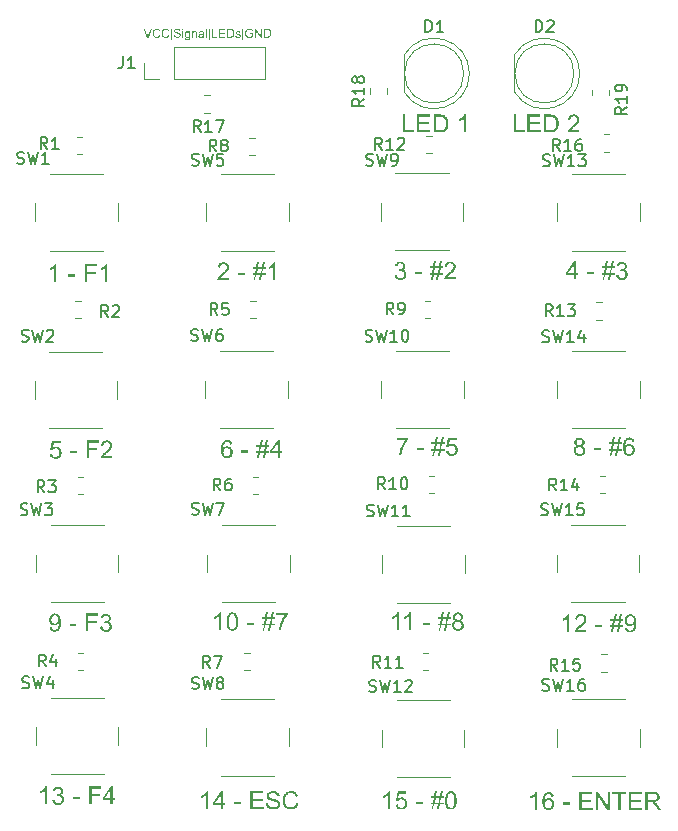
<source format=gbr>
%TF.GenerationSoftware,KiCad,Pcbnew,8.0.6*%
%TF.CreationDate,2024-10-18T13:29:46-03:00*%
%TF.ProjectId,analog-keypad-16-keys,616e616c-6f67-42d6-9b65-797061642d31,rev?*%
%TF.SameCoordinates,Original*%
%TF.FileFunction,Legend,Top*%
%TF.FilePolarity,Positive*%
%FSLAX46Y46*%
G04 Gerber Fmt 4.6, Leading zero omitted, Abs format (unit mm)*
G04 Created by KiCad (PCBNEW 8.0.6) date 2024-10-18 13:29:46*
%MOMM*%
%LPD*%
G01*
G04 APERTURE LIST*
%ADD10C,0.125000*%
%ADD11C,0.187500*%
%ADD12C,0.150000*%
%ADD13C,0.120000*%
G04 APERTURE END LIST*
D10*
G36*
X108047304Y-37072500D02*
G01*
X107754579Y-36310462D01*
X107862840Y-36310462D01*
X108059211Y-36864588D01*
X108071895Y-36901428D01*
X108083361Y-36936935D01*
X108094674Y-36974823D01*
X108098778Y-36989518D01*
X108110306Y-36950477D01*
X108121598Y-36915341D01*
X108133760Y-36880204D01*
X108139445Y-36864588D01*
X108343510Y-36310462D01*
X108445542Y-36310462D01*
X108149886Y-37072500D01*
X108047304Y-37072500D01*
G37*
G36*
X109070010Y-36802855D02*
G01*
X109170027Y-36828135D01*
X109158956Y-36865726D01*
X109145434Y-36900420D01*
X109125972Y-36938227D01*
X109102981Y-36971861D01*
X109076461Y-37001322D01*
X109056821Y-37018644D01*
X109024971Y-37040931D01*
X108990558Y-37058606D01*
X108953581Y-37071671D01*
X108914042Y-37080124D01*
X108871939Y-37083967D01*
X108857336Y-37084223D01*
X108820267Y-37083002D01*
X108778725Y-37078314D01*
X108740390Y-37070109D01*
X108705262Y-37058389D01*
X108668332Y-37040270D01*
X108658583Y-37034214D01*
X108626908Y-37010197D01*
X108598722Y-36981902D01*
X108574024Y-36949329D01*
X108552815Y-36912478D01*
X108542262Y-36889501D01*
X108528691Y-36853428D01*
X108517928Y-36816377D01*
X108509972Y-36778346D01*
X108504824Y-36739337D01*
X108502485Y-36699349D01*
X108502329Y-36685802D01*
X108503913Y-36642358D01*
X108508665Y-36601052D01*
X108516587Y-36561884D01*
X108527676Y-36524854D01*
X108541935Y-36489962D01*
X108547391Y-36478806D01*
X108568930Y-36442211D01*
X108594114Y-36409684D01*
X108622945Y-36381223D01*
X108655423Y-36356830D01*
X108675619Y-36344717D01*
X108712872Y-36326801D01*
X108751704Y-36313286D01*
X108792113Y-36304171D01*
X108834100Y-36299457D01*
X108858801Y-36298738D01*
X108900053Y-36300793D01*
X108938769Y-36306956D01*
X108974946Y-36317227D01*
X109013947Y-36334404D01*
X109049494Y-36357173D01*
X109081070Y-36385018D01*
X109108158Y-36417420D01*
X109127804Y-36448822D01*
X109144153Y-36483572D01*
X109157205Y-36521671D01*
X109058653Y-36544935D01*
X109046053Y-36510261D01*
X109028862Y-36476000D01*
X109005965Y-36444299D01*
X108982449Y-36422203D01*
X108948689Y-36401917D01*
X108909920Y-36389144D01*
X108870746Y-36384073D01*
X108856786Y-36383735D01*
X108820077Y-36385751D01*
X108781451Y-36392992D01*
X108746375Y-36405500D01*
X108711156Y-36425867D01*
X108681025Y-36451841D01*
X108656371Y-36482365D01*
X108637194Y-36517438D01*
X108628907Y-36538890D01*
X108618569Y-36574622D01*
X108611185Y-36610926D01*
X108606754Y-36647803D01*
X108605277Y-36685252D01*
X108606618Y-36726625D01*
X108610641Y-36765630D01*
X108617347Y-36802269D01*
X108628295Y-36841244D01*
X108633304Y-36855062D01*
X108649344Y-36888962D01*
X108672014Y-36921653D01*
X108699582Y-36948578D01*
X108720682Y-36963323D01*
X108754835Y-36980679D01*
X108790523Y-36992354D01*
X108827748Y-36998350D01*
X108849092Y-36999227D01*
X108889438Y-36996135D01*
X108926578Y-36986862D01*
X108960513Y-36971406D01*
X108991242Y-36949767D01*
X109018009Y-36922038D01*
X109040060Y-36888310D01*
X109055485Y-36853876D01*
X109067298Y-36814850D01*
X109070010Y-36802855D01*
G37*
G36*
X109827651Y-36802855D02*
G01*
X109927669Y-36828135D01*
X109916597Y-36865726D01*
X109903075Y-36900420D01*
X109883613Y-36938227D01*
X109860623Y-36971861D01*
X109834103Y-37001322D01*
X109814462Y-37018644D01*
X109782612Y-37040931D01*
X109748199Y-37058606D01*
X109711223Y-37071671D01*
X109671683Y-37080124D01*
X109629581Y-37083967D01*
X109614977Y-37084223D01*
X109577908Y-37083002D01*
X109536366Y-37078314D01*
X109498031Y-37070109D01*
X109462903Y-37058389D01*
X109425974Y-37040270D01*
X109416224Y-37034214D01*
X109384549Y-37010197D01*
X109356363Y-36981902D01*
X109331665Y-36949329D01*
X109310457Y-36912478D01*
X109299904Y-36889501D01*
X109286332Y-36853428D01*
X109275569Y-36816377D01*
X109267613Y-36778346D01*
X109262466Y-36739337D01*
X109260126Y-36699349D01*
X109259970Y-36685802D01*
X109261554Y-36642358D01*
X109266307Y-36601052D01*
X109274228Y-36561884D01*
X109285318Y-36524854D01*
X109299576Y-36489962D01*
X109305033Y-36478806D01*
X109326571Y-36442211D01*
X109351756Y-36409684D01*
X109380587Y-36381223D01*
X109413064Y-36356830D01*
X109433260Y-36344717D01*
X109470514Y-36326801D01*
X109509345Y-36313286D01*
X109549754Y-36304171D01*
X109591741Y-36299457D01*
X109616442Y-36298738D01*
X109657695Y-36300793D01*
X109696410Y-36306956D01*
X109732588Y-36317227D01*
X109771588Y-36334404D01*
X109807135Y-36357173D01*
X109838711Y-36385018D01*
X109865799Y-36417420D01*
X109885445Y-36448822D01*
X109901794Y-36483572D01*
X109914846Y-36521671D01*
X109816294Y-36544935D01*
X109803694Y-36510261D01*
X109786504Y-36476000D01*
X109763606Y-36444299D01*
X109740090Y-36422203D01*
X109706330Y-36401917D01*
X109667562Y-36389144D01*
X109628387Y-36384073D01*
X109614427Y-36383735D01*
X109577718Y-36385751D01*
X109539093Y-36392992D01*
X109504016Y-36405500D01*
X109468797Y-36425867D01*
X109438666Y-36451841D01*
X109414012Y-36482365D01*
X109394836Y-36517438D01*
X109386549Y-36538890D01*
X109376210Y-36574622D01*
X109368826Y-36610926D01*
X109364395Y-36647803D01*
X109362918Y-36685252D01*
X109364259Y-36726625D01*
X109368283Y-36765630D01*
X109374988Y-36802269D01*
X109385936Y-36841244D01*
X109390945Y-36855062D01*
X109406985Y-36888962D01*
X109429655Y-36921653D01*
X109457223Y-36948578D01*
X109478323Y-36963323D01*
X109512476Y-36980679D01*
X109548165Y-36992354D01*
X109585390Y-36998350D01*
X109606734Y-36999227D01*
X109647079Y-36996135D01*
X109684220Y-36986862D01*
X109718154Y-36971406D01*
X109748883Y-36949767D01*
X109775650Y-36922038D01*
X109797701Y-36888310D01*
X109813126Y-36853876D01*
X109824939Y-36814850D01*
X109827651Y-36802855D01*
G37*
G36*
X110061941Y-37295249D02*
G01*
X110061941Y-36298738D01*
X110142725Y-36298738D01*
X110142725Y-37295249D01*
X110061941Y-37295249D01*
G37*
G36*
X110285057Y-36823005D02*
G01*
X110379213Y-36814579D01*
X110385950Y-36852746D01*
X110398040Y-36888655D01*
X110410354Y-36911666D01*
X110434742Y-36940086D01*
X110465143Y-36962081D01*
X110486374Y-36973032D01*
X110523382Y-36986277D01*
X110559618Y-36993547D01*
X110598322Y-36996273D01*
X110602329Y-36996296D01*
X110640041Y-36994283D01*
X110677578Y-36987495D01*
X110703262Y-36979260D01*
X110737382Y-36961774D01*
X110765730Y-36935865D01*
X110768475Y-36932182D01*
X110785198Y-36898763D01*
X110789907Y-36866786D01*
X110783358Y-36829440D01*
X110769207Y-36804321D01*
X110741959Y-36779591D01*
X110707072Y-36761559D01*
X110701247Y-36759258D01*
X110664387Y-36747407D01*
X110624630Y-36736652D01*
X110585653Y-36726845D01*
X110566791Y-36722255D01*
X110529963Y-36712879D01*
X110492532Y-36702200D01*
X110457052Y-36690339D01*
X110420978Y-36674628D01*
X110387073Y-36653254D01*
X110359662Y-36628676D01*
X110340378Y-36603553D01*
X110324192Y-36570374D01*
X110315477Y-36534310D01*
X110313817Y-36508665D01*
X110317648Y-36469904D01*
X110329142Y-36432961D01*
X110346240Y-36400954D01*
X110369517Y-36371945D01*
X110398590Y-36347659D01*
X110433459Y-36328096D01*
X110441128Y-36324750D01*
X110477278Y-36312176D01*
X110515658Y-36303717D01*
X110556271Y-36299373D01*
X110579797Y-36298738D01*
X110620509Y-36300444D01*
X110658749Y-36305562D01*
X110694515Y-36314091D01*
X110727808Y-36326032D01*
X110761525Y-36343325D01*
X110793482Y-36367332D01*
X110819642Y-36396384D01*
X110826360Y-36406083D01*
X110844868Y-36440530D01*
X110857115Y-36477696D01*
X110863100Y-36517581D01*
X110863546Y-36525884D01*
X110767742Y-36533211D01*
X110760487Y-36495219D01*
X110745561Y-36459598D01*
X110720794Y-36428433D01*
X110715352Y-36423668D01*
X110683381Y-36404155D01*
X110647510Y-36392772D01*
X110609981Y-36387569D01*
X110583827Y-36386666D01*
X110546506Y-36388270D01*
X110509606Y-36394031D01*
X110472111Y-36407126D01*
X110451570Y-36420188D01*
X110426342Y-36447150D01*
X110411626Y-36483555D01*
X110410170Y-36500788D01*
X110417544Y-36538157D01*
X110439663Y-36568199D01*
X110474319Y-36588189D01*
X110511962Y-36601744D01*
X110547829Y-36612031D01*
X110590239Y-36622421D01*
X110626441Y-36630899D01*
X110664961Y-36640637D01*
X110703112Y-36651395D01*
X110741422Y-36664273D01*
X110757484Y-36670964D01*
X110791840Y-36689462D01*
X110823589Y-36713039D01*
X110850703Y-36742652D01*
X110854754Y-36748450D01*
X110872692Y-36782379D01*
X110883184Y-36819684D01*
X110886261Y-36856528D01*
X110882880Y-36893744D01*
X110872737Y-36929600D01*
X110855832Y-36964097D01*
X110851639Y-36970833D01*
X110827164Y-37002053D01*
X110796785Y-37028622D01*
X110764397Y-37048557D01*
X110752538Y-37054364D01*
X110714890Y-37068798D01*
X110679284Y-37077662D01*
X110641663Y-37082794D01*
X110607091Y-37084223D01*
X110569789Y-37083148D01*
X110529215Y-37079174D01*
X110491815Y-37072273D01*
X110452958Y-37060802D01*
X110435083Y-37053632D01*
X110402328Y-37036424D01*
X110369940Y-37012495D01*
X110342275Y-36983726D01*
X110326456Y-36961857D01*
X110307259Y-36926064D01*
X110293973Y-36887720D01*
X110287126Y-36851496D01*
X110285057Y-36823005D01*
G37*
G36*
X111007527Y-36415975D02*
G01*
X111007527Y-36310462D01*
X111100218Y-36310462D01*
X111100218Y-36415975D01*
X111007527Y-36415975D01*
G37*
G36*
X111007527Y-37072500D02*
G01*
X111007527Y-36521488D01*
X111100218Y-36521488D01*
X111100218Y-37072500D01*
X111007527Y-37072500D01*
G37*
G36*
X111482068Y-36513481D02*
G01*
X111519572Y-36524630D01*
X111553815Y-36543213D01*
X111584797Y-36569229D01*
X111601038Y-36587433D01*
X111601038Y-36521488D01*
X111686584Y-36521488D01*
X111686584Y-36997212D01*
X111685949Y-37035564D01*
X111683510Y-37076745D01*
X111678353Y-37118116D01*
X111669412Y-37156596D01*
X111660572Y-37179295D01*
X111641345Y-37210640D01*
X111616179Y-37237584D01*
X111585073Y-37260127D01*
X111578140Y-37264108D01*
X111544346Y-37279162D01*
X111506437Y-37289288D01*
X111469285Y-37294154D01*
X111439288Y-37295249D01*
X111398289Y-37293145D01*
X111360884Y-37286834D01*
X111322536Y-37274469D01*
X111288882Y-37256609D01*
X111281202Y-37251285D01*
X111252228Y-37223152D01*
X111233108Y-37188006D01*
X111224384Y-37150877D01*
X111222950Y-37119394D01*
X111313075Y-37132766D01*
X111323791Y-37168716D01*
X111344583Y-37193400D01*
X111379555Y-37210931D01*
X111417233Y-37218144D01*
X111438738Y-37219045D01*
X111476158Y-37216523D01*
X111513459Y-37206837D01*
X111538206Y-37193217D01*
X111564508Y-37166654D01*
X111582184Y-37132168D01*
X111585650Y-37120860D01*
X111590429Y-37084024D01*
X111592039Y-37043030D01*
X111592245Y-37001425D01*
X111564280Y-37029119D01*
X111533440Y-37050011D01*
X111494675Y-37065559D01*
X111457674Y-37071875D01*
X111440936Y-37072500D01*
X111400412Y-37069621D01*
X111363467Y-37060985D01*
X111324892Y-37043633D01*
X111291189Y-37018444D01*
X111266181Y-36990617D01*
X111245201Y-36958765D01*
X111228562Y-36924620D01*
X111216264Y-36888182D01*
X111208306Y-36849452D01*
X111204689Y-36808430D01*
X111204448Y-36794246D01*
X111204757Y-36787468D01*
X111299703Y-36787468D01*
X111301203Y-36826205D01*
X111306747Y-36866172D01*
X111318084Y-36904958D01*
X111337216Y-36939806D01*
X111342384Y-36946287D01*
X111371268Y-36972659D01*
X111404337Y-36989263D01*
X111441593Y-36996100D01*
X111449546Y-36996296D01*
X111487481Y-36991448D01*
X111521373Y-36976904D01*
X111551223Y-36952665D01*
X111556707Y-36946653D01*
X111577694Y-36914164D01*
X111590582Y-36877790D01*
X111597408Y-36840179D01*
X111600079Y-36797167D01*
X111600122Y-36790582D01*
X111597983Y-36748576D01*
X111591566Y-36711357D01*
X111578996Y-36674680D01*
X111558175Y-36640891D01*
X111555425Y-36637625D01*
X111525816Y-36610384D01*
X111492628Y-36593232D01*
X111455863Y-36586170D01*
X111448080Y-36585968D01*
X111411208Y-36590923D01*
X111374863Y-36607820D01*
X111345654Y-36633587D01*
X111342934Y-36636709D01*
X111322036Y-36669149D01*
X111309202Y-36704529D01*
X111302405Y-36740539D01*
X111299745Y-36781265D01*
X111299703Y-36787468D01*
X111204757Y-36787468D01*
X111206211Y-36755629D01*
X111211501Y-36718546D01*
X111221666Y-36678661D01*
X111232658Y-36648982D01*
X111250644Y-36613881D01*
X111272657Y-36583591D01*
X111301841Y-36555577D01*
X111314907Y-36546034D01*
X111350391Y-36526907D01*
X111385448Y-36515750D01*
X111423460Y-36510331D01*
X111441303Y-36509764D01*
X111482068Y-36513481D01*
G37*
G36*
X111823970Y-37072500D02*
G01*
X111823970Y-36521488D01*
X111907318Y-36521488D01*
X111907318Y-36598790D01*
X111931805Y-36568535D01*
X111960066Y-36544540D01*
X111997807Y-36524457D01*
X112034244Y-36514024D01*
X112074455Y-36509851D01*
X112081524Y-36509764D01*
X112120380Y-36512727D01*
X112156575Y-36521615D01*
X112172383Y-36527716D01*
X112204735Y-36545437D01*
X112231835Y-36571014D01*
X112234481Y-36574610D01*
X112252959Y-36608464D01*
X112263424Y-36643487D01*
X112267426Y-36681942D01*
X112268508Y-36722346D01*
X112268553Y-36734162D01*
X112268553Y-37072500D01*
X112175863Y-37072500D01*
X112175863Y-36736543D01*
X112174343Y-36697749D01*
X112168169Y-36660703D01*
X112165055Y-36651181D01*
X112144963Y-36620197D01*
X112126587Y-36605935D01*
X112092603Y-36592159D01*
X112061924Y-36588899D01*
X112023151Y-36593379D01*
X111988187Y-36606821D01*
X111959708Y-36626817D01*
X111937007Y-36657189D01*
X111923765Y-36695934D01*
X111918174Y-36733542D01*
X111916660Y-36770982D01*
X111916660Y-37072500D01*
X111823970Y-37072500D01*
G37*
G36*
X112676603Y-36511083D02*
G01*
X112713175Y-36515641D01*
X112750308Y-36525408D01*
X112753070Y-36526434D01*
X112786925Y-36542507D01*
X112816062Y-36566456D01*
X112817367Y-36568016D01*
X112836713Y-36600480D01*
X112846310Y-36631580D01*
X112850013Y-36670484D01*
X112850871Y-36709880D01*
X112850889Y-36717493D01*
X112850889Y-36841873D01*
X112851032Y-36880182D01*
X112851582Y-36919990D01*
X112852744Y-36957935D01*
X112855377Y-36996267D01*
X112856751Y-37006371D01*
X112866431Y-37042186D01*
X112880382Y-37072500D01*
X112783478Y-37072500D01*
X112770502Y-37035985D01*
X112764977Y-37003257D01*
X112736312Y-37026135D01*
X112705143Y-37046728D01*
X112671683Y-37063514D01*
X112665692Y-37065905D01*
X112628993Y-37077068D01*
X112590336Y-37083078D01*
X112563476Y-37084223D01*
X112526036Y-37082093D01*
X112488120Y-37074442D01*
X112451678Y-37059184D01*
X112424808Y-37039710D01*
X112399305Y-37009474D01*
X112383248Y-36974408D01*
X112376636Y-36934513D01*
X112376448Y-36925954D01*
X112376771Y-36923023D01*
X112475366Y-36923023D01*
X112483276Y-36959550D01*
X112503393Y-36985854D01*
X112535515Y-37003868D01*
X112572535Y-37010558D01*
X112585642Y-37010950D01*
X112624196Y-37007627D01*
X112662125Y-36996527D01*
X112680896Y-36987320D01*
X112711173Y-36965099D01*
X112735596Y-36934745D01*
X112742262Y-36922290D01*
X112753044Y-36885899D01*
X112756916Y-36847164D01*
X112757283Y-36828501D01*
X112757283Y-36794063D01*
X112720765Y-36806181D01*
X112684466Y-36815025D01*
X112647539Y-36822144D01*
X112605792Y-36828684D01*
X112567615Y-36835287D01*
X112531299Y-36844973D01*
X112524825Y-36847552D01*
X112494387Y-36869792D01*
X112488189Y-36878143D01*
X112475817Y-36913910D01*
X112475366Y-36923023D01*
X112376771Y-36923023D01*
X112380473Y-36889399D01*
X112393639Y-36853867D01*
X112394766Y-36851765D01*
X112415877Y-36821448D01*
X112442576Y-36797909D01*
X112476226Y-36779097D01*
X112509438Y-36767135D01*
X112546296Y-36759505D01*
X112585086Y-36753879D01*
X112591870Y-36753030D01*
X112631899Y-36747766D01*
X112673341Y-36741170D01*
X112713770Y-36733029D01*
X112750412Y-36723105D01*
X112757283Y-36720790D01*
X112757650Y-36696610D01*
X112753966Y-36659095D01*
X112739001Y-36625314D01*
X112731454Y-36617292D01*
X112699933Y-36598204D01*
X112662484Y-36588446D01*
X112625758Y-36585968D01*
X112588231Y-36588114D01*
X112552030Y-36596358D01*
X112529221Y-36607950D01*
X112503569Y-36635964D01*
X112487067Y-36672224D01*
X112483060Y-36685619D01*
X112392384Y-36673162D01*
X112402810Y-36636949D01*
X112418429Y-36603320D01*
X112433051Y-36582121D01*
X112460262Y-36556503D01*
X112492733Y-36537578D01*
X112514933Y-36528632D01*
X112553846Y-36517890D01*
X112592715Y-36511993D01*
X112630542Y-36509838D01*
X112639314Y-36509764D01*
X112676603Y-36511083D01*
G37*
G36*
X112989741Y-37072500D02*
G01*
X112989741Y-36310462D01*
X113082615Y-36310462D01*
X113082615Y-37072500D01*
X112989741Y-37072500D01*
G37*
G36*
X113252241Y-37295249D02*
G01*
X113252241Y-36298738D01*
X113333025Y-36298738D01*
X113333025Y-37295249D01*
X113252241Y-37295249D01*
G37*
G36*
X113505216Y-37072500D02*
G01*
X113505216Y-36310462D01*
X113605233Y-36310462D01*
X113605233Y-36984572D01*
X113977093Y-36984572D01*
X113977093Y-37072500D01*
X113505216Y-37072500D01*
G37*
G36*
X114095429Y-37072500D02*
G01*
X114095429Y-36310462D01*
X114641495Y-36310462D01*
X114641495Y-36398389D01*
X114195263Y-36398389D01*
X114195263Y-36638724D01*
X114613101Y-36638724D01*
X114613101Y-36726652D01*
X114195263Y-36726652D01*
X114195263Y-36984572D01*
X114659080Y-36984572D01*
X114659080Y-37072500D01*
X114095429Y-37072500D01*
G37*
G36*
X115094733Y-36311149D02*
G01*
X115135118Y-36313564D01*
X115172241Y-36318286D01*
X115187744Y-36321453D01*
X115226412Y-36333238D01*
X115261360Y-36349817D01*
X115292587Y-36371191D01*
X115298386Y-36376041D01*
X115326436Y-36403278D01*
X115350684Y-36434064D01*
X115371132Y-36468399D01*
X115387779Y-36506284D01*
X115399342Y-36541992D01*
X115408065Y-36579874D01*
X115413948Y-36619930D01*
X115416990Y-36662160D01*
X115417454Y-36687267D01*
X115416490Y-36724308D01*
X115413027Y-36764322D01*
X115407045Y-36801863D01*
X115397304Y-36841140D01*
X115385160Y-36877027D01*
X115369525Y-36912619D01*
X115349723Y-36946563D01*
X115345830Y-36952149D01*
X115321487Y-36982494D01*
X115293196Y-37009438D01*
X115277137Y-37021392D01*
X115244204Y-37039787D01*
X115209244Y-37053225D01*
X115186828Y-37059494D01*
X115148696Y-37066898D01*
X115110800Y-37070963D01*
X115074063Y-37072449D01*
X115065561Y-37072500D01*
X114792986Y-37072500D01*
X114792986Y-36984572D01*
X114893004Y-36984572D01*
X115054204Y-36984572D01*
X115093694Y-36983456D01*
X115131590Y-36979600D01*
X115168753Y-36971335D01*
X115171441Y-36970467D01*
X115205331Y-36955916D01*
X115235991Y-36933877D01*
X115239218Y-36930717D01*
X115263656Y-36900148D01*
X115282164Y-36865972D01*
X115294539Y-36833630D01*
X115304191Y-36797275D01*
X115310684Y-36756833D01*
X115313804Y-36717455D01*
X115314506Y-36685802D01*
X115313134Y-36642572D01*
X115309019Y-36603284D01*
X115300750Y-36562429D01*
X115288748Y-36526939D01*
X115275488Y-36500788D01*
X115252310Y-36467791D01*
X115226467Y-36441547D01*
X115194625Y-36420305D01*
X115180966Y-36414143D01*
X115143975Y-36404543D01*
X115107170Y-36400251D01*
X115067935Y-36398528D01*
X115051639Y-36398389D01*
X114893004Y-36398389D01*
X114893004Y-36984572D01*
X114792986Y-36984572D01*
X114792986Y-36310462D01*
X115053288Y-36310462D01*
X115094733Y-36311149D01*
G37*
G36*
X115501718Y-36910933D02*
G01*
X115593492Y-36896645D01*
X115603126Y-36933507D01*
X115622284Y-36965477D01*
X115636357Y-36979260D01*
X115669708Y-36997881D01*
X115708704Y-37006643D01*
X115735092Y-37008019D01*
X115771829Y-37005461D01*
X115807412Y-36995638D01*
X115829980Y-36981824D01*
X115853199Y-36953156D01*
X115860938Y-36919909D01*
X115849105Y-36884074D01*
X115833461Y-36869900D01*
X115797244Y-36854752D01*
X115761016Y-36844055D01*
X115738756Y-36838210D01*
X115702696Y-36828769D01*
X115666194Y-36818373D01*
X115628072Y-36805985D01*
X115597339Y-36793513D01*
X115564602Y-36772685D01*
X115538911Y-36743548D01*
X115537622Y-36741489D01*
X115522372Y-36706410D01*
X115517288Y-36667850D01*
X115521993Y-36630423D01*
X115533958Y-36599890D01*
X115555133Y-36569658D01*
X115579570Y-36548049D01*
X115612743Y-36529903D01*
X115638555Y-36520938D01*
X115674756Y-36512918D01*
X115713291Y-36509808D01*
X115718606Y-36509764D01*
X115757349Y-36511553D01*
X115796372Y-36517653D01*
X115831629Y-36528082D01*
X115867017Y-36545112D01*
X115895728Y-36568253D01*
X115903620Y-36577725D01*
X115922210Y-36611760D01*
X115933112Y-36648811D01*
X115935493Y-36661622D01*
X115844818Y-36673895D01*
X115832865Y-36637030D01*
X115809098Y-36609232D01*
X115775924Y-36592534D01*
X115738512Y-36586331D01*
X115725383Y-36585968D01*
X115685760Y-36588479D01*
X115650095Y-36597920D01*
X115634159Y-36607217D01*
X115610703Y-36636641D01*
X115606864Y-36657042D01*
X115618222Y-36689649D01*
X115647914Y-36712009D01*
X115653759Y-36714562D01*
X115689342Y-36725431D01*
X115727358Y-36736093D01*
X115735642Y-36738375D01*
X115775829Y-36749460D01*
X115814781Y-36761012D01*
X115849707Y-36772585D01*
X115872845Y-36781606D01*
X115905721Y-36800746D01*
X115932626Y-36828527D01*
X115934028Y-36830516D01*
X115949937Y-36863990D01*
X115955998Y-36901407D01*
X115956193Y-36910200D01*
X115951718Y-36947246D01*
X115938295Y-36982478D01*
X115929082Y-36998128D01*
X115905486Y-37026300D01*
X115875089Y-37049270D01*
X115851046Y-37061692D01*
X115814434Y-37074520D01*
X115778370Y-37081561D01*
X115739658Y-37084201D01*
X115735642Y-37084223D01*
X115697446Y-37082690D01*
X115657394Y-37077028D01*
X115617566Y-37065447D01*
X115584081Y-37048417D01*
X115573159Y-37040626D01*
X115544920Y-37012667D01*
X115523056Y-36978042D01*
X115508974Y-36941669D01*
X115501718Y-36910933D01*
G37*
G36*
X116090832Y-37295249D02*
G01*
X116090832Y-36298738D01*
X116171615Y-36298738D01*
X116171615Y-37295249D01*
X116090832Y-37295249D01*
G37*
G36*
X116701378Y-36773546D02*
G01*
X116701378Y-36685619D01*
X117021214Y-36685069D01*
X117021214Y-36966987D01*
X116988769Y-36991167D01*
X116955868Y-37012577D01*
X116922511Y-37031218D01*
X116888699Y-37047089D01*
X116869173Y-37054914D01*
X116829800Y-37067737D01*
X116789900Y-37076896D01*
X116749474Y-37082391D01*
X116708522Y-37084223D01*
X116667533Y-37082542D01*
X116627962Y-37077500D01*
X116589807Y-37069096D01*
X116553069Y-37057330D01*
X116517748Y-37042202D01*
X116506289Y-37036413D01*
X116473782Y-37016914D01*
X116444405Y-36994415D01*
X116414087Y-36964373D01*
X116391491Y-36935372D01*
X116372025Y-36903369D01*
X116369085Y-36897744D01*
X116353335Y-36862994D01*
X116340844Y-36826749D01*
X116331611Y-36789011D01*
X116325637Y-36749778D01*
X116322921Y-36709052D01*
X116322740Y-36695144D01*
X116324357Y-36654100D01*
X116329206Y-36614086D01*
X116337288Y-36575103D01*
X116348603Y-36537150D01*
X116363151Y-36500227D01*
X116368719Y-36488148D01*
X116387446Y-36453830D01*
X116409008Y-36423001D01*
X116433402Y-36395664D01*
X116465444Y-36368181D01*
X116501343Y-36345450D01*
X116534756Y-36329575D01*
X116570010Y-36316985D01*
X116607107Y-36307679D01*
X116646045Y-36301658D01*
X116686825Y-36298921D01*
X116700828Y-36298738D01*
X116740785Y-36300375D01*
X116778772Y-36305287D01*
X116814790Y-36313473D01*
X116848839Y-36324933D01*
X116883865Y-36341305D01*
X116917446Y-36363337D01*
X116945410Y-36389412D01*
X116952704Y-36398023D01*
X116974499Y-36430105D01*
X116991057Y-36463720D01*
X117004716Y-36501827D01*
X117009856Y-36520205D01*
X116919731Y-36544935D01*
X116907045Y-36508669D01*
X116890983Y-36475722D01*
X116877416Y-36455542D01*
X116851284Y-36429501D01*
X116819548Y-36409778D01*
X116805425Y-36403335D01*
X116768812Y-36391391D01*
X116729313Y-36384960D01*
X116701378Y-36383735D01*
X116664304Y-36385416D01*
X116626544Y-36391226D01*
X116589182Y-36402411D01*
X116582859Y-36404984D01*
X116548057Y-36422801D01*
X116516460Y-36446347D01*
X116502076Y-36460854D01*
X116479487Y-36489984D01*
X116460233Y-36523924D01*
X116454631Y-36536692D01*
X116441969Y-36573076D01*
X116432924Y-36610972D01*
X116427498Y-36650379D01*
X116425689Y-36691297D01*
X116426912Y-36728594D01*
X116431433Y-36769143D01*
X116439284Y-36806502D01*
X116452336Y-36845291D01*
X116460493Y-36863122D01*
X116479865Y-36895431D01*
X116506365Y-36926469D01*
X116537850Y-36951884D01*
X116561610Y-36965704D01*
X116595373Y-36980370D01*
X116634587Y-36991861D01*
X116675106Y-36998048D01*
X116702843Y-36999227D01*
X116743165Y-36996758D01*
X116782842Y-36989352D01*
X116818001Y-36978465D01*
X116829605Y-36973948D01*
X116865369Y-36957826D01*
X116897931Y-36939349D01*
X116923394Y-36920092D01*
X116923394Y-36773546D01*
X116701378Y-36773546D01*
G37*
G36*
X117163180Y-37072500D02*
G01*
X117163180Y-36310462D01*
X117265579Y-36310462D01*
X117662351Y-36908735D01*
X117662351Y-36310462D01*
X117758155Y-36310462D01*
X117758155Y-37072500D01*
X117655757Y-37072500D01*
X117258984Y-36473677D01*
X117258984Y-37072500D01*
X117163180Y-37072500D01*
G37*
G36*
X118223484Y-36311149D02*
G01*
X118263869Y-36313564D01*
X118300992Y-36318286D01*
X118316495Y-36321453D01*
X118355163Y-36333238D01*
X118390111Y-36349817D01*
X118421338Y-36371191D01*
X118427137Y-36376041D01*
X118455186Y-36403278D01*
X118479435Y-36434064D01*
X118499883Y-36468399D01*
X118516530Y-36506284D01*
X118528093Y-36541992D01*
X118536815Y-36579874D01*
X118542698Y-36619930D01*
X118545741Y-36662160D01*
X118546205Y-36687267D01*
X118545241Y-36724308D01*
X118541778Y-36764322D01*
X118535795Y-36801863D01*
X118526055Y-36841140D01*
X118513911Y-36877027D01*
X118498276Y-36912619D01*
X118478474Y-36946563D01*
X118474581Y-36952149D01*
X118450238Y-36982494D01*
X118421947Y-37009438D01*
X118405887Y-37021392D01*
X118372955Y-37039787D01*
X118337995Y-37053225D01*
X118315579Y-37059494D01*
X118277447Y-37066898D01*
X118239551Y-37070963D01*
X118202814Y-37072449D01*
X118194312Y-37072500D01*
X117921737Y-37072500D01*
X117921737Y-36984572D01*
X118021755Y-36984572D01*
X118182955Y-36984572D01*
X118222445Y-36983456D01*
X118260341Y-36979600D01*
X118297504Y-36971335D01*
X118300191Y-36970467D01*
X118334082Y-36955916D01*
X118364742Y-36933877D01*
X118367969Y-36930717D01*
X118392406Y-36900148D01*
X118410915Y-36865972D01*
X118423290Y-36833630D01*
X118432942Y-36797275D01*
X118439435Y-36756833D01*
X118442555Y-36717455D01*
X118443257Y-36685802D01*
X118441885Y-36642572D01*
X118437770Y-36603284D01*
X118429501Y-36562429D01*
X118417499Y-36526939D01*
X118404239Y-36500788D01*
X118381061Y-36467791D01*
X118355218Y-36441547D01*
X118323375Y-36420305D01*
X118309717Y-36414143D01*
X118272726Y-36404543D01*
X118235921Y-36400251D01*
X118196686Y-36398528D01*
X118180390Y-36398389D01*
X118021755Y-36398389D01*
X118021755Y-36984572D01*
X117921737Y-36984572D01*
X117921737Y-36310462D01*
X118182039Y-36310462D01*
X118223484Y-36311149D01*
G37*
D11*
G36*
X100293580Y-85827242D02*
G01*
X100370425Y-85846195D01*
X100443271Y-85877783D01*
X100482013Y-85900792D01*
X100546001Y-85950872D01*
X100600715Y-86011675D01*
X100641564Y-86074724D01*
X100667393Y-86127571D01*
X100692089Y-86198317D01*
X100710720Y-86281684D01*
X100721861Y-86363189D01*
X100727741Y-86438194D01*
X100730527Y-86519638D01*
X100730774Y-86554019D01*
X100729236Y-86641814D01*
X100724620Y-86723849D01*
X100716928Y-86800124D01*
X100703636Y-86884050D01*
X100685913Y-86959681D01*
X100667759Y-87016371D01*
X100637406Y-87087777D01*
X100595503Y-87159768D01*
X100545906Y-87221500D01*
X100488616Y-87272975D01*
X100480914Y-87278688D01*
X100416159Y-87317957D01*
X100346092Y-87346007D01*
X100270712Y-87362837D01*
X100190020Y-87368447D01*
X100115546Y-87363661D01*
X100038031Y-87346470D01*
X99968622Y-87316778D01*
X99907319Y-87274583D01*
X99900226Y-87268429D01*
X99849760Y-87213177D01*
X99810467Y-87147804D01*
X99782349Y-87072310D01*
X99766911Y-86997951D01*
X99765404Y-86986695D01*
X99943824Y-86969842D01*
X99961834Y-87043766D01*
X99994120Y-87114246D01*
X100029919Y-87157787D01*
X100092891Y-87197608D01*
X100169607Y-87215129D01*
X100194050Y-87216039D01*
X100269490Y-87207587D01*
X100339843Y-87179938D01*
X100343893Y-87177571D01*
X100402512Y-87132691D01*
X100449406Y-87074989D01*
X100485240Y-87004637D01*
X100509617Y-86934098D01*
X100518649Y-86900966D01*
X100534502Y-86825222D01*
X100543774Y-86748613D01*
X100546493Y-86678217D01*
X100545394Y-86641580D01*
X100497910Y-86699798D01*
X100438988Y-86749154D01*
X100393353Y-86777135D01*
X100325248Y-86806754D01*
X100253420Y-86824078D01*
X100184891Y-86829159D01*
X100105578Y-86822637D01*
X100031770Y-86803072D01*
X99963466Y-86770464D01*
X99900667Y-86724813D01*
X99867254Y-86692871D01*
X99816719Y-86628930D01*
X99778596Y-86556679D01*
X99752886Y-86476119D01*
X99740727Y-86400453D01*
X99738109Y-86344459D01*
X99928070Y-86344459D01*
X99934967Y-86423133D01*
X99958810Y-86500284D01*
X99999682Y-86566630D01*
X100015265Y-86584427D01*
X100073697Y-86633114D01*
X100147064Y-86665842D01*
X100222025Y-86676661D01*
X100229954Y-86676751D01*
X100306046Y-86667735D01*
X100379334Y-86636991D01*
X100436493Y-86590107D01*
X100441713Y-86584427D01*
X100485569Y-86519784D01*
X100511152Y-86449736D01*
X100523578Y-86368444D01*
X100524877Y-86328705D01*
X100519565Y-86251219D01*
X100500889Y-86174119D01*
X100468766Y-86107684D01*
X100439881Y-86069319D01*
X100383395Y-86018701D01*
X100313492Y-85984674D01*
X100235450Y-85973332D01*
X100161168Y-85983421D01*
X100093111Y-86013689D01*
X100031280Y-86064136D01*
X100019661Y-86076646D01*
X99975386Y-86139601D01*
X99945601Y-86212234D01*
X99931290Y-86284923D01*
X99928070Y-86344459D01*
X99738109Y-86344459D01*
X99737561Y-86332735D01*
X99742326Y-86249474D01*
X99756623Y-86172525D01*
X99780451Y-86101887D01*
X99820297Y-86027452D01*
X99873115Y-85961608D01*
X99935699Y-85906791D01*
X100004839Y-85865437D01*
X100080536Y-85837548D01*
X100162789Y-85823122D01*
X100212735Y-85820924D01*
X100293580Y-85827242D01*
G37*
G36*
X101468265Y-86899501D02*
G01*
X101468265Y-86711922D01*
X102037962Y-86711922D01*
X102037962Y-86899501D01*
X101468265Y-86899501D01*
G37*
G36*
X102856786Y-87345000D02*
G01*
X102856786Y-85820924D01*
X103875645Y-85820924D01*
X103875645Y-85996779D01*
X103056454Y-85996779D01*
X103056454Y-86477449D01*
X103765369Y-86477449D01*
X103765369Y-86653304D01*
X103056454Y-86653304D01*
X103056454Y-87345000D01*
X102856786Y-87345000D01*
G37*
G36*
X104054431Y-86947861D02*
G01*
X104239811Y-86922948D01*
X104258541Y-86995373D01*
X104286291Y-87063879D01*
X104329811Y-87128953D01*
X104348255Y-87147529D01*
X104410646Y-87189278D01*
X104482413Y-87211757D01*
X104535467Y-87216039D01*
X104613434Y-87207166D01*
X104683387Y-87180548D01*
X104745325Y-87136183D01*
X104756751Y-87125181D01*
X104804278Y-87064173D01*
X104834203Y-86994721D01*
X104846525Y-86916826D01*
X104846877Y-86900233D01*
X104838719Y-86824721D01*
X104810903Y-86751822D01*
X104763346Y-86689574D01*
X104700593Y-86642225D01*
X104627191Y-86614531D01*
X104551221Y-86606409D01*
X104475257Y-86614423D01*
X104420062Y-86626926D01*
X104440945Y-86452170D01*
X104470621Y-86454002D01*
X104549371Y-86446815D01*
X104622407Y-86425256D01*
X104683845Y-86393185D01*
X104737868Y-86343581D01*
X104771227Y-86271694D01*
X104778733Y-86205607D01*
X104767305Y-86129728D01*
X104729438Y-86060726D01*
X104709490Y-86039277D01*
X104646877Y-85996580D01*
X104570961Y-85975650D01*
X104531437Y-85973332D01*
X104455428Y-85982811D01*
X104384480Y-86014476D01*
X104351186Y-86040743D01*
X104304320Y-86100781D01*
X104274122Y-86172471D01*
X104258496Y-86242976D01*
X104073115Y-86210003D01*
X104092016Y-86132896D01*
X104119227Y-86063784D01*
X104160500Y-85994587D01*
X104212627Y-85935831D01*
X104227355Y-85922773D01*
X104291308Y-85878214D01*
X104362635Y-85846386D01*
X104441334Y-85827290D01*
X104516245Y-85821024D01*
X104527407Y-85820924D01*
X104602676Y-85826076D01*
X104681092Y-85843644D01*
X104754919Y-85873681D01*
X104820651Y-85914540D01*
X104874780Y-85964576D01*
X104913921Y-86018028D01*
X104947633Y-86088044D01*
X104965785Y-86161254D01*
X104969242Y-86211835D01*
X104960596Y-86288173D01*
X104934657Y-86358828D01*
X104916852Y-86389521D01*
X104865881Y-86449032D01*
X104803911Y-86494413D01*
X104761147Y-86516650D01*
X104831820Y-86539470D01*
X104899197Y-86577266D01*
X104954838Y-86628156D01*
X104969242Y-86645976D01*
X105008462Y-86712172D01*
X105033156Y-86788028D01*
X105042961Y-86864558D01*
X105043614Y-86891807D01*
X105036707Y-86976109D01*
X105015985Y-87054626D01*
X104981449Y-87127357D01*
X104933098Y-87194304D01*
X104899267Y-87229961D01*
X104842470Y-87277025D01*
X104769468Y-87319625D01*
X104689208Y-87348972D01*
X104614638Y-87363578D01*
X104534734Y-87368447D01*
X104450926Y-87362854D01*
X104373568Y-87346077D01*
X104302663Y-87318115D01*
X104238208Y-87278968D01*
X104204274Y-87251577D01*
X104152274Y-87196972D01*
X104111038Y-87135741D01*
X104080567Y-87067883D01*
X104060859Y-86993399D01*
X104054431Y-86947861D01*
G37*
G36*
X114962456Y-57419145D02*
G01*
X114962456Y-57595000D01*
X113963747Y-57595000D01*
X113969685Y-57521197D01*
X113985362Y-57466039D01*
X114017177Y-57396156D01*
X114055417Y-57333301D01*
X114102529Y-57271091D01*
X114107728Y-57264905D01*
X114160832Y-57206623D01*
X114217962Y-57150730D01*
X114275614Y-57098668D01*
X114340419Y-57043660D01*
X114350261Y-57035561D01*
X114409315Y-56985959D01*
X114476112Y-56927675D01*
X114535109Y-56873524D01*
X114595611Y-56813997D01*
X114652001Y-56752069D01*
X114682920Y-56712794D01*
X114724893Y-56646833D01*
X114755418Y-56575921D01*
X114769409Y-56500811D01*
X114769748Y-56487480D01*
X114758620Y-56408895D01*
X114725235Y-56340202D01*
X114690614Y-56299902D01*
X114630833Y-56256308D01*
X114559796Y-56230809D01*
X114485450Y-56223332D01*
X114406867Y-56231525D01*
X114332493Y-56259463D01*
X114270760Y-56307229D01*
X114224950Y-56372571D01*
X114199534Y-56445271D01*
X114189874Y-56521531D01*
X114189427Y-56539870D01*
X113998918Y-56519720D01*
X114010012Y-56441234D01*
X114028731Y-56370089D01*
X114060207Y-56296366D01*
X114102061Y-56232635D01*
X114146196Y-56185963D01*
X114206325Y-56141138D01*
X114274835Y-56107323D01*
X114351723Y-56084518D01*
X114424298Y-56073733D01*
X114489480Y-56070924D01*
X114567769Y-56075187D01*
X114651064Y-56090938D01*
X114725699Y-56118294D01*
X114791673Y-56157256D01*
X114833496Y-56192191D01*
X114882888Y-56248015D01*
X114924482Y-56318597D01*
X114950231Y-56396415D01*
X114959763Y-56470442D01*
X114960258Y-56492609D01*
X114954151Y-56566246D01*
X114935830Y-56638915D01*
X114923255Y-56672128D01*
X114888599Y-56739413D01*
X114844702Y-56803444D01*
X114800157Y-56857508D01*
X114742715Y-56918064D01*
X114685576Y-56973096D01*
X114627921Y-57025792D01*
X114562254Y-57083589D01*
X114514026Y-57124954D01*
X114455701Y-57174916D01*
X114398237Y-57225097D01*
X114341098Y-57276788D01*
X114299703Y-57317295D01*
X114251751Y-57374405D01*
X114221667Y-57419145D01*
X114962456Y-57419145D01*
G37*
G36*
X115718265Y-57149501D02*
G01*
X115718265Y-56961922D01*
X116287962Y-56961922D01*
X116287962Y-57149501D01*
X115718265Y-57149501D01*
G37*
G36*
X117421859Y-56492976D02*
G01*
X117746458Y-56492976D01*
X117836217Y-56047477D01*
X117991556Y-56047477D01*
X117902163Y-56492976D01*
X118080216Y-56492976D01*
X118080216Y-56645383D01*
X117871022Y-56645383D01*
X117793719Y-57032264D01*
X118080216Y-57032264D01*
X118080216Y-57184672D01*
X117762944Y-57184672D01*
X117673185Y-57618447D01*
X117518946Y-57618447D01*
X117607240Y-57184672D01*
X117283740Y-57184672D01*
X117194347Y-57618447D01*
X117039741Y-57618447D01*
X117129134Y-57184672D01*
X116955111Y-57184672D01*
X116955111Y-57032264D01*
X117160275Y-57032264D01*
X117314881Y-57032264D01*
X117638381Y-57032264D01*
X117715683Y-56645383D01*
X117391085Y-56645383D01*
X117314881Y-57032264D01*
X117160275Y-57032264D01*
X117236479Y-56645383D01*
X116955111Y-56645383D01*
X116955111Y-56492976D01*
X117267254Y-56492976D01*
X117357013Y-56047477D01*
X117511618Y-56047477D01*
X117421859Y-56492976D01*
G37*
G36*
X118887683Y-57595000D02*
G01*
X118702302Y-57595000D01*
X118702302Y-56407247D01*
X118646146Y-56455881D01*
X118584350Y-56500463D01*
X118526448Y-56536939D01*
X118460624Y-56574091D01*
X118393259Y-56607685D01*
X118331175Y-56633660D01*
X118331175Y-56446081D01*
X118397420Y-56412890D01*
X118468535Y-56371393D01*
X118534750Y-56326096D01*
X118596064Y-56276997D01*
X118603384Y-56270593D01*
X118657377Y-56219508D01*
X118707937Y-56162968D01*
X118751472Y-56101301D01*
X118768248Y-56070924D01*
X118887683Y-56070924D01*
X118887683Y-57595000D01*
G37*
G36*
X113186217Y-102395000D02*
G01*
X113000837Y-102395000D01*
X113000837Y-101207247D01*
X112944680Y-101255881D01*
X112882884Y-101300463D01*
X112824982Y-101336939D01*
X112759158Y-101374091D01*
X112691793Y-101407685D01*
X112629710Y-101433660D01*
X112629710Y-101246081D01*
X112695955Y-101212890D01*
X112767070Y-101171393D01*
X112833284Y-101126096D01*
X112894599Y-101076997D01*
X112901919Y-101070593D01*
X112955911Y-101019508D01*
X113006472Y-100962968D01*
X113050006Y-100901301D01*
X113066782Y-100870924D01*
X113186217Y-100870924D01*
X113186217Y-102395000D01*
G37*
G36*
X114435519Y-101855711D02*
G01*
X114639584Y-101855711D01*
X114639584Y-102025704D01*
X114435519Y-102025704D01*
X114435519Y-102395000D01*
X114250139Y-102395000D01*
X114250139Y-102025704D01*
X113594713Y-102025704D01*
X113594713Y-101855711D01*
X113777163Y-101855711D01*
X114250139Y-101855711D01*
X114250139Y-101170610D01*
X113777163Y-101855711D01*
X113594713Y-101855711D01*
X114284211Y-100870924D01*
X114435519Y-100870924D01*
X114435519Y-101855711D01*
G37*
G36*
X115386235Y-101949501D02*
G01*
X115386235Y-101761922D01*
X115955931Y-101761922D01*
X115955931Y-101949501D01*
X115386235Y-101949501D01*
G37*
G36*
X116768527Y-102395000D02*
G01*
X116768527Y-100870924D01*
X117860659Y-100870924D01*
X117860659Y-101046779D01*
X116968196Y-101046779D01*
X116968196Y-101527449D01*
X117803872Y-101527449D01*
X117803872Y-101703304D01*
X116968196Y-101703304D01*
X116968196Y-102219145D01*
X117895830Y-102219145D01*
X117895830Y-102395000D01*
X116768527Y-102395000D01*
G37*
G36*
X118095865Y-101896011D02*
G01*
X118284176Y-101879159D01*
X118297651Y-101955493D01*
X118321831Y-102027311D01*
X118346458Y-102073332D01*
X118395234Y-102130173D01*
X118456036Y-102174162D01*
X118498499Y-102196064D01*
X118572515Y-102222554D01*
X118644987Y-102237094D01*
X118722395Y-102242547D01*
X118730408Y-102242592D01*
X118805833Y-102238566D01*
X118880906Y-102224990D01*
X118932274Y-102208520D01*
X119000516Y-102173548D01*
X119057210Y-102121730D01*
X119062700Y-102114364D01*
X119096146Y-102047527D01*
X119105565Y-101983572D01*
X119092466Y-101908881D01*
X119064166Y-101858642D01*
X119009669Y-101809183D01*
X118939895Y-101773119D01*
X118928244Y-101768517D01*
X118854524Y-101744815D01*
X118775010Y-101723305D01*
X118697056Y-101703690D01*
X118659333Y-101694511D01*
X118585677Y-101675758D01*
X118510814Y-101654400D01*
X118439854Y-101630678D01*
X118367707Y-101599256D01*
X118299898Y-101556508D01*
X118245075Y-101507353D01*
X118206507Y-101457107D01*
X118174135Y-101390749D01*
X118156704Y-101318621D01*
X118153384Y-101267330D01*
X118161047Y-101189808D01*
X118184034Y-101115922D01*
X118218230Y-101051908D01*
X118264785Y-100993891D01*
X118322931Y-100945319D01*
X118392669Y-100906192D01*
X118408007Y-100899501D01*
X118480306Y-100874352D01*
X118557067Y-100857434D01*
X118638292Y-100848747D01*
X118685345Y-100847477D01*
X118766769Y-100850889D01*
X118843248Y-100861124D01*
X118914781Y-100878183D01*
X118981367Y-100902065D01*
X119048800Y-100936651D01*
X119112714Y-100984665D01*
X119165035Y-101042768D01*
X119178471Y-101062166D01*
X119215487Y-101131060D01*
X119239980Y-101205392D01*
X119251952Y-101285162D01*
X119252843Y-101301769D01*
X119061235Y-101316423D01*
X119046725Y-101240438D01*
X119016872Y-101169197D01*
X118967340Y-101106866D01*
X118956454Y-101097337D01*
X118892512Y-101058311D01*
X118820771Y-101035545D01*
X118745712Y-101025138D01*
X118693405Y-101023332D01*
X118618763Y-101026540D01*
X118544963Y-101038063D01*
X118469973Y-101064252D01*
X118428890Y-101090376D01*
X118378435Y-101144301D01*
X118349002Y-101217110D01*
X118346092Y-101251577D01*
X118360838Y-101326315D01*
X118405076Y-101386399D01*
X118474388Y-101426378D01*
X118549676Y-101453489D01*
X118621409Y-101474063D01*
X118706228Y-101494842D01*
X118778633Y-101511799D01*
X118855672Y-101531274D01*
X118931975Y-101552790D01*
X119008595Y-101578546D01*
X119040718Y-101591929D01*
X119109430Y-101628924D01*
X119172928Y-101676079D01*
X119227156Y-101735305D01*
X119235258Y-101746901D01*
X119271134Y-101814758D01*
X119292119Y-101889368D01*
X119298272Y-101963056D01*
X119291510Y-102037488D01*
X119271224Y-102109201D01*
X119237414Y-102178195D01*
X119229030Y-102191667D01*
X119180078Y-102254107D01*
X119119321Y-102307244D01*
X119054544Y-102347114D01*
X119030826Y-102358729D01*
X118955530Y-102387597D01*
X118884318Y-102405325D01*
X118809076Y-102415589D01*
X118739933Y-102418447D01*
X118665328Y-102416296D01*
X118584182Y-102408349D01*
X118509381Y-102394547D01*
X118431666Y-102371604D01*
X118395917Y-102357264D01*
X118330407Y-102322849D01*
X118265630Y-102274990D01*
X118210301Y-102217452D01*
X118178663Y-102173715D01*
X118140268Y-102102128D01*
X118113696Y-102025441D01*
X118100004Y-101952992D01*
X118095865Y-101896011D01*
G37*
G36*
X120640997Y-101855711D02*
G01*
X120841032Y-101906270D01*
X120818889Y-101981453D01*
X120791845Y-102050840D01*
X120752922Y-102126454D01*
X120706940Y-102193722D01*
X120653900Y-102252644D01*
X120614619Y-102287288D01*
X120550919Y-102331862D01*
X120482093Y-102367213D01*
X120408140Y-102393342D01*
X120329061Y-102410249D01*
X120244856Y-102417934D01*
X120215648Y-102418447D01*
X120141512Y-102416005D01*
X120058427Y-102406628D01*
X119981757Y-102390219D01*
X119911501Y-102366778D01*
X119837642Y-102330541D01*
X119818143Y-102318429D01*
X119754793Y-102270394D01*
X119698421Y-102213804D01*
X119649026Y-102148658D01*
X119606608Y-102074957D01*
X119585502Y-102029002D01*
X119558360Y-101956856D01*
X119536833Y-101882754D01*
X119520922Y-101806693D01*
X119510626Y-101728674D01*
X119505947Y-101648698D01*
X119505635Y-101621605D01*
X119508803Y-101534716D01*
X119518308Y-101452104D01*
X119534151Y-101373768D01*
X119556330Y-101299708D01*
X119584846Y-101229924D01*
X119595760Y-101207613D01*
X119638837Y-101134423D01*
X119689206Y-101069368D01*
X119746868Y-101012447D01*
X119811823Y-100963660D01*
X119852215Y-100939434D01*
X119926722Y-100903603D01*
X120004385Y-100876573D01*
X120085203Y-100858343D01*
X120169177Y-100848914D01*
X120218579Y-100847477D01*
X120301084Y-100851586D01*
X120378515Y-100863912D01*
X120450870Y-100884455D01*
X120528871Y-100918809D01*
X120599965Y-100964347D01*
X120663117Y-101020036D01*
X120717293Y-101084841D01*
X120756585Y-101147644D01*
X120789283Y-101217144D01*
X120815387Y-101293342D01*
X120618283Y-101339870D01*
X120593083Y-101270522D01*
X120558702Y-101202001D01*
X120512907Y-101138599D01*
X120465875Y-101094406D01*
X120398355Y-101053834D01*
X120320818Y-101028289D01*
X120242469Y-101018146D01*
X120214549Y-101017470D01*
X120141132Y-101021502D01*
X120063880Y-101035985D01*
X119993727Y-101061001D01*
X119923290Y-101101734D01*
X119863028Y-101153682D01*
X119813720Y-101214730D01*
X119775366Y-101284877D01*
X119758792Y-101327780D01*
X119738116Y-101399244D01*
X119723346Y-101471853D01*
X119714485Y-101545607D01*
X119711531Y-101620505D01*
X119714214Y-101703250D01*
X119722260Y-101781261D01*
X119735672Y-101854538D01*
X119757568Y-101932488D01*
X119767585Y-101960125D01*
X119799665Y-102027925D01*
X119845006Y-102093307D01*
X119900142Y-102147156D01*
X119942341Y-102176646D01*
X120010647Y-102211358D01*
X120082024Y-102234709D01*
X120156474Y-102246701D01*
X120199162Y-102248454D01*
X120279854Y-102242271D01*
X120354134Y-102223724D01*
X120422003Y-102192812D01*
X120483461Y-102149535D01*
X120536996Y-102094077D01*
X120581097Y-102026620D01*
X120611947Y-101957753D01*
X120635573Y-101879700D01*
X120640997Y-101855711D01*
G37*
G36*
X139054605Y-45095000D02*
G01*
X139054605Y-43570924D01*
X139254640Y-43570924D01*
X139254640Y-44919145D01*
X139998360Y-44919145D01*
X139998360Y-45095000D01*
X139054605Y-45095000D01*
G37*
G36*
X140235031Y-45095000D02*
G01*
X140235031Y-43570924D01*
X141327163Y-43570924D01*
X141327163Y-43746779D01*
X140434699Y-43746779D01*
X140434699Y-44227449D01*
X141270376Y-44227449D01*
X141270376Y-44403304D01*
X140434699Y-44403304D01*
X140434699Y-44919145D01*
X141362334Y-44919145D01*
X141362334Y-45095000D01*
X140235031Y-45095000D01*
G37*
G36*
X142233640Y-43572298D02*
G01*
X142314410Y-43577128D01*
X142388656Y-43586573D01*
X142419661Y-43592906D01*
X142496998Y-43616476D01*
X142566894Y-43649635D01*
X142629347Y-43692382D01*
X142640945Y-43702083D01*
X142697045Y-43756556D01*
X142745542Y-43818128D01*
X142786437Y-43886799D01*
X142819731Y-43962568D01*
X142842857Y-44033984D01*
X142860303Y-44109749D01*
X142872069Y-44189861D01*
X142878154Y-44274321D01*
X142879082Y-44324535D01*
X142877153Y-44398617D01*
X142870227Y-44478645D01*
X142858263Y-44553726D01*
X142838782Y-44632281D01*
X142814493Y-44704055D01*
X142783224Y-44775239D01*
X142743620Y-44843127D01*
X142735833Y-44854298D01*
X142687147Y-44914989D01*
X142630566Y-44968876D01*
X142598447Y-44992784D01*
X142532582Y-45029574D01*
X142462661Y-45056450D01*
X142417829Y-45068988D01*
X142341566Y-45083797D01*
X142265774Y-45091926D01*
X142192301Y-45094898D01*
X142175296Y-45095000D01*
X141630146Y-45095000D01*
X141630146Y-44919145D01*
X141830181Y-44919145D01*
X142152581Y-44919145D01*
X142231562Y-44916913D01*
X142307353Y-44909200D01*
X142381679Y-44892670D01*
X142387055Y-44890935D01*
X142454835Y-44861833D01*
X142516155Y-44817755D01*
X142522609Y-44811434D01*
X142571485Y-44750297D01*
X142608503Y-44681944D01*
X142633251Y-44617260D01*
X142652555Y-44544550D01*
X142665542Y-44463667D01*
X142671781Y-44384910D01*
X142673185Y-44321605D01*
X142670442Y-44235145D01*
X142662211Y-44156569D01*
X142645675Y-44074859D01*
X142621669Y-44003878D01*
X142595150Y-43951577D01*
X142548794Y-43885583D01*
X142497107Y-43833094D01*
X142433423Y-43790611D01*
X142406106Y-43778286D01*
X142332123Y-43759087D01*
X142258514Y-43750502D01*
X142180043Y-43747056D01*
X142147452Y-43746779D01*
X141830181Y-43746779D01*
X141830181Y-44919145D01*
X141630146Y-44919145D01*
X141630146Y-43570924D01*
X142150750Y-43570924D01*
X142233640Y-43572298D01*
G37*
G36*
X144628471Y-44919145D02*
G01*
X144628471Y-45095000D01*
X143629762Y-45095000D01*
X143635700Y-45021197D01*
X143651378Y-44966039D01*
X143683193Y-44896156D01*
X143721432Y-44833301D01*
X143768544Y-44771091D01*
X143773743Y-44764905D01*
X143826848Y-44706623D01*
X143883978Y-44650730D01*
X143941630Y-44598668D01*
X144006435Y-44543660D01*
X144016277Y-44535561D01*
X144075330Y-44485959D01*
X144142127Y-44427675D01*
X144201124Y-44373524D01*
X144261626Y-44313997D01*
X144318016Y-44252069D01*
X144348935Y-44212794D01*
X144390908Y-44146833D01*
X144421434Y-44075921D01*
X144435424Y-44000811D01*
X144435764Y-43987480D01*
X144424635Y-43908895D01*
X144391250Y-43840202D01*
X144356629Y-43799902D01*
X144296848Y-43756308D01*
X144225811Y-43730809D01*
X144151465Y-43723332D01*
X144072883Y-43731525D01*
X143998509Y-43759463D01*
X143936775Y-43807229D01*
X143890966Y-43872571D01*
X143865549Y-43945271D01*
X143855889Y-44021531D01*
X143855443Y-44039870D01*
X143664933Y-44019720D01*
X143676027Y-43941234D01*
X143694746Y-43870089D01*
X143726222Y-43796366D01*
X143768076Y-43732635D01*
X143812212Y-43685963D01*
X143872341Y-43641138D01*
X143940850Y-43607323D01*
X144017739Y-43584518D01*
X144090313Y-43573733D01*
X144155495Y-43570924D01*
X144233784Y-43575187D01*
X144317079Y-43590938D01*
X144391714Y-43618294D01*
X144457689Y-43657256D01*
X144499511Y-43692191D01*
X144548904Y-43748015D01*
X144590497Y-43818597D01*
X144616246Y-43896415D01*
X144625778Y-43970442D01*
X144626273Y-43992609D01*
X144620166Y-44066246D01*
X144601845Y-44138915D01*
X144589270Y-44172128D01*
X144554614Y-44239413D01*
X144510717Y-44303444D01*
X144466172Y-44357508D01*
X144408730Y-44418064D01*
X144351591Y-44473096D01*
X144293936Y-44525792D01*
X144228270Y-44583589D01*
X144180041Y-44624954D01*
X144121716Y-44674916D01*
X144064252Y-44725097D01*
X144007113Y-44776788D01*
X143965718Y-44817295D01*
X143917766Y-44874405D01*
X143887683Y-44919145D01*
X144628471Y-44919145D01*
G37*
G36*
X114896309Y-71125815D02*
G01*
X114974373Y-71143384D01*
X115044331Y-71173729D01*
X115106184Y-71216851D01*
X115113346Y-71223140D01*
X115164614Y-71278942D01*
X115204479Y-71344498D01*
X115232941Y-71419809D01*
X115248491Y-71493707D01*
X115250000Y-71504874D01*
X115065718Y-71519528D01*
X115044149Y-71443554D01*
X115011691Y-71376795D01*
X114995376Y-71355397D01*
X114934102Y-71305389D01*
X114862936Y-71278461D01*
X114809996Y-71273332D01*
X114736556Y-71282658D01*
X114667052Y-71313350D01*
X114654291Y-71322058D01*
X114598465Y-71372221D01*
X114551384Y-71436063D01*
X114516172Y-71505973D01*
X114491735Y-71581917D01*
X114476388Y-71663095D01*
X114467880Y-71744682D01*
X114464244Y-71822456D01*
X114463782Y-71849989D01*
X114513382Y-71789633D01*
X114569994Y-71741053D01*
X114627547Y-71707107D01*
X114701598Y-71678531D01*
X114778122Y-71663143D01*
X114830512Y-71660212D01*
X114909112Y-71666769D01*
X114982382Y-71686439D01*
X115050322Y-71719222D01*
X115112933Y-71765118D01*
X115146318Y-71797233D01*
X115197139Y-71860858D01*
X115235477Y-71932162D01*
X115261332Y-72011145D01*
X115273560Y-72084956D01*
X115276744Y-72150774D01*
X115271875Y-72229374D01*
X115257270Y-72304845D01*
X115232926Y-72377185D01*
X115215195Y-72416022D01*
X115177128Y-72480332D01*
X115126266Y-72541182D01*
X115066389Y-72590871D01*
X115046667Y-72603600D01*
X114976979Y-72637797D01*
X114901639Y-72659328D01*
X114820645Y-72668194D01*
X114803768Y-72668447D01*
X114719816Y-72662432D01*
X114641892Y-72644387D01*
X114569996Y-72614312D01*
X114504128Y-72572207D01*
X114444287Y-72518073D01*
X114425680Y-72497355D01*
X114376002Y-72425403D01*
X114342455Y-72353538D01*
X114316045Y-72270850D01*
X114300057Y-72196907D01*
X114292870Y-72146011D01*
X114492725Y-72146011D01*
X114499436Y-72224099D01*
X114519571Y-72299405D01*
X114533391Y-72333224D01*
X114571753Y-72398841D01*
X114624968Y-72453819D01*
X114646964Y-72469511D01*
X114717267Y-72502908D01*
X114790791Y-72515858D01*
X114800837Y-72516039D01*
X114877584Y-72504610D01*
X114946626Y-72470324D01*
X115002704Y-72419319D01*
X115047333Y-72352071D01*
X115073366Y-72279924D01*
X115085268Y-72206548D01*
X115087334Y-72156270D01*
X115082113Y-72080638D01*
X115063759Y-72005680D01*
X115027867Y-71934969D01*
X115003803Y-71904577D01*
X114947374Y-71856084D01*
X114875550Y-71823486D01*
X114801390Y-71812710D01*
X114793510Y-71812620D01*
X114718691Y-71821600D01*
X114644986Y-71852223D01*
X114585795Y-71898920D01*
X114580286Y-71904577D01*
X114534111Y-71967668D01*
X114505038Y-72041993D01*
X114493494Y-72118490D01*
X114492725Y-72146011D01*
X114292870Y-72146011D01*
X114288637Y-72116038D01*
X114281785Y-72028242D01*
X114279501Y-71933520D01*
X114280921Y-71853263D01*
X114285181Y-71777217D01*
X114295279Y-71682375D01*
X114310425Y-71595020D01*
X114330621Y-71515152D01*
X114355866Y-71442772D01*
X114394522Y-71362827D01*
X114441067Y-71294581D01*
X114497413Y-71235565D01*
X114560662Y-71188759D01*
X114630815Y-71154163D01*
X114707872Y-71131778D01*
X114791832Y-71121602D01*
X114821353Y-71120924D01*
X114896309Y-71125815D01*
G37*
G36*
X116018265Y-72199501D02*
G01*
X116018265Y-72011922D01*
X116587962Y-72011922D01*
X116587962Y-72199501D01*
X116018265Y-72199501D01*
G37*
G36*
X117721859Y-71542976D02*
G01*
X118046458Y-71542976D01*
X118136217Y-71097477D01*
X118291556Y-71097477D01*
X118202163Y-71542976D01*
X118380216Y-71542976D01*
X118380216Y-71695383D01*
X118171022Y-71695383D01*
X118093719Y-72082264D01*
X118380216Y-72082264D01*
X118380216Y-72234672D01*
X118062944Y-72234672D01*
X117973185Y-72668447D01*
X117818946Y-72668447D01*
X117907240Y-72234672D01*
X117583740Y-72234672D01*
X117494347Y-72668447D01*
X117339741Y-72668447D01*
X117429134Y-72234672D01*
X117255111Y-72234672D01*
X117255111Y-72082264D01*
X117460275Y-72082264D01*
X117614881Y-72082264D01*
X117938381Y-72082264D01*
X118015683Y-71695383D01*
X117691085Y-71695383D01*
X117614881Y-72082264D01*
X117460275Y-72082264D01*
X117536479Y-71695383D01*
X117255111Y-71695383D01*
X117255111Y-71542976D01*
X117567254Y-71542976D01*
X117657013Y-71097477D01*
X117811618Y-71097477D01*
X117721859Y-71542976D01*
G37*
G36*
X119269016Y-72105711D02*
G01*
X119473080Y-72105711D01*
X119473080Y-72275704D01*
X119269016Y-72275704D01*
X119269016Y-72645000D01*
X119083635Y-72645000D01*
X119083635Y-72275704D01*
X118428210Y-72275704D01*
X118428210Y-72105711D01*
X118610659Y-72105711D01*
X119083635Y-72105711D01*
X119083635Y-71420610D01*
X118610659Y-72105711D01*
X118428210Y-72105711D01*
X119117707Y-71120924D01*
X119269016Y-71120924D01*
X119269016Y-72105711D01*
G37*
G36*
X128988660Y-57147861D02*
G01*
X129174040Y-57122948D01*
X129192770Y-57195373D01*
X129220520Y-57263879D01*
X129264040Y-57328953D01*
X129282484Y-57347529D01*
X129344874Y-57389278D01*
X129416642Y-57411757D01*
X129469696Y-57416039D01*
X129547663Y-57407166D01*
X129617616Y-57380548D01*
X129679554Y-57336183D01*
X129690980Y-57325181D01*
X129738507Y-57264173D01*
X129768432Y-57194721D01*
X129780754Y-57116826D01*
X129781106Y-57100233D01*
X129772948Y-57024721D01*
X129745132Y-56951822D01*
X129697575Y-56889574D01*
X129634822Y-56842225D01*
X129561420Y-56814531D01*
X129485450Y-56806409D01*
X129409486Y-56814423D01*
X129354291Y-56826926D01*
X129375174Y-56652170D01*
X129404849Y-56654002D01*
X129483600Y-56646815D01*
X129556636Y-56625256D01*
X129618073Y-56593185D01*
X129672097Y-56543581D01*
X129705456Y-56471694D01*
X129712962Y-56405607D01*
X129701534Y-56329728D01*
X129663667Y-56260726D01*
X129643719Y-56239277D01*
X129581106Y-56196580D01*
X129505190Y-56175650D01*
X129465666Y-56173332D01*
X129389657Y-56182811D01*
X129318709Y-56214476D01*
X129285415Y-56240743D01*
X129238549Y-56300781D01*
X129208351Y-56372471D01*
X129192725Y-56442976D01*
X129007344Y-56410003D01*
X129026245Y-56332896D01*
X129053456Y-56263784D01*
X129094729Y-56194587D01*
X129146856Y-56135831D01*
X129161584Y-56122773D01*
X129225537Y-56078214D01*
X129296864Y-56046386D01*
X129375563Y-56027290D01*
X129450474Y-56021024D01*
X129461636Y-56020924D01*
X129536905Y-56026076D01*
X129615321Y-56043644D01*
X129689148Y-56073681D01*
X129754880Y-56114540D01*
X129809009Y-56164576D01*
X129848150Y-56218028D01*
X129881861Y-56288044D01*
X129900014Y-56361254D01*
X129903471Y-56411835D01*
X129894825Y-56488173D01*
X129868886Y-56558828D01*
X129851081Y-56589521D01*
X129800110Y-56649032D01*
X129738140Y-56694413D01*
X129695376Y-56716650D01*
X129766049Y-56739470D01*
X129833426Y-56777266D01*
X129889067Y-56828156D01*
X129903471Y-56845976D01*
X129942691Y-56912172D01*
X129967385Y-56988028D01*
X129977190Y-57064558D01*
X129977843Y-57091807D01*
X129970936Y-57176109D01*
X129950214Y-57254626D01*
X129915678Y-57327357D01*
X129867327Y-57394304D01*
X129833496Y-57429961D01*
X129776699Y-57477025D01*
X129703697Y-57519625D01*
X129623437Y-57548972D01*
X129548866Y-57563578D01*
X129468963Y-57568447D01*
X129385155Y-57562854D01*
X129307797Y-57546077D01*
X129236891Y-57518115D01*
X129172437Y-57478968D01*
X129138503Y-57451577D01*
X129086503Y-57396972D01*
X129045267Y-57335741D01*
X129014796Y-57267883D01*
X128995088Y-57193399D01*
X128988660Y-57147861D01*
G37*
G36*
X130718265Y-57099501D02*
G01*
X130718265Y-56911922D01*
X131287962Y-56911922D01*
X131287962Y-57099501D01*
X130718265Y-57099501D01*
G37*
G36*
X132421859Y-56442976D02*
G01*
X132746458Y-56442976D01*
X132836217Y-55997477D01*
X132991556Y-55997477D01*
X132902163Y-56442976D01*
X133080216Y-56442976D01*
X133080216Y-56595383D01*
X132871022Y-56595383D01*
X132793719Y-56982264D01*
X133080216Y-56982264D01*
X133080216Y-57134672D01*
X132762944Y-57134672D01*
X132673185Y-57568447D01*
X132518946Y-57568447D01*
X132607240Y-57134672D01*
X132283740Y-57134672D01*
X132194347Y-57568447D01*
X132039741Y-57568447D01*
X132129134Y-57134672D01*
X131955111Y-57134672D01*
X131955111Y-56982264D01*
X132160275Y-56982264D01*
X132314881Y-56982264D01*
X132638381Y-56982264D01*
X132715683Y-56595383D01*
X132391085Y-56595383D01*
X132314881Y-56982264D01*
X132160275Y-56982264D01*
X132236479Y-56595383D01*
X131955111Y-56595383D01*
X131955111Y-56442976D01*
X132267254Y-56442976D01*
X132357013Y-55997477D01*
X132511618Y-55997477D01*
X132421859Y-56442976D01*
G37*
G36*
X134163921Y-57369145D02*
G01*
X134163921Y-57545000D01*
X133165212Y-57545000D01*
X133171150Y-57471197D01*
X133186828Y-57416039D01*
X133218643Y-57346156D01*
X133256882Y-57283301D01*
X133303994Y-57221091D01*
X133309193Y-57214905D01*
X133362298Y-57156623D01*
X133419428Y-57100730D01*
X133477080Y-57048668D01*
X133541885Y-56993660D01*
X133551727Y-56985561D01*
X133610780Y-56935959D01*
X133677577Y-56877675D01*
X133736575Y-56823524D01*
X133797076Y-56763997D01*
X133853466Y-56702069D01*
X133884385Y-56662794D01*
X133926358Y-56596833D01*
X133956884Y-56525921D01*
X133970875Y-56450811D01*
X133971214Y-56437480D01*
X133960085Y-56358895D01*
X133926700Y-56290202D01*
X133892079Y-56249902D01*
X133832298Y-56206308D01*
X133761261Y-56180809D01*
X133686915Y-56173332D01*
X133608333Y-56181525D01*
X133533959Y-56209463D01*
X133472226Y-56257229D01*
X133426416Y-56322571D01*
X133400999Y-56395271D01*
X133391339Y-56471531D01*
X133390893Y-56489870D01*
X133200383Y-56469720D01*
X133211477Y-56391234D01*
X133230196Y-56320089D01*
X133261672Y-56246366D01*
X133303526Y-56182635D01*
X133347662Y-56135963D01*
X133407791Y-56091138D01*
X133476300Y-56057323D01*
X133553189Y-56034518D01*
X133625763Y-56023733D01*
X133690945Y-56020924D01*
X133769234Y-56025187D01*
X133852529Y-56040938D01*
X133927164Y-56068294D01*
X133993139Y-56107256D01*
X134034961Y-56142191D01*
X134084354Y-56198015D01*
X134125948Y-56268597D01*
X134151696Y-56346415D01*
X134161228Y-56420442D01*
X134161723Y-56442609D01*
X134155616Y-56516246D01*
X134137296Y-56588915D01*
X134124720Y-56622128D01*
X134090065Y-56689413D01*
X134046167Y-56753444D01*
X134001622Y-56807508D01*
X133944180Y-56868064D01*
X133887042Y-56923096D01*
X133829386Y-56975792D01*
X133763720Y-57033589D01*
X133715491Y-57074954D01*
X133657167Y-57124916D01*
X133599702Y-57175097D01*
X133542563Y-57226788D01*
X133501168Y-57267295D01*
X133453216Y-57324405D01*
X133423133Y-57369145D01*
X134163921Y-57369145D01*
G37*
G36*
X144317550Y-57005711D02*
G01*
X144521615Y-57005711D01*
X144521615Y-57175704D01*
X144317550Y-57175704D01*
X144317550Y-57545000D01*
X144132170Y-57545000D01*
X144132170Y-57175704D01*
X143476744Y-57175704D01*
X143476744Y-57005711D01*
X143659193Y-57005711D01*
X144132170Y-57005711D01*
X144132170Y-56320610D01*
X143659193Y-57005711D01*
X143476744Y-57005711D01*
X144166242Y-56020924D01*
X144317550Y-56020924D01*
X144317550Y-57005711D01*
G37*
G36*
X145268265Y-57099501D02*
G01*
X145268265Y-56911922D01*
X145837962Y-56911922D01*
X145837962Y-57099501D01*
X145268265Y-57099501D01*
G37*
G36*
X146971859Y-56442976D02*
G01*
X147296458Y-56442976D01*
X147386217Y-55997477D01*
X147541556Y-55997477D01*
X147452163Y-56442976D01*
X147630216Y-56442976D01*
X147630216Y-56595383D01*
X147421022Y-56595383D01*
X147343719Y-56982264D01*
X147630216Y-56982264D01*
X147630216Y-57134672D01*
X147312944Y-57134672D01*
X147223185Y-57568447D01*
X147068946Y-57568447D01*
X147157240Y-57134672D01*
X146833740Y-57134672D01*
X146744347Y-57568447D01*
X146589741Y-57568447D01*
X146679134Y-57134672D01*
X146505111Y-57134672D01*
X146505111Y-56982264D01*
X146710275Y-56982264D01*
X146864881Y-56982264D01*
X147188381Y-56982264D01*
X147265683Y-56595383D01*
X146941085Y-56595383D01*
X146864881Y-56982264D01*
X146710275Y-56982264D01*
X146786479Y-56595383D01*
X146505111Y-56595383D01*
X146505111Y-56442976D01*
X146817254Y-56442976D01*
X146907013Y-55997477D01*
X147061618Y-55997477D01*
X146971859Y-56442976D01*
G37*
G36*
X147740125Y-57147861D02*
G01*
X147925505Y-57122948D01*
X147944236Y-57195373D01*
X147971986Y-57263879D01*
X148015505Y-57328953D01*
X148033949Y-57347529D01*
X148096340Y-57389278D01*
X148168107Y-57411757D01*
X148221161Y-57416039D01*
X148299128Y-57407166D01*
X148369081Y-57380548D01*
X148431019Y-57336183D01*
X148442445Y-57325181D01*
X148489973Y-57264173D01*
X148519897Y-57194721D01*
X148532219Y-57116826D01*
X148532571Y-57100233D01*
X148524414Y-57024721D01*
X148496597Y-56951822D01*
X148449040Y-56889574D01*
X148386288Y-56842225D01*
X148312886Y-56814531D01*
X148236915Y-56806409D01*
X148160952Y-56814423D01*
X148105757Y-56826926D01*
X148126639Y-56652170D01*
X148156315Y-56654002D01*
X148235065Y-56646815D01*
X148308101Y-56625256D01*
X148369539Y-56593185D01*
X148423562Y-56543581D01*
X148456921Y-56471694D01*
X148464427Y-56405607D01*
X148452999Y-56329728D01*
X148415132Y-56260726D01*
X148395184Y-56239277D01*
X148332571Y-56196580D01*
X148256656Y-56175650D01*
X148217131Y-56173332D01*
X148141122Y-56182811D01*
X148070174Y-56214476D01*
X148036880Y-56240743D01*
X147990014Y-56300781D01*
X147959817Y-56372471D01*
X147944190Y-56442976D01*
X147758810Y-56410003D01*
X147777711Y-56332896D01*
X147804921Y-56263784D01*
X147846195Y-56194587D01*
X147898321Y-56135831D01*
X147913049Y-56122773D01*
X147977003Y-56078214D01*
X148048329Y-56046386D01*
X148127029Y-56027290D01*
X148201939Y-56021024D01*
X148213101Y-56020924D01*
X148288371Y-56026076D01*
X148366787Y-56043644D01*
X148440614Y-56073681D01*
X148506345Y-56114540D01*
X148560475Y-56164576D01*
X148599616Y-56218028D01*
X148633327Y-56288044D01*
X148651479Y-56361254D01*
X148654937Y-56411835D01*
X148646290Y-56488173D01*
X148620351Y-56558828D01*
X148602547Y-56589521D01*
X148551575Y-56649032D01*
X148489605Y-56694413D01*
X148446842Y-56716650D01*
X148517514Y-56739470D01*
X148584891Y-56777266D01*
X148640533Y-56828156D01*
X148654937Y-56845976D01*
X148694156Y-56912172D01*
X148718850Y-56988028D01*
X148728655Y-57064558D01*
X148729309Y-57091807D01*
X148722401Y-57176109D01*
X148701680Y-57254626D01*
X148667143Y-57327357D01*
X148618793Y-57394304D01*
X148584961Y-57429961D01*
X148528165Y-57477025D01*
X148455163Y-57519625D01*
X148374903Y-57548972D01*
X148300332Y-57563578D01*
X148220429Y-57568447D01*
X148136620Y-57562854D01*
X148059263Y-57546077D01*
X147988357Y-57518115D01*
X147923903Y-57478968D01*
X147889968Y-57451577D01*
X147837968Y-57396972D01*
X147796733Y-57335741D01*
X147766261Y-57267883D01*
X147746554Y-57193399D01*
X147740125Y-57147861D01*
G37*
G36*
X144712809Y-70926481D02*
G01*
X144788265Y-70943154D01*
X144856323Y-70970940D01*
X144925045Y-71016307D01*
X144948325Y-71037062D01*
X145001219Y-71098130D01*
X145039000Y-71165564D01*
X145061669Y-71239363D01*
X145069225Y-71319528D01*
X145061445Y-71395349D01*
X145035460Y-71468766D01*
X145013904Y-71504542D01*
X144959760Y-71562318D01*
X144892930Y-71605132D01*
X144846475Y-71625443D01*
X144919511Y-71655195D01*
X144981999Y-71693758D01*
X145039057Y-71746938D01*
X145058234Y-71771256D01*
X145096488Y-71838053D01*
X145120573Y-71912506D01*
X145130137Y-71986061D01*
X145130774Y-72011957D01*
X145124217Y-72093624D01*
X145104548Y-72169366D01*
X145071764Y-72239183D01*
X145025868Y-72303073D01*
X144993754Y-72336922D01*
X144929670Y-72388170D01*
X144857312Y-72426832D01*
X144776679Y-72452905D01*
X144700979Y-72465236D01*
X144633251Y-72468447D01*
X144552472Y-72463810D01*
X144477747Y-72449900D01*
X144398218Y-72421950D01*
X144326929Y-72381378D01*
X144272383Y-72336556D01*
X144218993Y-72275572D01*
X144178716Y-72208348D01*
X144151553Y-72134883D01*
X144137503Y-72055176D01*
X144135427Y-72008293D01*
X144326238Y-72008293D01*
X144335580Y-72085871D01*
X144361308Y-72156437D01*
X144363607Y-72161067D01*
X144406954Y-72223122D01*
X144466239Y-72270526D01*
X144475348Y-72275739D01*
X144547568Y-72304666D01*
X144624778Y-72315882D01*
X144635450Y-72316039D01*
X144713832Y-72307739D01*
X144783197Y-72282838D01*
X144849086Y-72236272D01*
X144854535Y-72231043D01*
X144900324Y-72173183D01*
X144931104Y-72099124D01*
X144941279Y-72022330D01*
X144941364Y-72014155D01*
X144932634Y-71935315D01*
X144906445Y-71865491D01*
X144862796Y-71804683D01*
X144851971Y-71793604D01*
X144791964Y-71747622D01*
X144723228Y-71718671D01*
X144645762Y-71706750D01*
X144629221Y-71706409D01*
X144551648Y-71714853D01*
X144482876Y-71740183D01*
X144422905Y-71782401D01*
X144411967Y-71792871D01*
X144366759Y-71850903D01*
X144336368Y-71924490D01*
X144326322Y-72000253D01*
X144326238Y-72008293D01*
X144135427Y-72008293D01*
X144135362Y-72006828D01*
X144141274Y-71927957D01*
X144159010Y-71856621D01*
X144192584Y-71786196D01*
X144210101Y-71760631D01*
X144263002Y-71704768D01*
X144328282Y-71661283D01*
X144397618Y-71632732D01*
X144422958Y-71625443D01*
X144350674Y-71591896D01*
X144287914Y-71545425D01*
X144251866Y-71503810D01*
X144215811Y-71434373D01*
X144198844Y-71361155D01*
X144196179Y-71314399D01*
X144196823Y-71307438D01*
X144385956Y-71307438D01*
X144395641Y-71383430D01*
X144427994Y-71453081D01*
X144454832Y-71485125D01*
X144517864Y-71529720D01*
X144588068Y-71550706D01*
X144634351Y-71554002D01*
X144709175Y-71544367D01*
X144778025Y-71512186D01*
X144809839Y-71485491D01*
X144854197Y-71424748D01*
X144875941Y-71353846D01*
X144878349Y-71317697D01*
X144868406Y-71244847D01*
X144835192Y-71176392D01*
X144807641Y-71144040D01*
X144744744Y-71098259D01*
X144670359Y-71075818D01*
X144632152Y-71073332D01*
X144557569Y-71083017D01*
X144488281Y-71115371D01*
X144455931Y-71142208D01*
X144410625Y-71202705D01*
X144387664Y-71277999D01*
X144385956Y-71307438D01*
X144196823Y-71307438D01*
X144203575Y-71234395D01*
X144225763Y-71161076D01*
X144262743Y-71094443D01*
X144314515Y-71034497D01*
X144378743Y-70984809D01*
X144452725Y-70949317D01*
X144525462Y-70929908D01*
X144605667Y-70921368D01*
X144629954Y-70920924D01*
X144712809Y-70926481D01*
G37*
G36*
X145868265Y-71999501D02*
G01*
X145868265Y-71811922D01*
X146437962Y-71811922D01*
X146437962Y-71999501D01*
X145868265Y-71999501D01*
G37*
G36*
X147571859Y-71342976D02*
G01*
X147896458Y-71342976D01*
X147986217Y-70897477D01*
X148141556Y-70897477D01*
X148052163Y-71342976D01*
X148230216Y-71342976D01*
X148230216Y-71495383D01*
X148021022Y-71495383D01*
X147943719Y-71882264D01*
X148230216Y-71882264D01*
X148230216Y-72034672D01*
X147912944Y-72034672D01*
X147823185Y-72468447D01*
X147668946Y-72468447D01*
X147757240Y-72034672D01*
X147433740Y-72034672D01*
X147344347Y-72468447D01*
X147189741Y-72468447D01*
X147279134Y-72034672D01*
X147105111Y-72034672D01*
X147105111Y-71882264D01*
X147310275Y-71882264D01*
X147464881Y-71882264D01*
X147788381Y-71882264D01*
X147865683Y-71495383D01*
X147541085Y-71495383D01*
X147464881Y-71882264D01*
X147310275Y-71882264D01*
X147386479Y-71495383D01*
X147105111Y-71495383D01*
X147105111Y-71342976D01*
X147417254Y-71342976D01*
X147507013Y-70897477D01*
X147661618Y-70897477D01*
X147571859Y-71342976D01*
G37*
G36*
X148947774Y-70925815D02*
G01*
X149025838Y-70943384D01*
X149095797Y-70973729D01*
X149157649Y-71016851D01*
X149164811Y-71023140D01*
X149216079Y-71078942D01*
X149255944Y-71144498D01*
X149284406Y-71219809D01*
X149299956Y-71293707D01*
X149301465Y-71304874D01*
X149117184Y-71319528D01*
X149095614Y-71243554D01*
X149063156Y-71176795D01*
X149046842Y-71155397D01*
X148985567Y-71105389D01*
X148914401Y-71078461D01*
X148861461Y-71073332D01*
X148788021Y-71082658D01*
X148718518Y-71113350D01*
X148705757Y-71122058D01*
X148649931Y-71172221D01*
X148602850Y-71236063D01*
X148567637Y-71305973D01*
X148543201Y-71381917D01*
X148527854Y-71463095D01*
X148519346Y-71544682D01*
X148515709Y-71622456D01*
X148515247Y-71649989D01*
X148564847Y-71589633D01*
X148621460Y-71541053D01*
X148679012Y-71507107D01*
X148753063Y-71478531D01*
X148829588Y-71463143D01*
X148881978Y-71460212D01*
X148960577Y-71466769D01*
X149033847Y-71486439D01*
X149101788Y-71519222D01*
X149164399Y-71565118D01*
X149197784Y-71597233D01*
X149248604Y-71660858D01*
X149286942Y-71732162D01*
X149312798Y-71811145D01*
X149325025Y-71884956D01*
X149328210Y-71950774D01*
X149323341Y-72029374D01*
X149308735Y-72104845D01*
X149284392Y-72177185D01*
X149266660Y-72216022D01*
X149228594Y-72280332D01*
X149177732Y-72341182D01*
X149117854Y-72390871D01*
X149098133Y-72403600D01*
X149028445Y-72437797D01*
X148953104Y-72459328D01*
X148872110Y-72468194D01*
X148855233Y-72468447D01*
X148771281Y-72462432D01*
X148693358Y-72444387D01*
X148621461Y-72414312D01*
X148555593Y-72372207D01*
X148495753Y-72318073D01*
X148477145Y-72297355D01*
X148427467Y-72225403D01*
X148393920Y-72153538D01*
X148367511Y-72070850D01*
X148351522Y-71996907D01*
X148344335Y-71946011D01*
X148544190Y-71946011D01*
X148550902Y-72024099D01*
X148571036Y-72099405D01*
X148584856Y-72133224D01*
X148623219Y-72198841D01*
X148676433Y-72253819D01*
X148698429Y-72269511D01*
X148768733Y-72302908D01*
X148842256Y-72315858D01*
X148852302Y-72316039D01*
X148929050Y-72304610D01*
X148998091Y-72270324D01*
X149054169Y-72219319D01*
X149098798Y-72152071D01*
X149124832Y-72079924D01*
X149136733Y-72006548D01*
X149138799Y-71956270D01*
X149133579Y-71880638D01*
X149115225Y-71805680D01*
X149079332Y-71734969D01*
X149055268Y-71704577D01*
X148998839Y-71656084D01*
X148927016Y-71623486D01*
X148852855Y-71612710D01*
X148844975Y-71612620D01*
X148770157Y-71621600D01*
X148696452Y-71652223D01*
X148637261Y-71698920D01*
X148631751Y-71704577D01*
X148585576Y-71767668D01*
X148556503Y-71841993D01*
X148544960Y-71918490D01*
X148544190Y-71946011D01*
X148344335Y-71946011D01*
X148340102Y-71916038D01*
X148333250Y-71828242D01*
X148330966Y-71733520D01*
X148332386Y-71653263D01*
X148336646Y-71577217D01*
X148346744Y-71482375D01*
X148361891Y-71395020D01*
X148382087Y-71315152D01*
X148407331Y-71242772D01*
X148445988Y-71162827D01*
X148492533Y-71094581D01*
X148548878Y-71035565D01*
X148612128Y-70988759D01*
X148682281Y-70954163D01*
X148759337Y-70931778D01*
X148843298Y-70921602D01*
X148872819Y-70920924D01*
X148947774Y-70925815D01*
G37*
G36*
X129704605Y-45095000D02*
G01*
X129704605Y-43570924D01*
X129904640Y-43570924D01*
X129904640Y-44919145D01*
X130648360Y-44919145D01*
X130648360Y-45095000D01*
X129704605Y-45095000D01*
G37*
G36*
X130885031Y-45095000D02*
G01*
X130885031Y-43570924D01*
X131977163Y-43570924D01*
X131977163Y-43746779D01*
X131084699Y-43746779D01*
X131084699Y-44227449D01*
X131920376Y-44227449D01*
X131920376Y-44403304D01*
X131084699Y-44403304D01*
X131084699Y-44919145D01*
X132012334Y-44919145D01*
X132012334Y-45095000D01*
X130885031Y-45095000D01*
G37*
G36*
X132883640Y-43572298D02*
G01*
X132964410Y-43577128D01*
X133038656Y-43586573D01*
X133069661Y-43592906D01*
X133146998Y-43616476D01*
X133216894Y-43649635D01*
X133279347Y-43692382D01*
X133290945Y-43702083D01*
X133347045Y-43756556D01*
X133395542Y-43818128D01*
X133436437Y-43886799D01*
X133469731Y-43962568D01*
X133492857Y-44033984D01*
X133510303Y-44109749D01*
X133522069Y-44189861D01*
X133528154Y-44274321D01*
X133529082Y-44324535D01*
X133527153Y-44398617D01*
X133520227Y-44478645D01*
X133508263Y-44553726D01*
X133488782Y-44632281D01*
X133464493Y-44704055D01*
X133433224Y-44775239D01*
X133393620Y-44843127D01*
X133385833Y-44854298D01*
X133337147Y-44914989D01*
X133280566Y-44968876D01*
X133248447Y-44992784D01*
X133182582Y-45029574D01*
X133112661Y-45056450D01*
X133067829Y-45068988D01*
X132991566Y-45083797D01*
X132915774Y-45091926D01*
X132842301Y-45094898D01*
X132825296Y-45095000D01*
X132280146Y-45095000D01*
X132280146Y-44919145D01*
X132480181Y-44919145D01*
X132802581Y-44919145D01*
X132881562Y-44916913D01*
X132957353Y-44909200D01*
X133031679Y-44892670D01*
X133037055Y-44890935D01*
X133104835Y-44861833D01*
X133166155Y-44817755D01*
X133172609Y-44811434D01*
X133221485Y-44750297D01*
X133258503Y-44681944D01*
X133283251Y-44617260D01*
X133302555Y-44544550D01*
X133315542Y-44463667D01*
X133321781Y-44384910D01*
X133323185Y-44321605D01*
X133320442Y-44235145D01*
X133312211Y-44156569D01*
X133295675Y-44074859D01*
X133271669Y-44003878D01*
X133245150Y-43951577D01*
X133198794Y-43885583D01*
X133147107Y-43833094D01*
X133083423Y-43790611D01*
X133056106Y-43778286D01*
X132982123Y-43759087D01*
X132908514Y-43750502D01*
X132830043Y-43747056D01*
X132797452Y-43746779D01*
X132480181Y-43746779D01*
X132480181Y-44919145D01*
X132280146Y-44919145D01*
X132280146Y-43570924D01*
X132800750Y-43570924D01*
X132883640Y-43572298D01*
G37*
G36*
X135002233Y-45095000D02*
G01*
X134816852Y-45095000D01*
X134816852Y-43907247D01*
X134760695Y-43955881D01*
X134698899Y-44000463D01*
X134640997Y-44036939D01*
X134575173Y-44074091D01*
X134507809Y-44107685D01*
X134445725Y-44133660D01*
X134445725Y-43946081D01*
X134511970Y-43912890D01*
X134583085Y-43871393D01*
X134649300Y-43826096D01*
X134710614Y-43776997D01*
X134717934Y-43770593D01*
X134771927Y-43719508D01*
X134822487Y-43662968D01*
X134866022Y-43601301D01*
X134882798Y-43570924D01*
X135002233Y-43570924D01*
X135002233Y-45095000D01*
G37*
G36*
X114286217Y-87245000D02*
G01*
X114100837Y-87245000D01*
X114100837Y-86057247D01*
X114044680Y-86105881D01*
X113982884Y-86150463D01*
X113924982Y-86186939D01*
X113859158Y-86224091D01*
X113791793Y-86257685D01*
X113729710Y-86283660D01*
X113729710Y-86096081D01*
X113795955Y-86062890D01*
X113867070Y-86021393D01*
X113933284Y-85976096D01*
X113994599Y-85926997D01*
X114001919Y-85920593D01*
X114055911Y-85869508D01*
X114106472Y-85812968D01*
X114150006Y-85751301D01*
X114166782Y-85720924D01*
X114286217Y-85720924D01*
X114286217Y-87245000D01*
G37*
G36*
X115327996Y-85726725D02*
G01*
X115400969Y-85744128D01*
X115461147Y-85770017D01*
X115525582Y-85812967D01*
X115580949Y-85868180D01*
X115612822Y-85911800D01*
X115650848Y-85980078D01*
X115680157Y-86050488D01*
X115702252Y-86120649D01*
X115706612Y-86137114D01*
X115721518Y-86209219D01*
X115732165Y-86292910D01*
X115737988Y-86375645D01*
X115740384Y-86453620D01*
X115740683Y-86495052D01*
X115739351Y-86575895D01*
X115735352Y-86651730D01*
X115727036Y-86736120D01*
X115714882Y-86813296D01*
X115695851Y-86894220D01*
X115686095Y-86925896D01*
X115655412Y-87003130D01*
X115617951Y-87071068D01*
X115573713Y-87129709D01*
X115522697Y-87179054D01*
X115456970Y-87222266D01*
X115382202Y-87251336D01*
X115308150Y-87265304D01*
X115247923Y-87268447D01*
X115169338Y-87262921D01*
X115097348Y-87246345D01*
X115021693Y-87213038D01*
X114955015Y-87164690D01*
X114905006Y-87111277D01*
X114861944Y-87046386D01*
X114826181Y-86969869D01*
X114802825Y-86900282D01*
X114784141Y-86823254D01*
X114770127Y-86738784D01*
X114760785Y-86646873D01*
X114756844Y-86573055D01*
X114755530Y-86495052D01*
X114755536Y-86494685D01*
X114946039Y-86494685D01*
X114947402Y-86584204D01*
X114951489Y-86665915D01*
X114958301Y-86739818D01*
X114970648Y-86821216D01*
X114991084Y-86902789D01*
X115022675Y-86975753D01*
X115033234Y-86992208D01*
X115085469Y-87052068D01*
X115150985Y-87095602D01*
X115224372Y-87114951D01*
X115247923Y-87116039D01*
X115323865Y-87103911D01*
X115391865Y-87067525D01*
X115446273Y-87014037D01*
X115462979Y-86991842D01*
X115496955Y-86925602D01*
X115519434Y-86849876D01*
X115533484Y-86773410D01*
X115543277Y-86684797D01*
X115548045Y-86605162D01*
X115550089Y-86517752D01*
X115550174Y-86494685D01*
X115548812Y-86404921D01*
X115544724Y-86323021D01*
X115537912Y-86248987D01*
X115525565Y-86167505D01*
X115505129Y-86085949D01*
X115473538Y-86013167D01*
X115462979Y-85996796D01*
X115410571Y-85937114D01*
X115344453Y-85893708D01*
X115270036Y-85874417D01*
X115246092Y-85873332D01*
X115171223Y-85883958D01*
X115100521Y-85920192D01*
X115046840Y-85975447D01*
X115042027Y-85982142D01*
X115004625Y-86054127D01*
X114979879Y-86133717D01*
X114964412Y-86212655D01*
X114953632Y-86303060D01*
X114948383Y-86383640D01*
X114946133Y-86471559D01*
X114946039Y-86494685D01*
X114755536Y-86494685D01*
X114756872Y-86413690D01*
X114760897Y-86337444D01*
X114769269Y-86252702D01*
X114781505Y-86175327D01*
X114800664Y-86094369D01*
X114810484Y-86062742D01*
X114841465Y-85985393D01*
X114879086Y-85917479D01*
X114923348Y-85858998D01*
X114974249Y-85809951D01*
X115039889Y-85766915D01*
X115114397Y-85737964D01*
X115188070Y-85724054D01*
X115247923Y-85720924D01*
X115327996Y-85726725D01*
G37*
G36*
X116486235Y-86799501D02*
G01*
X116486235Y-86611922D01*
X117055931Y-86611922D01*
X117055931Y-86799501D01*
X116486235Y-86799501D01*
G37*
G36*
X118189829Y-86142976D02*
G01*
X118514427Y-86142976D01*
X118604187Y-85697477D01*
X118759525Y-85697477D01*
X118670132Y-86142976D01*
X118848185Y-86142976D01*
X118848185Y-86295383D01*
X118638991Y-86295383D01*
X118561688Y-86682264D01*
X118848185Y-86682264D01*
X118848185Y-86834672D01*
X118530914Y-86834672D01*
X118441154Y-87268447D01*
X118286915Y-87268447D01*
X118375209Y-86834672D01*
X118051709Y-86834672D01*
X117962316Y-87268447D01*
X117807711Y-87268447D01*
X117897103Y-86834672D01*
X117723080Y-86834672D01*
X117723080Y-86682264D01*
X117928244Y-86682264D01*
X118082850Y-86682264D01*
X118406350Y-86682264D01*
X118483653Y-86295383D01*
X118159054Y-86295383D01*
X118082850Y-86682264D01*
X117928244Y-86682264D01*
X118004448Y-86295383D01*
X117723080Y-86295383D01*
X117723080Y-86142976D01*
X118035223Y-86142976D01*
X118124982Y-85697477D01*
X118279588Y-85697477D01*
X118189829Y-86142976D01*
G37*
G36*
X118969452Y-85920226D02*
G01*
X118969452Y-85744371D01*
X119947278Y-85744371D01*
X119947278Y-85888719D01*
X119893238Y-85950277D01*
X119839378Y-86018996D01*
X119794632Y-86081732D01*
X119750012Y-86149442D01*
X119705517Y-86222124D01*
X119661147Y-86299780D01*
X119618520Y-86380174D01*
X119579023Y-86461302D01*
X119542657Y-86543163D01*
X119509421Y-86625758D01*
X119479316Y-86709086D01*
X119452341Y-86793148D01*
X119442428Y-86826978D01*
X119422962Y-86899831D01*
X119406330Y-86975235D01*
X119392531Y-87053189D01*
X119381566Y-87133693D01*
X119373434Y-87216748D01*
X119371353Y-87245000D01*
X119180478Y-87245000D01*
X119184953Y-87162724D01*
X119193617Y-87086508D01*
X119206737Y-87005038D01*
X119221075Y-86933132D01*
X119238508Y-86857576D01*
X119250453Y-86810491D01*
X119272827Y-86731263D01*
X119298045Y-86652948D01*
X119326107Y-86575544D01*
X119357014Y-86499053D01*
X119390765Y-86423474D01*
X119427360Y-86348808D01*
X119442794Y-86319197D01*
X119482334Y-86247053D01*
X119522643Y-86178540D01*
X119563721Y-86113659D01*
X119605569Y-86052409D01*
X119656801Y-85983703D01*
X119709141Y-85920226D01*
X118969452Y-85920226D01*
G37*
G36*
X128586217Y-102395000D02*
G01*
X128400837Y-102395000D01*
X128400837Y-101207247D01*
X128344680Y-101255881D01*
X128282884Y-101300463D01*
X128224982Y-101336939D01*
X128159158Y-101374091D01*
X128091793Y-101407685D01*
X128029710Y-101433660D01*
X128029710Y-101246081D01*
X128095955Y-101212890D01*
X128167070Y-101171393D01*
X128233284Y-101126096D01*
X128294599Y-101076997D01*
X128301919Y-101070593D01*
X128355911Y-101019508D01*
X128406472Y-100962968D01*
X128450006Y-100901301D01*
X128466782Y-100870924D01*
X128586217Y-100870924D01*
X128586217Y-102395000D01*
G37*
G36*
X129055530Y-101996395D02*
G01*
X129250436Y-101979909D01*
X129267115Y-102054481D01*
X129296253Y-102124219D01*
X129341197Y-102184980D01*
X129350819Y-102194232D01*
X129414481Y-102237990D01*
X129487313Y-102261551D01*
X129540963Y-102266039D01*
X129620532Y-102255950D01*
X129692088Y-102225682D01*
X129755629Y-102175235D01*
X129767376Y-102162725D01*
X129812359Y-102099307D01*
X129842621Y-102025282D01*
X129857161Y-101950578D01*
X129860432Y-101889050D01*
X129854845Y-101812183D01*
X129835203Y-101735943D01*
X129801419Y-101670541D01*
X129771039Y-101632962D01*
X129709995Y-101583503D01*
X129638146Y-101552362D01*
X129564244Y-101539997D01*
X129537665Y-101539173D01*
X129462742Y-101547307D01*
X129389783Y-101574076D01*
X129376099Y-101581671D01*
X129315198Y-101626804D01*
X129267821Y-101683208D01*
X129262526Y-101691580D01*
X129088503Y-101668866D01*
X129234682Y-100894371D01*
X129986095Y-100894371D01*
X129986095Y-101070226D01*
X129383060Y-101070226D01*
X129301727Y-101476158D01*
X129370672Y-101437049D01*
X129441220Y-101409113D01*
X129513371Y-101392352D01*
X129587124Y-101386765D01*
X129670715Y-101393357D01*
X129748381Y-101413132D01*
X129820120Y-101446090D01*
X129885935Y-101492232D01*
X129920882Y-101524518D01*
X129973986Y-101588411D01*
X130014048Y-101659878D01*
X130041065Y-101738918D01*
X130053842Y-101812695D01*
X130057170Y-101878426D01*
X130052971Y-101953667D01*
X130037458Y-102036466D01*
X130010516Y-102113901D01*
X129972142Y-102185971D01*
X129937735Y-102234166D01*
X129879470Y-102296792D01*
X129813761Y-102346462D01*
X129740607Y-102383174D01*
X129660008Y-102406929D01*
X129587156Y-102416827D01*
X129540963Y-102418447D01*
X129466280Y-102414390D01*
X129385890Y-102399401D01*
X129312758Y-102373367D01*
X129246883Y-102336289D01*
X129204274Y-102303042D01*
X129152702Y-102248798D01*
X129111790Y-102187367D01*
X129081536Y-102118748D01*
X129061941Y-102042941D01*
X129055530Y-101996395D01*
G37*
G36*
X130786235Y-101949501D02*
G01*
X130786235Y-101761922D01*
X131355931Y-101761922D01*
X131355931Y-101949501D01*
X130786235Y-101949501D01*
G37*
G36*
X132489829Y-101292976D02*
G01*
X132814427Y-101292976D01*
X132904187Y-100847477D01*
X133059525Y-100847477D01*
X132970132Y-101292976D01*
X133148185Y-101292976D01*
X133148185Y-101445383D01*
X132938991Y-101445383D01*
X132861688Y-101832264D01*
X133148185Y-101832264D01*
X133148185Y-101984672D01*
X132830914Y-101984672D01*
X132741154Y-102418447D01*
X132586915Y-102418447D01*
X132675209Y-101984672D01*
X132351709Y-101984672D01*
X132262316Y-102418447D01*
X132107711Y-102418447D01*
X132197103Y-101984672D01*
X132023080Y-101984672D01*
X132023080Y-101832264D01*
X132228244Y-101832264D01*
X132382850Y-101832264D01*
X132706350Y-101832264D01*
X132783653Y-101445383D01*
X132459054Y-101445383D01*
X132382850Y-101832264D01*
X132228244Y-101832264D01*
X132304448Y-101445383D01*
X132023080Y-101445383D01*
X132023080Y-101292976D01*
X132335223Y-101292976D01*
X132424982Y-100847477D01*
X132579588Y-100847477D01*
X132489829Y-101292976D01*
G37*
G36*
X133829462Y-100876725D02*
G01*
X133902435Y-100894128D01*
X133962613Y-100920017D01*
X134027047Y-100962967D01*
X134082414Y-101018180D01*
X134114288Y-101061800D01*
X134152313Y-101130078D01*
X134181622Y-101200488D01*
X134203718Y-101270649D01*
X134208077Y-101287114D01*
X134222983Y-101359219D01*
X134233631Y-101442910D01*
X134239454Y-101525645D01*
X134241849Y-101603620D01*
X134242149Y-101645052D01*
X134240816Y-101725895D01*
X134236818Y-101801730D01*
X134228502Y-101886120D01*
X134216347Y-101963296D01*
X134197316Y-102044220D01*
X134187561Y-102075896D01*
X134156878Y-102153130D01*
X134119417Y-102221068D01*
X134075178Y-102279709D01*
X134024162Y-102329054D01*
X133958435Y-102372266D01*
X133883667Y-102401336D01*
X133809616Y-102415304D01*
X133749389Y-102418447D01*
X133670804Y-102412921D01*
X133598813Y-102396345D01*
X133523159Y-102363038D01*
X133456481Y-102314690D01*
X133406472Y-102261277D01*
X133363410Y-102196386D01*
X133327646Y-102119869D01*
X133304291Y-102050282D01*
X133285606Y-101973254D01*
X133271593Y-101888784D01*
X133262250Y-101796873D01*
X133258309Y-101723055D01*
X133256995Y-101645052D01*
X133257001Y-101644685D01*
X133447505Y-101644685D01*
X133448867Y-101734204D01*
X133452954Y-101815915D01*
X133459766Y-101889818D01*
X133472113Y-101971216D01*
X133492550Y-102052789D01*
X133524141Y-102125753D01*
X133534699Y-102142208D01*
X133586934Y-102202068D01*
X133652450Y-102245602D01*
X133725838Y-102264951D01*
X133749389Y-102266039D01*
X133825331Y-102253911D01*
X133893330Y-102217525D01*
X133947738Y-102164037D01*
X133964445Y-102141842D01*
X133998420Y-102075602D01*
X134020900Y-101999876D01*
X134034950Y-101923410D01*
X134044742Y-101834797D01*
X134049511Y-101755162D01*
X134051554Y-101667752D01*
X134051639Y-101644685D01*
X134050277Y-101554921D01*
X134046190Y-101473021D01*
X134039378Y-101398987D01*
X134027031Y-101317505D01*
X134006594Y-101235949D01*
X133975003Y-101163167D01*
X133964445Y-101146796D01*
X133912036Y-101087114D01*
X133845919Y-101043708D01*
X133771501Y-101024417D01*
X133747557Y-101023332D01*
X133672689Y-101033958D01*
X133601986Y-101070192D01*
X133548305Y-101125447D01*
X133543492Y-101132142D01*
X133506091Y-101204127D01*
X133481344Y-101283717D01*
X133465877Y-101362655D01*
X133455097Y-101453060D01*
X133449848Y-101533640D01*
X133447598Y-101621559D01*
X133447505Y-101644685D01*
X133257001Y-101644685D01*
X133258337Y-101563690D01*
X133262362Y-101487444D01*
X133270734Y-101402702D01*
X133282970Y-101325327D01*
X133302129Y-101244369D01*
X133311950Y-101212742D01*
X133342931Y-101135393D01*
X133380552Y-101067479D01*
X133424813Y-101008998D01*
X133475715Y-100959951D01*
X133541354Y-100916915D01*
X133615862Y-100887964D01*
X133689536Y-100874054D01*
X133749389Y-100870924D01*
X133829462Y-100876725D01*
G37*
G36*
X141036217Y-102445000D02*
G01*
X140850837Y-102445000D01*
X140850837Y-101257247D01*
X140794680Y-101305881D01*
X140732884Y-101350463D01*
X140674982Y-101386939D01*
X140609158Y-101424091D01*
X140541793Y-101457685D01*
X140479710Y-101483660D01*
X140479710Y-101296081D01*
X140545955Y-101262890D01*
X140617070Y-101221393D01*
X140683284Y-101176096D01*
X140744599Y-101126997D01*
X140751919Y-101120593D01*
X140805911Y-101069508D01*
X140856472Y-101012968D01*
X140900006Y-100951301D01*
X140916782Y-100920924D01*
X141036217Y-100920924D01*
X141036217Y-102445000D01*
G37*
G36*
X142114278Y-100925815D02*
G01*
X142192342Y-100943384D01*
X142262301Y-100973729D01*
X142324153Y-101016851D01*
X142331315Y-101023140D01*
X142382583Y-101078942D01*
X142422448Y-101144498D01*
X142450910Y-101219809D01*
X142466460Y-101293707D01*
X142467969Y-101304874D01*
X142283688Y-101319528D01*
X142262118Y-101243554D01*
X142229660Y-101176795D01*
X142213346Y-101155397D01*
X142152071Y-101105389D01*
X142080905Y-101078461D01*
X142027965Y-101073332D01*
X141954525Y-101082658D01*
X141885021Y-101113350D01*
X141872260Y-101122058D01*
X141816435Y-101172221D01*
X141769354Y-101236063D01*
X141734141Y-101305973D01*
X141709705Y-101381917D01*
X141694357Y-101463095D01*
X141685850Y-101544682D01*
X141682213Y-101622456D01*
X141681751Y-101649989D01*
X141731351Y-101589633D01*
X141787964Y-101541053D01*
X141845516Y-101507107D01*
X141919567Y-101478531D01*
X141996092Y-101463143D01*
X142048482Y-101460212D01*
X142127081Y-101466769D01*
X142200351Y-101486439D01*
X142268292Y-101519222D01*
X142330903Y-101565118D01*
X142364288Y-101597233D01*
X142415108Y-101660858D01*
X142453446Y-101732162D01*
X142479302Y-101811145D01*
X142491529Y-101884956D01*
X142494713Y-101950774D01*
X142489845Y-102029374D01*
X142475239Y-102104845D01*
X142450896Y-102177185D01*
X142433164Y-102216022D01*
X142395097Y-102280332D01*
X142344236Y-102341182D01*
X142284358Y-102390871D01*
X142264637Y-102403600D01*
X142194949Y-102437797D01*
X142119608Y-102459328D01*
X142038614Y-102468194D01*
X142021737Y-102468447D01*
X141937785Y-102462432D01*
X141859861Y-102444387D01*
X141787965Y-102414312D01*
X141722097Y-102372207D01*
X141662256Y-102318073D01*
X141643649Y-102297355D01*
X141593971Y-102225403D01*
X141560424Y-102153538D01*
X141534015Y-102070850D01*
X141518026Y-101996907D01*
X141510839Y-101946011D01*
X141710694Y-101946011D01*
X141717405Y-102024099D01*
X141737540Y-102099405D01*
X141751360Y-102133224D01*
X141789723Y-102198841D01*
X141842937Y-102253819D01*
X141864933Y-102269511D01*
X141935237Y-102302908D01*
X142008760Y-102315858D01*
X142018806Y-102316039D01*
X142095553Y-102304610D01*
X142164595Y-102270324D01*
X142220673Y-102219319D01*
X142265302Y-102152071D01*
X142291336Y-102079924D01*
X142303237Y-102006548D01*
X142305303Y-101956270D01*
X142300082Y-101880638D01*
X142281728Y-101805680D01*
X142245836Y-101734969D01*
X142221772Y-101704577D01*
X142165343Y-101656084D01*
X142093519Y-101623486D01*
X142019359Y-101612710D01*
X142011479Y-101612620D01*
X141936660Y-101621600D01*
X141862955Y-101652223D01*
X141803765Y-101698920D01*
X141798255Y-101704577D01*
X141752080Y-101767668D01*
X141723007Y-101841993D01*
X141711463Y-101918490D01*
X141710694Y-101946011D01*
X141510839Y-101946011D01*
X141506606Y-101916038D01*
X141499754Y-101828242D01*
X141497470Y-101733520D01*
X141498890Y-101653263D01*
X141503150Y-101577217D01*
X141513248Y-101482375D01*
X141528395Y-101395020D01*
X141548591Y-101315152D01*
X141573835Y-101242772D01*
X141612491Y-101162827D01*
X141659036Y-101094581D01*
X141715382Y-101035565D01*
X141778632Y-100988759D01*
X141848785Y-100954163D01*
X141925841Y-100931778D01*
X142009802Y-100921602D01*
X142039323Y-100920924D01*
X142114278Y-100925815D01*
G37*
G36*
X143236235Y-101999501D02*
G01*
X143236235Y-101811922D01*
X143805931Y-101811922D01*
X143805931Y-101999501D01*
X143236235Y-101999501D01*
G37*
G36*
X144618527Y-102445000D02*
G01*
X144618527Y-100920924D01*
X145710659Y-100920924D01*
X145710659Y-101096779D01*
X144818196Y-101096779D01*
X144818196Y-101577449D01*
X145653872Y-101577449D01*
X145653872Y-101753304D01*
X144818196Y-101753304D01*
X144818196Y-102269145D01*
X145745830Y-102269145D01*
X145745830Y-102445000D01*
X144618527Y-102445000D01*
G37*
G36*
X146011810Y-102445000D02*
G01*
X146011810Y-100920924D01*
X146216608Y-100920924D01*
X147010153Y-102117470D01*
X147010153Y-100920924D01*
X147201762Y-100920924D01*
X147201762Y-102445000D01*
X146996964Y-102445000D01*
X146203419Y-101247355D01*
X146203419Y-102445000D01*
X146011810Y-102445000D01*
G37*
G36*
X147913241Y-102445000D02*
G01*
X147913241Y-101096779D01*
X147415718Y-101096779D01*
X147415718Y-100920924D01*
X148612997Y-100920924D01*
X148612997Y-101096779D01*
X148113276Y-101096779D01*
X148113276Y-102445000D01*
X147913241Y-102445000D01*
G37*
G36*
X148815596Y-102445000D02*
G01*
X148815596Y-100920924D01*
X149907728Y-100920924D01*
X149907728Y-101096779D01*
X149015265Y-101096779D01*
X149015265Y-101577449D01*
X149850942Y-101577449D01*
X149850942Y-101753304D01*
X149015265Y-101753304D01*
X149015265Y-102269145D01*
X149942899Y-102269145D01*
X149942899Y-102445000D01*
X148815596Y-102445000D01*
G37*
G36*
X150967411Y-100922905D02*
G01*
X151041843Y-100928848D01*
X151115574Y-100940492D01*
X151190736Y-100962323D01*
X151258002Y-100998023D01*
X151315225Y-101048701D01*
X151358531Y-101107770D01*
X151391761Y-101175139D01*
X151412684Y-101246731D01*
X151421299Y-101322544D01*
X151421545Y-101338213D01*
X151415042Y-101416523D01*
X151395533Y-101488422D01*
X151358040Y-101561645D01*
X151317498Y-101612986D01*
X151258399Y-101663613D01*
X151185149Y-101704119D01*
X151109447Y-101731260D01*
X151035936Y-101748356D01*
X150996196Y-101754769D01*
X151062094Y-101790511D01*
X151116730Y-101830240D01*
X151170526Y-101884744D01*
X151222461Y-101947047D01*
X151267611Y-102009789D01*
X151282327Y-102032107D01*
X151545376Y-102445000D01*
X151293684Y-102445000D01*
X151094016Y-102129193D01*
X151052158Y-102064874D01*
X151009667Y-102002093D01*
X150964345Y-101939136D01*
X150949668Y-101920000D01*
X150899087Y-101861573D01*
X150848185Y-101818517D01*
X150780110Y-101784994D01*
X150756960Y-101778217D01*
X150681535Y-101771347D01*
X150645586Y-101770889D01*
X150413677Y-101770889D01*
X150413677Y-102445000D01*
X150214009Y-102445000D01*
X150214009Y-101600896D01*
X150413677Y-101600896D01*
X150843422Y-101600896D01*
X150923228Y-101598070D01*
X150997543Y-101588432D01*
X151057745Y-101571953D01*
X151125798Y-101534401D01*
X151175348Y-101479630D01*
X151206793Y-101408796D01*
X151215648Y-101341144D01*
X151204675Y-101264723D01*
X151171753Y-101199224D01*
X151137613Y-101161625D01*
X151073522Y-101121369D01*
X150996700Y-101099272D01*
X150922517Y-101091539D01*
X150891782Y-101090917D01*
X150413677Y-101090917D01*
X150413677Y-101600896D01*
X150214009Y-101600896D01*
X150214009Y-100920924D01*
X150883722Y-100920924D01*
X150967411Y-100922905D01*
G37*
G36*
X100336217Y-57745000D02*
G01*
X100150837Y-57745000D01*
X100150837Y-56557247D01*
X100094680Y-56605881D01*
X100032884Y-56650463D01*
X99974982Y-56686939D01*
X99909158Y-56724091D01*
X99841793Y-56757685D01*
X99779710Y-56783660D01*
X99779710Y-56596081D01*
X99845955Y-56562890D01*
X99917070Y-56521393D01*
X99983284Y-56476096D01*
X100044599Y-56426997D01*
X100051919Y-56420593D01*
X100105911Y-56369508D01*
X100156472Y-56312968D01*
X100200006Y-56251301D01*
X100216782Y-56220924D01*
X100336217Y-56220924D01*
X100336217Y-57745000D01*
G37*
G36*
X101368265Y-57299501D02*
G01*
X101368265Y-57111922D01*
X101937962Y-57111922D01*
X101937962Y-57299501D01*
X101368265Y-57299501D01*
G37*
G36*
X102756786Y-57745000D02*
G01*
X102756786Y-56220924D01*
X103775645Y-56220924D01*
X103775645Y-56396779D01*
X102956454Y-56396779D01*
X102956454Y-56877449D01*
X103665369Y-56877449D01*
X103665369Y-57053304D01*
X102956454Y-57053304D01*
X102956454Y-57745000D01*
X102756786Y-57745000D01*
G37*
G36*
X104651988Y-57745000D02*
G01*
X104466608Y-57745000D01*
X104466608Y-56557247D01*
X104410451Y-56605881D01*
X104348655Y-56650463D01*
X104290753Y-56686939D01*
X104224929Y-56724091D01*
X104157564Y-56757685D01*
X104095481Y-56783660D01*
X104095481Y-56596081D01*
X104161726Y-56562890D01*
X104232841Y-56521393D01*
X104299055Y-56476096D01*
X104360370Y-56426997D01*
X104367690Y-56420593D01*
X104421683Y-56369508D01*
X104472243Y-56312968D01*
X104515777Y-56251301D01*
X104532554Y-56220924D01*
X104651988Y-56220924D01*
X104651988Y-57745000D01*
G37*
G36*
X129150017Y-71120226D02*
G01*
X129150017Y-70944371D01*
X130127843Y-70944371D01*
X130127843Y-71088719D01*
X130073803Y-71150277D01*
X130019943Y-71218996D01*
X129975198Y-71281732D01*
X129930577Y-71349442D01*
X129886082Y-71422124D01*
X129841713Y-71499780D01*
X129799085Y-71580174D01*
X129759588Y-71661302D01*
X129723222Y-71743163D01*
X129689986Y-71825758D01*
X129659881Y-71909086D01*
X129632907Y-71993148D01*
X129622993Y-72026978D01*
X129603527Y-72099831D01*
X129586895Y-72175235D01*
X129573096Y-72253189D01*
X129562131Y-72333693D01*
X129553999Y-72416748D01*
X129551919Y-72445000D01*
X129361043Y-72445000D01*
X129365518Y-72362724D01*
X129374182Y-72286508D01*
X129387303Y-72205038D01*
X129401641Y-72133132D01*
X129419073Y-72057576D01*
X129431018Y-72010491D01*
X129453392Y-71931263D01*
X129478610Y-71852948D01*
X129506672Y-71775544D01*
X129537579Y-71699053D01*
X129571330Y-71623474D01*
X129607925Y-71548808D01*
X129623360Y-71519197D01*
X129662899Y-71447053D01*
X129703208Y-71378540D01*
X129744287Y-71313659D01*
X129786134Y-71252409D01*
X129837366Y-71183703D01*
X129889706Y-71120226D01*
X129150017Y-71120226D01*
G37*
G36*
X130868265Y-71999501D02*
G01*
X130868265Y-71811922D01*
X131437962Y-71811922D01*
X131437962Y-71999501D01*
X130868265Y-71999501D01*
G37*
G36*
X132571859Y-71342976D02*
G01*
X132896458Y-71342976D01*
X132986217Y-70897477D01*
X133141556Y-70897477D01*
X133052163Y-71342976D01*
X133230216Y-71342976D01*
X133230216Y-71495383D01*
X133021022Y-71495383D01*
X132943719Y-71882264D01*
X133230216Y-71882264D01*
X133230216Y-72034672D01*
X132912944Y-72034672D01*
X132823185Y-72468447D01*
X132668946Y-72468447D01*
X132757240Y-72034672D01*
X132433740Y-72034672D01*
X132344347Y-72468447D01*
X132189741Y-72468447D01*
X132279134Y-72034672D01*
X132105111Y-72034672D01*
X132105111Y-71882264D01*
X132310275Y-71882264D01*
X132464881Y-71882264D01*
X132788381Y-71882264D01*
X132865683Y-71495383D01*
X132541085Y-71495383D01*
X132464881Y-71882264D01*
X132310275Y-71882264D01*
X132386479Y-71495383D01*
X132105111Y-71495383D01*
X132105111Y-71342976D01*
X132417254Y-71342976D01*
X132507013Y-70897477D01*
X132661618Y-70897477D01*
X132571859Y-71342976D01*
G37*
G36*
X133339026Y-72046395D02*
G01*
X133533932Y-72029909D01*
X133550611Y-72104481D01*
X133579749Y-72174219D01*
X133624693Y-72234980D01*
X133634316Y-72244232D01*
X133697977Y-72287990D01*
X133770809Y-72311551D01*
X133824459Y-72316039D01*
X133904028Y-72305950D01*
X133975584Y-72275682D01*
X134039125Y-72225235D01*
X134050872Y-72212725D01*
X134095855Y-72149307D01*
X134126117Y-72075282D01*
X134140657Y-72000578D01*
X134143928Y-71939050D01*
X134138341Y-71862183D01*
X134118699Y-71785943D01*
X134084915Y-71720541D01*
X134054535Y-71682962D01*
X133993491Y-71633503D01*
X133921643Y-71602362D01*
X133847740Y-71589997D01*
X133821161Y-71589173D01*
X133746238Y-71597307D01*
X133673279Y-71624076D01*
X133659595Y-71631671D01*
X133598694Y-71676804D01*
X133551317Y-71733208D01*
X133546022Y-71741580D01*
X133371999Y-71718866D01*
X133518178Y-70944371D01*
X134269591Y-70944371D01*
X134269591Y-71120226D01*
X133666556Y-71120226D01*
X133585223Y-71526158D01*
X133654168Y-71487049D01*
X133724716Y-71459113D01*
X133796867Y-71442352D01*
X133870621Y-71436765D01*
X133954211Y-71443357D01*
X134031877Y-71463132D01*
X134103616Y-71496090D01*
X134169431Y-71542232D01*
X134204378Y-71574518D01*
X134257483Y-71638411D01*
X134297544Y-71709878D01*
X134324562Y-71788918D01*
X134337339Y-71862695D01*
X134340666Y-71928426D01*
X134336467Y-72003667D01*
X134320955Y-72086466D01*
X134294012Y-72163901D01*
X134255639Y-72235971D01*
X134221231Y-72284166D01*
X134162966Y-72346792D01*
X134097257Y-72396462D01*
X134024103Y-72433174D01*
X133943504Y-72456929D01*
X133870652Y-72466827D01*
X133824459Y-72468447D01*
X133749776Y-72464390D01*
X133669386Y-72449401D01*
X133596254Y-72423367D01*
X133530379Y-72386289D01*
X133487770Y-72353042D01*
X133436198Y-72298798D01*
X133395286Y-72237367D01*
X133365032Y-72168748D01*
X133345437Y-72092941D01*
X133339026Y-72046395D01*
G37*
G36*
X99787561Y-72296395D02*
G01*
X99982466Y-72279909D01*
X99999146Y-72354481D01*
X100028283Y-72424219D01*
X100073227Y-72484980D01*
X100082850Y-72494232D01*
X100146512Y-72537990D01*
X100219344Y-72561551D01*
X100272993Y-72566039D01*
X100352563Y-72555950D01*
X100424118Y-72525682D01*
X100487660Y-72475235D01*
X100499406Y-72462725D01*
X100544390Y-72399307D01*
X100574651Y-72325282D01*
X100589191Y-72250578D01*
X100592463Y-72189050D01*
X100586876Y-72112183D01*
X100567234Y-72035943D01*
X100533450Y-71970541D01*
X100503070Y-71932962D01*
X100442026Y-71883503D01*
X100370177Y-71852362D01*
X100296275Y-71839997D01*
X100269696Y-71839173D01*
X100194773Y-71847307D01*
X100121813Y-71874076D01*
X100108129Y-71881671D01*
X100047228Y-71926804D01*
X99999851Y-71983208D01*
X99994556Y-71991580D01*
X99820533Y-71968866D01*
X99966713Y-71194371D01*
X100718126Y-71194371D01*
X100718126Y-71370226D01*
X100115090Y-71370226D01*
X100033757Y-71776158D01*
X100102703Y-71737049D01*
X100173251Y-71709113D01*
X100245401Y-71692352D01*
X100319155Y-71686765D01*
X100402746Y-71693357D01*
X100480411Y-71713132D01*
X100552151Y-71746090D01*
X100617965Y-71792232D01*
X100652913Y-71824518D01*
X100706017Y-71888411D01*
X100746078Y-71959878D01*
X100773096Y-72038918D01*
X100785873Y-72112695D01*
X100789200Y-72178426D01*
X100785002Y-72253667D01*
X100769489Y-72336466D01*
X100742546Y-72413901D01*
X100704173Y-72485971D01*
X100669766Y-72534166D01*
X100611501Y-72596792D01*
X100545791Y-72646462D01*
X100472637Y-72683174D01*
X100392039Y-72706929D01*
X100319186Y-72716827D01*
X100272993Y-72718447D01*
X100198311Y-72714390D01*
X100117921Y-72699401D01*
X100044788Y-72673367D01*
X99978914Y-72636289D01*
X99936304Y-72603042D01*
X99884733Y-72548798D01*
X99843820Y-72487367D01*
X99813567Y-72418748D01*
X99793972Y-72342941D01*
X99787561Y-72296395D01*
G37*
G36*
X101518265Y-72249501D02*
G01*
X101518265Y-72061922D01*
X102087962Y-72061922D01*
X102087962Y-72249501D01*
X101518265Y-72249501D01*
G37*
G36*
X102906786Y-72695000D02*
G01*
X102906786Y-71170924D01*
X103925645Y-71170924D01*
X103925645Y-71346779D01*
X103106454Y-71346779D01*
X103106454Y-71827449D01*
X103815369Y-71827449D01*
X103815369Y-72003304D01*
X103106454Y-72003304D01*
X103106454Y-72695000D01*
X102906786Y-72695000D01*
G37*
G36*
X105078227Y-72519145D02*
G01*
X105078227Y-72695000D01*
X104079518Y-72695000D01*
X104085456Y-72621197D01*
X104101133Y-72566039D01*
X104132949Y-72496156D01*
X104171188Y-72433301D01*
X104218300Y-72371091D01*
X104223499Y-72364905D01*
X104276603Y-72306623D01*
X104333733Y-72250730D01*
X104391386Y-72198668D01*
X104456191Y-72143660D01*
X104466032Y-72135561D01*
X104525086Y-72085959D01*
X104591883Y-72027675D01*
X104650880Y-71973524D01*
X104711382Y-71913997D01*
X104767772Y-71852069D01*
X104798691Y-71812794D01*
X104840664Y-71746833D01*
X104871189Y-71675921D01*
X104885180Y-71600811D01*
X104885519Y-71587480D01*
X104874391Y-71508895D01*
X104841006Y-71440202D01*
X104806385Y-71399902D01*
X104746604Y-71356308D01*
X104675567Y-71330809D01*
X104601221Y-71323332D01*
X104522638Y-71331525D01*
X104448264Y-71359463D01*
X104386531Y-71407229D01*
X104340721Y-71472571D01*
X104315305Y-71545271D01*
X104305645Y-71621531D01*
X104305198Y-71639870D01*
X104114689Y-71619720D01*
X104125783Y-71541234D01*
X104144502Y-71470089D01*
X104175978Y-71396366D01*
X104217832Y-71332635D01*
X104261967Y-71285963D01*
X104322097Y-71241138D01*
X104390606Y-71207323D01*
X104467495Y-71184518D01*
X104540069Y-71173733D01*
X104605251Y-71170924D01*
X104683540Y-71175187D01*
X104766835Y-71190938D01*
X104841470Y-71218294D01*
X104907444Y-71257256D01*
X104949267Y-71292191D01*
X104998659Y-71348015D01*
X105040253Y-71418597D01*
X105066002Y-71496415D01*
X105075534Y-71570442D01*
X105076029Y-71592609D01*
X105069922Y-71666246D01*
X105051601Y-71738915D01*
X105039026Y-71772128D01*
X105004370Y-71839413D01*
X104960473Y-71903444D01*
X104915928Y-71957508D01*
X104858486Y-72018064D01*
X104801347Y-72073096D01*
X104743692Y-72125792D01*
X104678026Y-72183589D01*
X104629797Y-72224954D01*
X104571472Y-72274916D01*
X104514008Y-72325097D01*
X104456869Y-72376788D01*
X104415474Y-72417295D01*
X104367522Y-72474405D01*
X104337438Y-72519145D01*
X105078227Y-72519145D01*
G37*
G36*
X99536217Y-101995000D02*
G01*
X99350837Y-101995000D01*
X99350837Y-100807247D01*
X99294680Y-100855881D01*
X99232884Y-100900463D01*
X99174982Y-100936939D01*
X99109158Y-100974091D01*
X99041793Y-101007685D01*
X98979710Y-101033660D01*
X98979710Y-100846081D01*
X99045955Y-100812890D01*
X99117070Y-100771393D01*
X99183284Y-100726096D01*
X99244599Y-100676997D01*
X99251919Y-100670593D01*
X99305911Y-100619508D01*
X99356472Y-100562968D01*
X99400006Y-100501301D01*
X99416782Y-100470924D01*
X99536217Y-100470924D01*
X99536217Y-101995000D01*
G37*
G36*
X100006629Y-101597861D02*
G01*
X100192009Y-101572948D01*
X100210740Y-101645373D01*
X100238490Y-101713879D01*
X100282009Y-101778953D01*
X100300453Y-101797529D01*
X100362844Y-101839278D01*
X100434611Y-101861757D01*
X100487665Y-101866039D01*
X100565632Y-101857166D01*
X100635585Y-101830548D01*
X100697523Y-101786183D01*
X100708949Y-101775181D01*
X100756476Y-101714173D01*
X100786401Y-101644721D01*
X100798723Y-101566826D01*
X100799075Y-101550233D01*
X100790918Y-101474721D01*
X100763101Y-101401822D01*
X100715544Y-101339574D01*
X100652791Y-101292225D01*
X100579389Y-101264531D01*
X100503419Y-101256409D01*
X100427456Y-101264423D01*
X100372260Y-101276926D01*
X100393143Y-101102170D01*
X100422819Y-101104002D01*
X100501569Y-101096815D01*
X100574605Y-101075256D01*
X100636043Y-101043185D01*
X100690066Y-100993581D01*
X100723425Y-100921694D01*
X100730931Y-100855607D01*
X100719503Y-100779728D01*
X100681636Y-100710726D01*
X100661688Y-100689277D01*
X100599075Y-100646580D01*
X100523160Y-100625650D01*
X100483635Y-100623332D01*
X100407626Y-100632811D01*
X100336678Y-100664476D01*
X100303384Y-100690743D01*
X100256518Y-100750781D01*
X100226321Y-100822471D01*
X100210694Y-100892976D01*
X100025314Y-100860003D01*
X100044215Y-100782896D01*
X100071425Y-100713784D01*
X100112699Y-100644587D01*
X100164825Y-100585831D01*
X100179553Y-100572773D01*
X100243506Y-100528214D01*
X100314833Y-100496386D01*
X100393533Y-100477290D01*
X100468443Y-100471024D01*
X100479605Y-100470924D01*
X100554874Y-100476076D01*
X100633290Y-100493644D01*
X100707117Y-100523681D01*
X100772849Y-100564540D01*
X100826979Y-100614576D01*
X100866120Y-100668028D01*
X100899831Y-100738044D01*
X100917983Y-100811254D01*
X100921441Y-100861835D01*
X100912794Y-100938173D01*
X100886855Y-101008828D01*
X100869050Y-101039521D01*
X100818079Y-101099032D01*
X100756109Y-101144413D01*
X100713346Y-101166650D01*
X100784018Y-101189470D01*
X100851395Y-101227266D01*
X100907036Y-101278156D01*
X100921441Y-101295976D01*
X100960660Y-101362172D01*
X100985354Y-101438028D01*
X100995159Y-101514558D01*
X100995812Y-101541807D01*
X100988905Y-101626109D01*
X100968183Y-101704626D01*
X100933647Y-101777357D01*
X100885296Y-101844304D01*
X100851465Y-101879961D01*
X100794668Y-101927025D01*
X100721666Y-101969625D01*
X100641407Y-101998972D01*
X100566836Y-102013578D01*
X100486933Y-102018447D01*
X100403124Y-102012854D01*
X100325767Y-101996077D01*
X100254861Y-101968115D01*
X100190406Y-101928968D01*
X100156472Y-101901577D01*
X100104472Y-101846972D01*
X100063237Y-101785741D01*
X100032765Y-101717883D01*
X100013057Y-101643399D01*
X100006629Y-101597861D01*
G37*
G36*
X101736235Y-101549501D02*
G01*
X101736235Y-101361922D01*
X102305931Y-101361922D01*
X102305931Y-101549501D01*
X101736235Y-101549501D01*
G37*
G36*
X103124755Y-101995000D02*
G01*
X103124755Y-100470924D01*
X104143614Y-100470924D01*
X104143614Y-100646779D01*
X103324424Y-100646779D01*
X103324424Y-101127449D01*
X104033339Y-101127449D01*
X104033339Y-101303304D01*
X103324424Y-101303304D01*
X103324424Y-101995000D01*
X103124755Y-101995000D01*
G37*
G36*
X105101290Y-101455711D02*
G01*
X105305355Y-101455711D01*
X105305355Y-101625704D01*
X105101290Y-101625704D01*
X105101290Y-101995000D01*
X104915910Y-101995000D01*
X104915910Y-101625704D01*
X104260484Y-101625704D01*
X104260484Y-101455711D01*
X104442934Y-101455711D01*
X104915910Y-101455711D01*
X104915910Y-100770610D01*
X104442934Y-101455711D01*
X104260484Y-101455711D01*
X104949982Y-100470924D01*
X105101290Y-100470924D01*
X105101290Y-101455711D01*
G37*
G36*
X143786217Y-87395000D02*
G01*
X143600837Y-87395000D01*
X143600837Y-86207247D01*
X143544680Y-86255881D01*
X143482884Y-86300463D01*
X143424982Y-86336939D01*
X143359158Y-86374091D01*
X143291793Y-86407685D01*
X143229710Y-86433660D01*
X143229710Y-86246081D01*
X143295955Y-86212890D01*
X143367070Y-86171393D01*
X143433284Y-86126096D01*
X143494599Y-86076997D01*
X143501919Y-86070593D01*
X143555911Y-86019508D01*
X143606472Y-85962968D01*
X143650006Y-85901301D01*
X143666782Y-85870924D01*
X143786217Y-85870924D01*
X143786217Y-87395000D01*
G37*
G36*
X145230425Y-87219145D02*
G01*
X145230425Y-87395000D01*
X144231716Y-87395000D01*
X144237654Y-87321197D01*
X144253332Y-87266039D01*
X144285147Y-87196156D01*
X144323386Y-87133301D01*
X144370498Y-87071091D01*
X144375697Y-87064905D01*
X144428802Y-87006623D01*
X144485931Y-86950730D01*
X144543584Y-86898668D01*
X144608389Y-86843660D01*
X144618230Y-86835561D01*
X144677284Y-86785959D01*
X144744081Y-86727675D01*
X144803078Y-86673524D01*
X144863580Y-86613997D01*
X144919970Y-86552069D01*
X144950889Y-86512794D01*
X144992862Y-86446833D01*
X145023388Y-86375921D01*
X145037378Y-86300811D01*
X145037718Y-86287480D01*
X145026589Y-86208895D01*
X144993204Y-86140202D01*
X144958583Y-86099902D01*
X144898802Y-86056308D01*
X144827765Y-86030809D01*
X144753419Y-86023332D01*
X144674837Y-86031525D01*
X144600463Y-86059463D01*
X144538729Y-86107229D01*
X144492920Y-86172571D01*
X144467503Y-86245271D01*
X144457843Y-86321531D01*
X144457397Y-86339870D01*
X144266887Y-86319720D01*
X144277981Y-86241234D01*
X144296700Y-86170089D01*
X144328176Y-86096366D01*
X144370030Y-86032635D01*
X144414166Y-85985963D01*
X144474295Y-85941138D01*
X144542804Y-85907323D01*
X144619693Y-85884518D01*
X144692267Y-85873733D01*
X144757449Y-85870924D01*
X144835738Y-85875187D01*
X144919033Y-85890938D01*
X144993668Y-85918294D01*
X145059643Y-85957256D01*
X145101465Y-85992191D01*
X145150858Y-86048015D01*
X145192451Y-86118597D01*
X145218200Y-86196415D01*
X145227732Y-86270442D01*
X145228227Y-86292609D01*
X145222120Y-86366246D01*
X145203799Y-86438915D01*
X145191224Y-86472128D01*
X145156568Y-86539413D01*
X145112671Y-86603444D01*
X145068126Y-86657508D01*
X145010684Y-86718064D01*
X144953545Y-86773096D01*
X144895890Y-86825792D01*
X144830224Y-86883589D01*
X144781995Y-86924954D01*
X144723670Y-86974916D01*
X144666206Y-87025097D01*
X144609067Y-87076788D01*
X144567672Y-87117295D01*
X144519720Y-87174405D01*
X144489637Y-87219145D01*
X145230425Y-87219145D01*
G37*
G36*
X145986235Y-86949501D02*
G01*
X145986235Y-86761922D01*
X146555931Y-86761922D01*
X146555931Y-86949501D01*
X145986235Y-86949501D01*
G37*
G36*
X147689829Y-86292976D02*
G01*
X148014427Y-86292976D01*
X148104187Y-85847477D01*
X148259525Y-85847477D01*
X148170132Y-86292976D01*
X148348185Y-86292976D01*
X148348185Y-86445383D01*
X148138991Y-86445383D01*
X148061688Y-86832264D01*
X148348185Y-86832264D01*
X148348185Y-86984672D01*
X148030914Y-86984672D01*
X147941154Y-87418447D01*
X147786915Y-87418447D01*
X147875209Y-86984672D01*
X147551709Y-86984672D01*
X147462316Y-87418447D01*
X147307711Y-87418447D01*
X147397103Y-86984672D01*
X147223080Y-86984672D01*
X147223080Y-86832264D01*
X147428244Y-86832264D01*
X147582850Y-86832264D01*
X147906350Y-86832264D01*
X147983653Y-86445383D01*
X147659054Y-86445383D01*
X147582850Y-86832264D01*
X147428244Y-86832264D01*
X147504448Y-86445383D01*
X147223080Y-86445383D01*
X147223080Y-86292976D01*
X147535223Y-86292976D01*
X147624982Y-85847477D01*
X147779588Y-85847477D01*
X147689829Y-86292976D01*
G37*
G36*
X149013014Y-85877242D02*
G01*
X149089860Y-85896195D01*
X149162706Y-85927783D01*
X149201448Y-85950792D01*
X149265435Y-86000872D01*
X149320150Y-86061675D01*
X149360999Y-86124724D01*
X149386828Y-86177571D01*
X149411524Y-86248317D01*
X149430155Y-86331684D01*
X149441296Y-86413189D01*
X149447176Y-86488194D01*
X149449961Y-86569638D01*
X149450209Y-86604019D01*
X149448670Y-86691814D01*
X149444055Y-86773849D01*
X149436363Y-86850124D01*
X149423071Y-86934050D01*
X149405348Y-87009681D01*
X149387194Y-87066371D01*
X149356840Y-87137777D01*
X149314937Y-87209768D01*
X149265341Y-87271500D01*
X149208051Y-87322975D01*
X149200348Y-87328688D01*
X149135594Y-87367957D01*
X149065526Y-87396007D01*
X148990147Y-87412837D01*
X148909455Y-87418447D01*
X148834981Y-87413661D01*
X148757466Y-87396470D01*
X148688057Y-87366778D01*
X148626754Y-87324583D01*
X148619661Y-87318429D01*
X148569194Y-87263177D01*
X148529902Y-87197804D01*
X148501783Y-87122310D01*
X148486346Y-87047951D01*
X148484839Y-87036695D01*
X148663258Y-87019842D01*
X148681269Y-87093766D01*
X148713555Y-87164246D01*
X148749354Y-87207787D01*
X148812326Y-87247608D01*
X148889042Y-87265129D01*
X148913485Y-87266039D01*
X148988924Y-87257587D01*
X149059278Y-87229938D01*
X149063328Y-87227571D01*
X149121946Y-87182691D01*
X149168841Y-87124989D01*
X149204674Y-87054637D01*
X149229052Y-86984098D01*
X149238084Y-86950966D01*
X149253936Y-86875222D01*
X149263209Y-86798613D01*
X149265928Y-86728217D01*
X149264829Y-86691580D01*
X149217344Y-86749798D01*
X149158423Y-86799154D01*
X149112787Y-86827135D01*
X149044683Y-86856754D01*
X148972855Y-86874078D01*
X148904326Y-86879159D01*
X148825013Y-86872637D01*
X148751204Y-86853072D01*
X148682901Y-86820464D01*
X148620102Y-86774813D01*
X148586688Y-86742871D01*
X148536154Y-86678930D01*
X148498031Y-86606679D01*
X148472320Y-86526119D01*
X148460162Y-86450453D01*
X148457543Y-86394459D01*
X148647505Y-86394459D01*
X148654402Y-86473133D01*
X148678244Y-86550284D01*
X148719117Y-86616630D01*
X148734699Y-86634427D01*
X148793132Y-86683114D01*
X148866498Y-86715842D01*
X148941460Y-86726661D01*
X148949389Y-86726751D01*
X149025481Y-86717735D01*
X149098769Y-86686991D01*
X149155927Y-86640107D01*
X149161147Y-86634427D01*
X149205004Y-86569784D01*
X149230587Y-86499736D01*
X149243013Y-86418444D01*
X149244312Y-86378705D01*
X149239000Y-86301219D01*
X149220324Y-86224119D01*
X149188201Y-86157684D01*
X149159316Y-86119319D01*
X149102830Y-86068701D01*
X149032926Y-86034674D01*
X148954884Y-86023332D01*
X148880603Y-86033421D01*
X148812546Y-86063689D01*
X148750715Y-86114136D01*
X148739096Y-86126646D01*
X148694821Y-86189601D01*
X148665036Y-86262234D01*
X148650725Y-86334923D01*
X148647505Y-86394459D01*
X148457543Y-86394459D01*
X148456995Y-86382735D01*
X148461761Y-86299474D01*
X148476058Y-86222525D01*
X148499886Y-86151887D01*
X148539731Y-86077452D01*
X148592550Y-86011608D01*
X148655134Y-85956791D01*
X148724274Y-85915437D01*
X148799971Y-85887548D01*
X148882224Y-85873122D01*
X148932170Y-85870924D01*
X149013014Y-85877242D01*
G37*
G36*
X129336217Y-87245000D02*
G01*
X129150837Y-87245000D01*
X129150837Y-86057247D01*
X129094680Y-86105881D01*
X129032884Y-86150463D01*
X128974982Y-86186939D01*
X128909158Y-86224091D01*
X128841793Y-86257685D01*
X128779710Y-86283660D01*
X128779710Y-86096081D01*
X128845955Y-86062890D01*
X128917070Y-86021393D01*
X128983284Y-85976096D01*
X129044599Y-85926997D01*
X129051919Y-85920593D01*
X129105911Y-85869508D01*
X129156472Y-85812968D01*
X129200006Y-85751301D01*
X129216782Y-85720924D01*
X129336217Y-85720924D01*
X129336217Y-87245000D01*
G37*
G36*
X130347383Y-87245000D02*
G01*
X130162002Y-87245000D01*
X130162002Y-86057247D01*
X130105846Y-86105881D01*
X130044049Y-86150463D01*
X129986147Y-86186939D01*
X129920324Y-86224091D01*
X129852959Y-86257685D01*
X129790875Y-86283660D01*
X129790875Y-86096081D01*
X129857120Y-86062890D01*
X129928235Y-86021393D01*
X129994450Y-85976096D01*
X130055764Y-85926997D01*
X130063084Y-85920593D01*
X130117077Y-85869508D01*
X130167637Y-85812968D01*
X130211172Y-85751301D01*
X130227948Y-85720924D01*
X130347383Y-85720924D01*
X130347383Y-87245000D01*
G37*
G36*
X131379431Y-86799501D02*
G01*
X131379431Y-86611922D01*
X131949127Y-86611922D01*
X131949127Y-86799501D01*
X131379431Y-86799501D01*
G37*
G36*
X133083025Y-86142976D02*
G01*
X133407623Y-86142976D01*
X133497383Y-85697477D01*
X133652721Y-85697477D01*
X133563328Y-86142976D01*
X133741381Y-86142976D01*
X133741381Y-86295383D01*
X133532187Y-86295383D01*
X133454884Y-86682264D01*
X133741381Y-86682264D01*
X133741381Y-86834672D01*
X133424110Y-86834672D01*
X133334351Y-87268447D01*
X133180111Y-87268447D01*
X133268405Y-86834672D01*
X132944905Y-86834672D01*
X132855512Y-87268447D01*
X132700907Y-87268447D01*
X132790300Y-86834672D01*
X132616277Y-86834672D01*
X132616277Y-86682264D01*
X132821441Y-86682264D01*
X132976046Y-86682264D01*
X133299546Y-86682264D01*
X133376849Y-86295383D01*
X133052250Y-86295383D01*
X132976046Y-86682264D01*
X132821441Y-86682264D01*
X132897644Y-86295383D01*
X132616277Y-86295383D01*
X132616277Y-86142976D01*
X132928419Y-86142976D01*
X133018178Y-85697477D01*
X133172784Y-85697477D01*
X133083025Y-86142976D01*
G37*
G36*
X134425439Y-85726481D02*
G01*
X134500896Y-85743154D01*
X134568954Y-85770940D01*
X134637676Y-85816307D01*
X134660956Y-85837062D01*
X134713849Y-85898130D01*
X134751631Y-85965564D01*
X134774299Y-86039363D01*
X134781856Y-86119528D01*
X134774076Y-86195349D01*
X134748090Y-86268766D01*
X134726535Y-86304542D01*
X134672391Y-86362318D01*
X134605561Y-86405132D01*
X134559106Y-86425443D01*
X134632142Y-86455195D01*
X134694630Y-86493758D01*
X134751688Y-86546938D01*
X134770865Y-86571256D01*
X134809118Y-86638053D01*
X134833204Y-86712506D01*
X134842767Y-86786061D01*
X134843405Y-86811957D01*
X134836848Y-86893624D01*
X134817178Y-86969366D01*
X134784395Y-87039183D01*
X134738499Y-87103073D01*
X134706385Y-87136922D01*
X134642301Y-87188170D01*
X134569943Y-87226832D01*
X134489310Y-87252905D01*
X134413610Y-87265236D01*
X134345882Y-87268447D01*
X134265103Y-87263810D01*
X134190378Y-87249900D01*
X134110849Y-87221950D01*
X134039560Y-87181378D01*
X133985013Y-87136556D01*
X133931624Y-87075572D01*
X133891347Y-87008348D01*
X133864184Y-86934883D01*
X133850134Y-86855176D01*
X133848058Y-86808293D01*
X134038869Y-86808293D01*
X134048211Y-86885871D01*
X134073939Y-86956437D01*
X134076238Y-86961067D01*
X134119585Y-87023122D01*
X134178870Y-87070526D01*
X134187979Y-87075739D01*
X134260198Y-87104666D01*
X134337409Y-87115882D01*
X134348080Y-87116039D01*
X134426462Y-87107739D01*
X134495828Y-87082838D01*
X134561717Y-87036272D01*
X134567166Y-87031043D01*
X134612955Y-86973183D01*
X134643735Y-86899124D01*
X134653910Y-86822330D01*
X134653995Y-86814155D01*
X134645265Y-86735315D01*
X134619076Y-86665491D01*
X134575427Y-86604683D01*
X134564602Y-86593604D01*
X134504595Y-86547622D01*
X134435859Y-86518671D01*
X134358393Y-86506750D01*
X134341852Y-86506409D01*
X134264279Y-86514853D01*
X134195507Y-86540183D01*
X134135536Y-86582401D01*
X134124598Y-86592871D01*
X134079389Y-86650903D01*
X134048999Y-86724490D01*
X134038953Y-86800253D01*
X134038869Y-86808293D01*
X133848058Y-86808293D01*
X133847993Y-86806828D01*
X133853905Y-86727957D01*
X133871641Y-86656621D01*
X133905215Y-86586196D01*
X133922732Y-86560631D01*
X133975633Y-86504768D01*
X134040913Y-86461283D01*
X134110249Y-86432732D01*
X134135589Y-86425443D01*
X134063305Y-86391896D01*
X134000545Y-86345425D01*
X133964497Y-86303810D01*
X133928442Y-86234373D01*
X133911474Y-86161155D01*
X133908810Y-86114399D01*
X133909454Y-86107438D01*
X134098586Y-86107438D01*
X134108272Y-86183430D01*
X134140625Y-86253081D01*
X134167463Y-86285125D01*
X134230495Y-86329720D01*
X134300699Y-86350706D01*
X134346981Y-86354002D01*
X134421806Y-86344367D01*
X134490656Y-86312186D01*
X134522470Y-86285491D01*
X134566827Y-86224748D01*
X134588571Y-86153846D01*
X134590980Y-86117697D01*
X134581037Y-86044847D01*
X134547823Y-85976392D01*
X134520272Y-85944040D01*
X134457375Y-85898259D01*
X134382990Y-85875818D01*
X134344783Y-85873332D01*
X134270199Y-85883017D01*
X134200912Y-85915371D01*
X134168562Y-85942208D01*
X134123256Y-86002705D01*
X134100295Y-86077999D01*
X134098586Y-86107438D01*
X133909454Y-86107438D01*
X133916206Y-86034395D01*
X133938394Y-85961076D01*
X133975373Y-85894443D01*
X134027145Y-85834497D01*
X134091374Y-85784809D01*
X134165356Y-85749317D01*
X134238093Y-85729908D01*
X134318298Y-85721368D01*
X134342585Y-85720924D01*
X134425439Y-85726481D01*
G37*
D12*
X97016667Y-47707200D02*
X97159524Y-47754819D01*
X97159524Y-47754819D02*
X97397619Y-47754819D01*
X97397619Y-47754819D02*
X97492857Y-47707200D01*
X97492857Y-47707200D02*
X97540476Y-47659580D01*
X97540476Y-47659580D02*
X97588095Y-47564342D01*
X97588095Y-47564342D02*
X97588095Y-47469104D01*
X97588095Y-47469104D02*
X97540476Y-47373866D01*
X97540476Y-47373866D02*
X97492857Y-47326247D01*
X97492857Y-47326247D02*
X97397619Y-47278628D01*
X97397619Y-47278628D02*
X97207143Y-47231009D01*
X97207143Y-47231009D02*
X97111905Y-47183390D01*
X97111905Y-47183390D02*
X97064286Y-47135771D01*
X97064286Y-47135771D02*
X97016667Y-47040533D01*
X97016667Y-47040533D02*
X97016667Y-46945295D01*
X97016667Y-46945295D02*
X97064286Y-46850057D01*
X97064286Y-46850057D02*
X97111905Y-46802438D01*
X97111905Y-46802438D02*
X97207143Y-46754819D01*
X97207143Y-46754819D02*
X97445238Y-46754819D01*
X97445238Y-46754819D02*
X97588095Y-46802438D01*
X97921429Y-46754819D02*
X98159524Y-47754819D01*
X98159524Y-47754819D02*
X98350000Y-47040533D01*
X98350000Y-47040533D02*
X98540476Y-47754819D01*
X98540476Y-47754819D02*
X98778572Y-46754819D01*
X99683333Y-47754819D02*
X99111905Y-47754819D01*
X99397619Y-47754819D02*
X99397619Y-46754819D01*
X99397619Y-46754819D02*
X99302381Y-46897676D01*
X99302381Y-46897676D02*
X99207143Y-46992914D01*
X99207143Y-46992914D02*
X99111905Y-47040533D01*
X126640476Y-77557200D02*
X126783333Y-77604819D01*
X126783333Y-77604819D02*
X127021428Y-77604819D01*
X127021428Y-77604819D02*
X127116666Y-77557200D01*
X127116666Y-77557200D02*
X127164285Y-77509580D01*
X127164285Y-77509580D02*
X127211904Y-77414342D01*
X127211904Y-77414342D02*
X127211904Y-77319104D01*
X127211904Y-77319104D02*
X127164285Y-77223866D01*
X127164285Y-77223866D02*
X127116666Y-77176247D01*
X127116666Y-77176247D02*
X127021428Y-77128628D01*
X127021428Y-77128628D02*
X126830952Y-77081009D01*
X126830952Y-77081009D02*
X126735714Y-77033390D01*
X126735714Y-77033390D02*
X126688095Y-76985771D01*
X126688095Y-76985771D02*
X126640476Y-76890533D01*
X126640476Y-76890533D02*
X126640476Y-76795295D01*
X126640476Y-76795295D02*
X126688095Y-76700057D01*
X126688095Y-76700057D02*
X126735714Y-76652438D01*
X126735714Y-76652438D02*
X126830952Y-76604819D01*
X126830952Y-76604819D02*
X127069047Y-76604819D01*
X127069047Y-76604819D02*
X127211904Y-76652438D01*
X127545238Y-76604819D02*
X127783333Y-77604819D01*
X127783333Y-77604819D02*
X127973809Y-76890533D01*
X127973809Y-76890533D02*
X128164285Y-77604819D01*
X128164285Y-77604819D02*
X128402381Y-76604819D01*
X129307142Y-77604819D02*
X128735714Y-77604819D01*
X129021428Y-77604819D02*
X129021428Y-76604819D01*
X129021428Y-76604819D02*
X128926190Y-76747676D01*
X128926190Y-76747676D02*
X128830952Y-76842914D01*
X128830952Y-76842914D02*
X128735714Y-76890533D01*
X130259523Y-77604819D02*
X129688095Y-77604819D01*
X129973809Y-77604819D02*
X129973809Y-76604819D01*
X129973809Y-76604819D02*
X129878571Y-76747676D01*
X129878571Y-76747676D02*
X129783333Y-76842914D01*
X129783333Y-76842914D02*
X129688095Y-76890533D01*
X104733333Y-60704819D02*
X104400000Y-60228628D01*
X104161905Y-60704819D02*
X104161905Y-59704819D01*
X104161905Y-59704819D02*
X104542857Y-59704819D01*
X104542857Y-59704819D02*
X104638095Y-59752438D01*
X104638095Y-59752438D02*
X104685714Y-59800057D01*
X104685714Y-59800057D02*
X104733333Y-59895295D01*
X104733333Y-59895295D02*
X104733333Y-60038152D01*
X104733333Y-60038152D02*
X104685714Y-60133390D01*
X104685714Y-60133390D02*
X104638095Y-60181009D01*
X104638095Y-60181009D02*
X104542857Y-60228628D01*
X104542857Y-60228628D02*
X104161905Y-60228628D01*
X105114286Y-59800057D02*
X105161905Y-59752438D01*
X105161905Y-59752438D02*
X105257143Y-59704819D01*
X105257143Y-59704819D02*
X105495238Y-59704819D01*
X105495238Y-59704819D02*
X105590476Y-59752438D01*
X105590476Y-59752438D02*
X105638095Y-59800057D01*
X105638095Y-59800057D02*
X105685714Y-59895295D01*
X105685714Y-59895295D02*
X105685714Y-59990533D01*
X105685714Y-59990533D02*
X105638095Y-60133390D01*
X105638095Y-60133390D02*
X105066667Y-60704819D01*
X105066667Y-60704819D02*
X105685714Y-60704819D01*
X99333333Y-75554819D02*
X99000000Y-75078628D01*
X98761905Y-75554819D02*
X98761905Y-74554819D01*
X98761905Y-74554819D02*
X99142857Y-74554819D01*
X99142857Y-74554819D02*
X99238095Y-74602438D01*
X99238095Y-74602438D02*
X99285714Y-74650057D01*
X99285714Y-74650057D02*
X99333333Y-74745295D01*
X99333333Y-74745295D02*
X99333333Y-74888152D01*
X99333333Y-74888152D02*
X99285714Y-74983390D01*
X99285714Y-74983390D02*
X99238095Y-75031009D01*
X99238095Y-75031009D02*
X99142857Y-75078628D01*
X99142857Y-75078628D02*
X98761905Y-75078628D01*
X99666667Y-74554819D02*
X100285714Y-74554819D01*
X100285714Y-74554819D02*
X99952381Y-74935771D01*
X99952381Y-74935771D02*
X100095238Y-74935771D01*
X100095238Y-74935771D02*
X100190476Y-74983390D01*
X100190476Y-74983390D02*
X100238095Y-75031009D01*
X100238095Y-75031009D02*
X100285714Y-75126247D01*
X100285714Y-75126247D02*
X100285714Y-75364342D01*
X100285714Y-75364342D02*
X100238095Y-75459580D01*
X100238095Y-75459580D02*
X100190476Y-75507200D01*
X100190476Y-75507200D02*
X100095238Y-75554819D01*
X100095238Y-75554819D02*
X99809524Y-75554819D01*
X99809524Y-75554819D02*
X99714286Y-75507200D01*
X99714286Y-75507200D02*
X99666667Y-75459580D01*
X105966666Y-38654819D02*
X105966666Y-39369104D01*
X105966666Y-39369104D02*
X105919047Y-39511961D01*
X105919047Y-39511961D02*
X105823809Y-39607200D01*
X105823809Y-39607200D02*
X105680952Y-39654819D01*
X105680952Y-39654819D02*
X105585714Y-39654819D01*
X106966666Y-39654819D02*
X106395238Y-39654819D01*
X106680952Y-39654819D02*
X106680952Y-38654819D01*
X106680952Y-38654819D02*
X106585714Y-38797676D01*
X106585714Y-38797676D02*
X106490476Y-38892914D01*
X106490476Y-38892914D02*
X106395238Y-38940533D01*
X113883333Y-46704819D02*
X113550000Y-46228628D01*
X113311905Y-46704819D02*
X113311905Y-45704819D01*
X113311905Y-45704819D02*
X113692857Y-45704819D01*
X113692857Y-45704819D02*
X113788095Y-45752438D01*
X113788095Y-45752438D02*
X113835714Y-45800057D01*
X113835714Y-45800057D02*
X113883333Y-45895295D01*
X113883333Y-45895295D02*
X113883333Y-46038152D01*
X113883333Y-46038152D02*
X113835714Y-46133390D01*
X113835714Y-46133390D02*
X113788095Y-46181009D01*
X113788095Y-46181009D02*
X113692857Y-46228628D01*
X113692857Y-46228628D02*
X113311905Y-46228628D01*
X114454762Y-46133390D02*
X114359524Y-46085771D01*
X114359524Y-46085771D02*
X114311905Y-46038152D01*
X114311905Y-46038152D02*
X114264286Y-45942914D01*
X114264286Y-45942914D02*
X114264286Y-45895295D01*
X114264286Y-45895295D02*
X114311905Y-45800057D01*
X114311905Y-45800057D02*
X114359524Y-45752438D01*
X114359524Y-45752438D02*
X114454762Y-45704819D01*
X114454762Y-45704819D02*
X114645238Y-45704819D01*
X114645238Y-45704819D02*
X114740476Y-45752438D01*
X114740476Y-45752438D02*
X114788095Y-45800057D01*
X114788095Y-45800057D02*
X114835714Y-45895295D01*
X114835714Y-45895295D02*
X114835714Y-45942914D01*
X114835714Y-45942914D02*
X114788095Y-46038152D01*
X114788095Y-46038152D02*
X114740476Y-46085771D01*
X114740476Y-46085771D02*
X114645238Y-46133390D01*
X114645238Y-46133390D02*
X114454762Y-46133390D01*
X114454762Y-46133390D02*
X114359524Y-46181009D01*
X114359524Y-46181009D02*
X114311905Y-46228628D01*
X114311905Y-46228628D02*
X114264286Y-46323866D01*
X114264286Y-46323866D02*
X114264286Y-46514342D01*
X114264286Y-46514342D02*
X114311905Y-46609580D01*
X114311905Y-46609580D02*
X114359524Y-46657200D01*
X114359524Y-46657200D02*
X114454762Y-46704819D01*
X114454762Y-46704819D02*
X114645238Y-46704819D01*
X114645238Y-46704819D02*
X114740476Y-46657200D01*
X114740476Y-46657200D02*
X114788095Y-46609580D01*
X114788095Y-46609580D02*
X114835714Y-46514342D01*
X114835714Y-46514342D02*
X114835714Y-46323866D01*
X114835714Y-46323866D02*
X114788095Y-46228628D01*
X114788095Y-46228628D02*
X114740476Y-46181009D01*
X114740476Y-46181009D02*
X114645238Y-46133390D01*
X97466667Y-92107200D02*
X97609524Y-92154819D01*
X97609524Y-92154819D02*
X97847619Y-92154819D01*
X97847619Y-92154819D02*
X97942857Y-92107200D01*
X97942857Y-92107200D02*
X97990476Y-92059580D01*
X97990476Y-92059580D02*
X98038095Y-91964342D01*
X98038095Y-91964342D02*
X98038095Y-91869104D01*
X98038095Y-91869104D02*
X97990476Y-91773866D01*
X97990476Y-91773866D02*
X97942857Y-91726247D01*
X97942857Y-91726247D02*
X97847619Y-91678628D01*
X97847619Y-91678628D02*
X97657143Y-91631009D01*
X97657143Y-91631009D02*
X97561905Y-91583390D01*
X97561905Y-91583390D02*
X97514286Y-91535771D01*
X97514286Y-91535771D02*
X97466667Y-91440533D01*
X97466667Y-91440533D02*
X97466667Y-91345295D01*
X97466667Y-91345295D02*
X97514286Y-91250057D01*
X97514286Y-91250057D02*
X97561905Y-91202438D01*
X97561905Y-91202438D02*
X97657143Y-91154819D01*
X97657143Y-91154819D02*
X97895238Y-91154819D01*
X97895238Y-91154819D02*
X98038095Y-91202438D01*
X98371429Y-91154819D02*
X98609524Y-92154819D01*
X98609524Y-92154819D02*
X98800000Y-91440533D01*
X98800000Y-91440533D02*
X98990476Y-92154819D01*
X98990476Y-92154819D02*
X99228572Y-91154819D01*
X100038095Y-91488152D02*
X100038095Y-92154819D01*
X99800000Y-91107200D02*
X99561905Y-91821485D01*
X99561905Y-91821485D02*
X100180952Y-91821485D01*
X141390476Y-77457200D02*
X141533333Y-77504819D01*
X141533333Y-77504819D02*
X141771428Y-77504819D01*
X141771428Y-77504819D02*
X141866666Y-77457200D01*
X141866666Y-77457200D02*
X141914285Y-77409580D01*
X141914285Y-77409580D02*
X141961904Y-77314342D01*
X141961904Y-77314342D02*
X141961904Y-77219104D01*
X141961904Y-77219104D02*
X141914285Y-77123866D01*
X141914285Y-77123866D02*
X141866666Y-77076247D01*
X141866666Y-77076247D02*
X141771428Y-77028628D01*
X141771428Y-77028628D02*
X141580952Y-76981009D01*
X141580952Y-76981009D02*
X141485714Y-76933390D01*
X141485714Y-76933390D02*
X141438095Y-76885771D01*
X141438095Y-76885771D02*
X141390476Y-76790533D01*
X141390476Y-76790533D02*
X141390476Y-76695295D01*
X141390476Y-76695295D02*
X141438095Y-76600057D01*
X141438095Y-76600057D02*
X141485714Y-76552438D01*
X141485714Y-76552438D02*
X141580952Y-76504819D01*
X141580952Y-76504819D02*
X141819047Y-76504819D01*
X141819047Y-76504819D02*
X141961904Y-76552438D01*
X142295238Y-76504819D02*
X142533333Y-77504819D01*
X142533333Y-77504819D02*
X142723809Y-76790533D01*
X142723809Y-76790533D02*
X142914285Y-77504819D01*
X142914285Y-77504819D02*
X143152381Y-76504819D01*
X144057142Y-77504819D02*
X143485714Y-77504819D01*
X143771428Y-77504819D02*
X143771428Y-76504819D01*
X143771428Y-76504819D02*
X143676190Y-76647676D01*
X143676190Y-76647676D02*
X143580952Y-76742914D01*
X143580952Y-76742914D02*
X143485714Y-76790533D01*
X144961904Y-76504819D02*
X144485714Y-76504819D01*
X144485714Y-76504819D02*
X144438095Y-76981009D01*
X144438095Y-76981009D02*
X144485714Y-76933390D01*
X144485714Y-76933390D02*
X144580952Y-76885771D01*
X144580952Y-76885771D02*
X144819047Y-76885771D01*
X144819047Y-76885771D02*
X144914285Y-76933390D01*
X144914285Y-76933390D02*
X144961904Y-76981009D01*
X144961904Y-76981009D02*
X145009523Y-77076247D01*
X145009523Y-77076247D02*
X145009523Y-77314342D01*
X145009523Y-77314342D02*
X144961904Y-77409580D01*
X144961904Y-77409580D02*
X144914285Y-77457200D01*
X144914285Y-77457200D02*
X144819047Y-77504819D01*
X144819047Y-77504819D02*
X144580952Y-77504819D01*
X144580952Y-77504819D02*
X144485714Y-77457200D01*
X144485714Y-77457200D02*
X144438095Y-77409580D01*
X142757142Y-90654819D02*
X142423809Y-90178628D01*
X142185714Y-90654819D02*
X142185714Y-89654819D01*
X142185714Y-89654819D02*
X142566666Y-89654819D01*
X142566666Y-89654819D02*
X142661904Y-89702438D01*
X142661904Y-89702438D02*
X142709523Y-89750057D01*
X142709523Y-89750057D02*
X142757142Y-89845295D01*
X142757142Y-89845295D02*
X142757142Y-89988152D01*
X142757142Y-89988152D02*
X142709523Y-90083390D01*
X142709523Y-90083390D02*
X142661904Y-90131009D01*
X142661904Y-90131009D02*
X142566666Y-90178628D01*
X142566666Y-90178628D02*
X142185714Y-90178628D01*
X143709523Y-90654819D02*
X143138095Y-90654819D01*
X143423809Y-90654819D02*
X143423809Y-89654819D01*
X143423809Y-89654819D02*
X143328571Y-89797676D01*
X143328571Y-89797676D02*
X143233333Y-89892914D01*
X143233333Y-89892914D02*
X143138095Y-89940533D01*
X144614285Y-89654819D02*
X144138095Y-89654819D01*
X144138095Y-89654819D02*
X144090476Y-90131009D01*
X144090476Y-90131009D02*
X144138095Y-90083390D01*
X144138095Y-90083390D02*
X144233333Y-90035771D01*
X144233333Y-90035771D02*
X144471428Y-90035771D01*
X144471428Y-90035771D02*
X144566666Y-90083390D01*
X144566666Y-90083390D02*
X144614285Y-90131009D01*
X144614285Y-90131009D02*
X144661904Y-90226247D01*
X144661904Y-90226247D02*
X144661904Y-90464342D01*
X144661904Y-90464342D02*
X144614285Y-90559580D01*
X144614285Y-90559580D02*
X144566666Y-90607200D01*
X144566666Y-90607200D02*
X144471428Y-90654819D01*
X144471428Y-90654819D02*
X144233333Y-90654819D01*
X144233333Y-90654819D02*
X144138095Y-90607200D01*
X144138095Y-90607200D02*
X144090476Y-90559580D01*
X140931905Y-36594819D02*
X140931905Y-35594819D01*
X140931905Y-35594819D02*
X141170000Y-35594819D01*
X141170000Y-35594819D02*
X141312857Y-35642438D01*
X141312857Y-35642438D02*
X141408095Y-35737676D01*
X141408095Y-35737676D02*
X141455714Y-35832914D01*
X141455714Y-35832914D02*
X141503333Y-36023390D01*
X141503333Y-36023390D02*
X141503333Y-36166247D01*
X141503333Y-36166247D02*
X141455714Y-36356723D01*
X141455714Y-36356723D02*
X141408095Y-36451961D01*
X141408095Y-36451961D02*
X141312857Y-36547200D01*
X141312857Y-36547200D02*
X141170000Y-36594819D01*
X141170000Y-36594819D02*
X140931905Y-36594819D01*
X141884286Y-35690057D02*
X141931905Y-35642438D01*
X141931905Y-35642438D02*
X142027143Y-35594819D01*
X142027143Y-35594819D02*
X142265238Y-35594819D01*
X142265238Y-35594819D02*
X142360476Y-35642438D01*
X142360476Y-35642438D02*
X142408095Y-35690057D01*
X142408095Y-35690057D02*
X142455714Y-35785295D01*
X142455714Y-35785295D02*
X142455714Y-35880533D01*
X142455714Y-35880533D02*
X142408095Y-36023390D01*
X142408095Y-36023390D02*
X141836667Y-36594819D01*
X141836667Y-36594819D02*
X142455714Y-36594819D01*
X111816667Y-77407200D02*
X111959524Y-77454819D01*
X111959524Y-77454819D02*
X112197619Y-77454819D01*
X112197619Y-77454819D02*
X112292857Y-77407200D01*
X112292857Y-77407200D02*
X112340476Y-77359580D01*
X112340476Y-77359580D02*
X112388095Y-77264342D01*
X112388095Y-77264342D02*
X112388095Y-77169104D01*
X112388095Y-77169104D02*
X112340476Y-77073866D01*
X112340476Y-77073866D02*
X112292857Y-77026247D01*
X112292857Y-77026247D02*
X112197619Y-76978628D01*
X112197619Y-76978628D02*
X112007143Y-76931009D01*
X112007143Y-76931009D02*
X111911905Y-76883390D01*
X111911905Y-76883390D02*
X111864286Y-76835771D01*
X111864286Y-76835771D02*
X111816667Y-76740533D01*
X111816667Y-76740533D02*
X111816667Y-76645295D01*
X111816667Y-76645295D02*
X111864286Y-76550057D01*
X111864286Y-76550057D02*
X111911905Y-76502438D01*
X111911905Y-76502438D02*
X112007143Y-76454819D01*
X112007143Y-76454819D02*
X112245238Y-76454819D01*
X112245238Y-76454819D02*
X112388095Y-76502438D01*
X112721429Y-76454819D02*
X112959524Y-77454819D01*
X112959524Y-77454819D02*
X113150000Y-76740533D01*
X113150000Y-76740533D02*
X113340476Y-77454819D01*
X113340476Y-77454819D02*
X113578572Y-76454819D01*
X113864286Y-76454819D02*
X114530952Y-76454819D01*
X114530952Y-76454819D02*
X114102381Y-77454819D01*
X142657142Y-75404819D02*
X142323809Y-74928628D01*
X142085714Y-75404819D02*
X142085714Y-74404819D01*
X142085714Y-74404819D02*
X142466666Y-74404819D01*
X142466666Y-74404819D02*
X142561904Y-74452438D01*
X142561904Y-74452438D02*
X142609523Y-74500057D01*
X142609523Y-74500057D02*
X142657142Y-74595295D01*
X142657142Y-74595295D02*
X142657142Y-74738152D01*
X142657142Y-74738152D02*
X142609523Y-74833390D01*
X142609523Y-74833390D02*
X142561904Y-74881009D01*
X142561904Y-74881009D02*
X142466666Y-74928628D01*
X142466666Y-74928628D02*
X142085714Y-74928628D01*
X143609523Y-75404819D02*
X143038095Y-75404819D01*
X143323809Y-75404819D02*
X143323809Y-74404819D01*
X143323809Y-74404819D02*
X143228571Y-74547676D01*
X143228571Y-74547676D02*
X143133333Y-74642914D01*
X143133333Y-74642914D02*
X143038095Y-74690533D01*
X144466666Y-74738152D02*
X144466666Y-75404819D01*
X144228571Y-74357200D02*
X143990476Y-75071485D01*
X143990476Y-75071485D02*
X144609523Y-75071485D01*
X113983333Y-60554819D02*
X113650000Y-60078628D01*
X113411905Y-60554819D02*
X113411905Y-59554819D01*
X113411905Y-59554819D02*
X113792857Y-59554819D01*
X113792857Y-59554819D02*
X113888095Y-59602438D01*
X113888095Y-59602438D02*
X113935714Y-59650057D01*
X113935714Y-59650057D02*
X113983333Y-59745295D01*
X113983333Y-59745295D02*
X113983333Y-59888152D01*
X113983333Y-59888152D02*
X113935714Y-59983390D01*
X113935714Y-59983390D02*
X113888095Y-60031009D01*
X113888095Y-60031009D02*
X113792857Y-60078628D01*
X113792857Y-60078628D02*
X113411905Y-60078628D01*
X114888095Y-59554819D02*
X114411905Y-59554819D01*
X114411905Y-59554819D02*
X114364286Y-60031009D01*
X114364286Y-60031009D02*
X114411905Y-59983390D01*
X114411905Y-59983390D02*
X114507143Y-59935771D01*
X114507143Y-59935771D02*
X114745238Y-59935771D01*
X114745238Y-59935771D02*
X114840476Y-59983390D01*
X114840476Y-59983390D02*
X114888095Y-60031009D01*
X114888095Y-60031009D02*
X114935714Y-60126247D01*
X114935714Y-60126247D02*
X114935714Y-60364342D01*
X114935714Y-60364342D02*
X114888095Y-60459580D01*
X114888095Y-60459580D02*
X114840476Y-60507200D01*
X114840476Y-60507200D02*
X114745238Y-60554819D01*
X114745238Y-60554819D02*
X114507143Y-60554819D01*
X114507143Y-60554819D02*
X114411905Y-60507200D01*
X114411905Y-60507200D02*
X114364286Y-60459580D01*
X141540476Y-47907200D02*
X141683333Y-47954819D01*
X141683333Y-47954819D02*
X141921428Y-47954819D01*
X141921428Y-47954819D02*
X142016666Y-47907200D01*
X142016666Y-47907200D02*
X142064285Y-47859580D01*
X142064285Y-47859580D02*
X142111904Y-47764342D01*
X142111904Y-47764342D02*
X142111904Y-47669104D01*
X142111904Y-47669104D02*
X142064285Y-47573866D01*
X142064285Y-47573866D02*
X142016666Y-47526247D01*
X142016666Y-47526247D02*
X141921428Y-47478628D01*
X141921428Y-47478628D02*
X141730952Y-47431009D01*
X141730952Y-47431009D02*
X141635714Y-47383390D01*
X141635714Y-47383390D02*
X141588095Y-47335771D01*
X141588095Y-47335771D02*
X141540476Y-47240533D01*
X141540476Y-47240533D02*
X141540476Y-47145295D01*
X141540476Y-47145295D02*
X141588095Y-47050057D01*
X141588095Y-47050057D02*
X141635714Y-47002438D01*
X141635714Y-47002438D02*
X141730952Y-46954819D01*
X141730952Y-46954819D02*
X141969047Y-46954819D01*
X141969047Y-46954819D02*
X142111904Y-47002438D01*
X142445238Y-46954819D02*
X142683333Y-47954819D01*
X142683333Y-47954819D02*
X142873809Y-47240533D01*
X142873809Y-47240533D02*
X143064285Y-47954819D01*
X143064285Y-47954819D02*
X143302381Y-46954819D01*
X144207142Y-47954819D02*
X143635714Y-47954819D01*
X143921428Y-47954819D02*
X143921428Y-46954819D01*
X143921428Y-46954819D02*
X143826190Y-47097676D01*
X143826190Y-47097676D02*
X143730952Y-47192914D01*
X143730952Y-47192914D02*
X143635714Y-47240533D01*
X144540476Y-46954819D02*
X145159523Y-46954819D01*
X145159523Y-46954819D02*
X144826190Y-47335771D01*
X144826190Y-47335771D02*
X144969047Y-47335771D01*
X144969047Y-47335771D02*
X145064285Y-47383390D01*
X145064285Y-47383390D02*
X145111904Y-47431009D01*
X145111904Y-47431009D02*
X145159523Y-47526247D01*
X145159523Y-47526247D02*
X145159523Y-47764342D01*
X145159523Y-47764342D02*
X145111904Y-47859580D01*
X145111904Y-47859580D02*
X145064285Y-47907200D01*
X145064285Y-47907200D02*
X144969047Y-47954819D01*
X144969047Y-47954819D02*
X144683333Y-47954819D01*
X144683333Y-47954819D02*
X144588095Y-47907200D01*
X144588095Y-47907200D02*
X144540476Y-47859580D01*
X113333333Y-90404819D02*
X113000000Y-89928628D01*
X112761905Y-90404819D02*
X112761905Y-89404819D01*
X112761905Y-89404819D02*
X113142857Y-89404819D01*
X113142857Y-89404819D02*
X113238095Y-89452438D01*
X113238095Y-89452438D02*
X113285714Y-89500057D01*
X113285714Y-89500057D02*
X113333333Y-89595295D01*
X113333333Y-89595295D02*
X113333333Y-89738152D01*
X113333333Y-89738152D02*
X113285714Y-89833390D01*
X113285714Y-89833390D02*
X113238095Y-89881009D01*
X113238095Y-89881009D02*
X113142857Y-89928628D01*
X113142857Y-89928628D02*
X112761905Y-89928628D01*
X113666667Y-89404819D02*
X114333333Y-89404819D01*
X114333333Y-89404819D02*
X113904762Y-90404819D01*
X126840476Y-92407200D02*
X126983333Y-92454819D01*
X126983333Y-92454819D02*
X127221428Y-92454819D01*
X127221428Y-92454819D02*
X127316666Y-92407200D01*
X127316666Y-92407200D02*
X127364285Y-92359580D01*
X127364285Y-92359580D02*
X127411904Y-92264342D01*
X127411904Y-92264342D02*
X127411904Y-92169104D01*
X127411904Y-92169104D02*
X127364285Y-92073866D01*
X127364285Y-92073866D02*
X127316666Y-92026247D01*
X127316666Y-92026247D02*
X127221428Y-91978628D01*
X127221428Y-91978628D02*
X127030952Y-91931009D01*
X127030952Y-91931009D02*
X126935714Y-91883390D01*
X126935714Y-91883390D02*
X126888095Y-91835771D01*
X126888095Y-91835771D02*
X126840476Y-91740533D01*
X126840476Y-91740533D02*
X126840476Y-91645295D01*
X126840476Y-91645295D02*
X126888095Y-91550057D01*
X126888095Y-91550057D02*
X126935714Y-91502438D01*
X126935714Y-91502438D02*
X127030952Y-91454819D01*
X127030952Y-91454819D02*
X127269047Y-91454819D01*
X127269047Y-91454819D02*
X127411904Y-91502438D01*
X127745238Y-91454819D02*
X127983333Y-92454819D01*
X127983333Y-92454819D02*
X128173809Y-91740533D01*
X128173809Y-91740533D02*
X128364285Y-92454819D01*
X128364285Y-92454819D02*
X128602381Y-91454819D01*
X129507142Y-92454819D02*
X128935714Y-92454819D01*
X129221428Y-92454819D02*
X129221428Y-91454819D01*
X129221428Y-91454819D02*
X129126190Y-91597676D01*
X129126190Y-91597676D02*
X129030952Y-91692914D01*
X129030952Y-91692914D02*
X128935714Y-91740533D01*
X129888095Y-91550057D02*
X129935714Y-91502438D01*
X129935714Y-91502438D02*
X130030952Y-91454819D01*
X130030952Y-91454819D02*
X130269047Y-91454819D01*
X130269047Y-91454819D02*
X130364285Y-91502438D01*
X130364285Y-91502438D02*
X130411904Y-91550057D01*
X130411904Y-91550057D02*
X130459523Y-91645295D01*
X130459523Y-91645295D02*
X130459523Y-91740533D01*
X130459523Y-91740533D02*
X130411904Y-91883390D01*
X130411904Y-91883390D02*
X129840476Y-92454819D01*
X129840476Y-92454819D02*
X130459523Y-92454819D01*
X148654819Y-42942857D02*
X148178628Y-43276190D01*
X148654819Y-43514285D02*
X147654819Y-43514285D01*
X147654819Y-43514285D02*
X147654819Y-43133333D01*
X147654819Y-43133333D02*
X147702438Y-43038095D01*
X147702438Y-43038095D02*
X147750057Y-42990476D01*
X147750057Y-42990476D02*
X147845295Y-42942857D01*
X147845295Y-42942857D02*
X147988152Y-42942857D01*
X147988152Y-42942857D02*
X148083390Y-42990476D01*
X148083390Y-42990476D02*
X148131009Y-43038095D01*
X148131009Y-43038095D02*
X148178628Y-43133333D01*
X148178628Y-43133333D02*
X148178628Y-43514285D01*
X148654819Y-41990476D02*
X148654819Y-42561904D01*
X148654819Y-42276190D02*
X147654819Y-42276190D01*
X147654819Y-42276190D02*
X147797676Y-42371428D01*
X147797676Y-42371428D02*
X147892914Y-42466666D01*
X147892914Y-42466666D02*
X147940533Y-42561904D01*
X148654819Y-41514285D02*
X148654819Y-41323809D01*
X148654819Y-41323809D02*
X148607200Y-41228571D01*
X148607200Y-41228571D02*
X148559580Y-41180952D01*
X148559580Y-41180952D02*
X148416723Y-41085714D01*
X148416723Y-41085714D02*
X148226247Y-41038095D01*
X148226247Y-41038095D02*
X147845295Y-41038095D01*
X147845295Y-41038095D02*
X147750057Y-41085714D01*
X147750057Y-41085714D02*
X147702438Y-41133333D01*
X147702438Y-41133333D02*
X147654819Y-41228571D01*
X147654819Y-41228571D02*
X147654819Y-41419047D01*
X147654819Y-41419047D02*
X147702438Y-41514285D01*
X147702438Y-41514285D02*
X147750057Y-41561904D01*
X147750057Y-41561904D02*
X147845295Y-41609523D01*
X147845295Y-41609523D02*
X148083390Y-41609523D01*
X148083390Y-41609523D02*
X148178628Y-41561904D01*
X148178628Y-41561904D02*
X148226247Y-41514285D01*
X148226247Y-41514285D02*
X148273866Y-41419047D01*
X148273866Y-41419047D02*
X148273866Y-41228571D01*
X148273866Y-41228571D02*
X148226247Y-41133333D01*
X148226247Y-41133333D02*
X148178628Y-41085714D01*
X148178628Y-41085714D02*
X148083390Y-41038095D01*
X127907142Y-46554819D02*
X127573809Y-46078628D01*
X127335714Y-46554819D02*
X127335714Y-45554819D01*
X127335714Y-45554819D02*
X127716666Y-45554819D01*
X127716666Y-45554819D02*
X127811904Y-45602438D01*
X127811904Y-45602438D02*
X127859523Y-45650057D01*
X127859523Y-45650057D02*
X127907142Y-45745295D01*
X127907142Y-45745295D02*
X127907142Y-45888152D01*
X127907142Y-45888152D02*
X127859523Y-45983390D01*
X127859523Y-45983390D02*
X127811904Y-46031009D01*
X127811904Y-46031009D02*
X127716666Y-46078628D01*
X127716666Y-46078628D02*
X127335714Y-46078628D01*
X128859523Y-46554819D02*
X128288095Y-46554819D01*
X128573809Y-46554819D02*
X128573809Y-45554819D01*
X128573809Y-45554819D02*
X128478571Y-45697676D01*
X128478571Y-45697676D02*
X128383333Y-45792914D01*
X128383333Y-45792914D02*
X128288095Y-45840533D01*
X129240476Y-45650057D02*
X129288095Y-45602438D01*
X129288095Y-45602438D02*
X129383333Y-45554819D01*
X129383333Y-45554819D02*
X129621428Y-45554819D01*
X129621428Y-45554819D02*
X129716666Y-45602438D01*
X129716666Y-45602438D02*
X129764285Y-45650057D01*
X129764285Y-45650057D02*
X129811904Y-45745295D01*
X129811904Y-45745295D02*
X129811904Y-45840533D01*
X129811904Y-45840533D02*
X129764285Y-45983390D01*
X129764285Y-45983390D02*
X129192857Y-46554819D01*
X129192857Y-46554819D02*
X129811904Y-46554819D01*
X97316667Y-77457200D02*
X97459524Y-77504819D01*
X97459524Y-77504819D02*
X97697619Y-77504819D01*
X97697619Y-77504819D02*
X97792857Y-77457200D01*
X97792857Y-77457200D02*
X97840476Y-77409580D01*
X97840476Y-77409580D02*
X97888095Y-77314342D01*
X97888095Y-77314342D02*
X97888095Y-77219104D01*
X97888095Y-77219104D02*
X97840476Y-77123866D01*
X97840476Y-77123866D02*
X97792857Y-77076247D01*
X97792857Y-77076247D02*
X97697619Y-77028628D01*
X97697619Y-77028628D02*
X97507143Y-76981009D01*
X97507143Y-76981009D02*
X97411905Y-76933390D01*
X97411905Y-76933390D02*
X97364286Y-76885771D01*
X97364286Y-76885771D02*
X97316667Y-76790533D01*
X97316667Y-76790533D02*
X97316667Y-76695295D01*
X97316667Y-76695295D02*
X97364286Y-76600057D01*
X97364286Y-76600057D02*
X97411905Y-76552438D01*
X97411905Y-76552438D02*
X97507143Y-76504819D01*
X97507143Y-76504819D02*
X97745238Y-76504819D01*
X97745238Y-76504819D02*
X97888095Y-76552438D01*
X98221429Y-76504819D02*
X98459524Y-77504819D01*
X98459524Y-77504819D02*
X98650000Y-76790533D01*
X98650000Y-76790533D02*
X98840476Y-77504819D01*
X98840476Y-77504819D02*
X99078572Y-76504819D01*
X99364286Y-76504819D02*
X99983333Y-76504819D01*
X99983333Y-76504819D02*
X99650000Y-76885771D01*
X99650000Y-76885771D02*
X99792857Y-76885771D01*
X99792857Y-76885771D02*
X99888095Y-76933390D01*
X99888095Y-76933390D02*
X99935714Y-76981009D01*
X99935714Y-76981009D02*
X99983333Y-77076247D01*
X99983333Y-77076247D02*
X99983333Y-77314342D01*
X99983333Y-77314342D02*
X99935714Y-77409580D01*
X99935714Y-77409580D02*
X99888095Y-77457200D01*
X99888095Y-77457200D02*
X99792857Y-77504819D01*
X99792857Y-77504819D02*
X99507143Y-77504819D01*
X99507143Y-77504819D02*
X99411905Y-77457200D01*
X99411905Y-77457200D02*
X99364286Y-77409580D01*
X126540476Y-62757200D02*
X126683333Y-62804819D01*
X126683333Y-62804819D02*
X126921428Y-62804819D01*
X126921428Y-62804819D02*
X127016666Y-62757200D01*
X127016666Y-62757200D02*
X127064285Y-62709580D01*
X127064285Y-62709580D02*
X127111904Y-62614342D01*
X127111904Y-62614342D02*
X127111904Y-62519104D01*
X127111904Y-62519104D02*
X127064285Y-62423866D01*
X127064285Y-62423866D02*
X127016666Y-62376247D01*
X127016666Y-62376247D02*
X126921428Y-62328628D01*
X126921428Y-62328628D02*
X126730952Y-62281009D01*
X126730952Y-62281009D02*
X126635714Y-62233390D01*
X126635714Y-62233390D02*
X126588095Y-62185771D01*
X126588095Y-62185771D02*
X126540476Y-62090533D01*
X126540476Y-62090533D02*
X126540476Y-61995295D01*
X126540476Y-61995295D02*
X126588095Y-61900057D01*
X126588095Y-61900057D02*
X126635714Y-61852438D01*
X126635714Y-61852438D02*
X126730952Y-61804819D01*
X126730952Y-61804819D02*
X126969047Y-61804819D01*
X126969047Y-61804819D02*
X127111904Y-61852438D01*
X127445238Y-61804819D02*
X127683333Y-62804819D01*
X127683333Y-62804819D02*
X127873809Y-62090533D01*
X127873809Y-62090533D02*
X128064285Y-62804819D01*
X128064285Y-62804819D02*
X128302381Y-61804819D01*
X129207142Y-62804819D02*
X128635714Y-62804819D01*
X128921428Y-62804819D02*
X128921428Y-61804819D01*
X128921428Y-61804819D02*
X128826190Y-61947676D01*
X128826190Y-61947676D02*
X128730952Y-62042914D01*
X128730952Y-62042914D02*
X128635714Y-62090533D01*
X129826190Y-61804819D02*
X129921428Y-61804819D01*
X129921428Y-61804819D02*
X130016666Y-61852438D01*
X130016666Y-61852438D02*
X130064285Y-61900057D01*
X130064285Y-61900057D02*
X130111904Y-61995295D01*
X130111904Y-61995295D02*
X130159523Y-62185771D01*
X130159523Y-62185771D02*
X130159523Y-62423866D01*
X130159523Y-62423866D02*
X130111904Y-62614342D01*
X130111904Y-62614342D02*
X130064285Y-62709580D01*
X130064285Y-62709580D02*
X130016666Y-62757200D01*
X130016666Y-62757200D02*
X129921428Y-62804819D01*
X129921428Y-62804819D02*
X129826190Y-62804819D01*
X129826190Y-62804819D02*
X129730952Y-62757200D01*
X129730952Y-62757200D02*
X129683333Y-62709580D01*
X129683333Y-62709580D02*
X129635714Y-62614342D01*
X129635714Y-62614342D02*
X129588095Y-62423866D01*
X129588095Y-62423866D02*
X129588095Y-62185771D01*
X129588095Y-62185771D02*
X129635714Y-61995295D01*
X129635714Y-61995295D02*
X129683333Y-61900057D01*
X129683333Y-61900057D02*
X129730952Y-61852438D01*
X129730952Y-61852438D02*
X129826190Y-61804819D01*
X112557142Y-45054819D02*
X112223809Y-44578628D01*
X111985714Y-45054819D02*
X111985714Y-44054819D01*
X111985714Y-44054819D02*
X112366666Y-44054819D01*
X112366666Y-44054819D02*
X112461904Y-44102438D01*
X112461904Y-44102438D02*
X112509523Y-44150057D01*
X112509523Y-44150057D02*
X112557142Y-44245295D01*
X112557142Y-44245295D02*
X112557142Y-44388152D01*
X112557142Y-44388152D02*
X112509523Y-44483390D01*
X112509523Y-44483390D02*
X112461904Y-44531009D01*
X112461904Y-44531009D02*
X112366666Y-44578628D01*
X112366666Y-44578628D02*
X111985714Y-44578628D01*
X113509523Y-45054819D02*
X112938095Y-45054819D01*
X113223809Y-45054819D02*
X113223809Y-44054819D01*
X113223809Y-44054819D02*
X113128571Y-44197676D01*
X113128571Y-44197676D02*
X113033333Y-44292914D01*
X113033333Y-44292914D02*
X112938095Y-44340533D01*
X113842857Y-44054819D02*
X114509523Y-44054819D01*
X114509523Y-44054819D02*
X114080952Y-45054819D01*
X111766667Y-62707200D02*
X111909524Y-62754819D01*
X111909524Y-62754819D02*
X112147619Y-62754819D01*
X112147619Y-62754819D02*
X112242857Y-62707200D01*
X112242857Y-62707200D02*
X112290476Y-62659580D01*
X112290476Y-62659580D02*
X112338095Y-62564342D01*
X112338095Y-62564342D02*
X112338095Y-62469104D01*
X112338095Y-62469104D02*
X112290476Y-62373866D01*
X112290476Y-62373866D02*
X112242857Y-62326247D01*
X112242857Y-62326247D02*
X112147619Y-62278628D01*
X112147619Y-62278628D02*
X111957143Y-62231009D01*
X111957143Y-62231009D02*
X111861905Y-62183390D01*
X111861905Y-62183390D02*
X111814286Y-62135771D01*
X111814286Y-62135771D02*
X111766667Y-62040533D01*
X111766667Y-62040533D02*
X111766667Y-61945295D01*
X111766667Y-61945295D02*
X111814286Y-61850057D01*
X111814286Y-61850057D02*
X111861905Y-61802438D01*
X111861905Y-61802438D02*
X111957143Y-61754819D01*
X111957143Y-61754819D02*
X112195238Y-61754819D01*
X112195238Y-61754819D02*
X112338095Y-61802438D01*
X112671429Y-61754819D02*
X112909524Y-62754819D01*
X112909524Y-62754819D02*
X113100000Y-62040533D01*
X113100000Y-62040533D02*
X113290476Y-62754819D01*
X113290476Y-62754819D02*
X113528572Y-61754819D01*
X114338095Y-61754819D02*
X114147619Y-61754819D01*
X114147619Y-61754819D02*
X114052381Y-61802438D01*
X114052381Y-61802438D02*
X114004762Y-61850057D01*
X114004762Y-61850057D02*
X113909524Y-61992914D01*
X113909524Y-61992914D02*
X113861905Y-62183390D01*
X113861905Y-62183390D02*
X113861905Y-62564342D01*
X113861905Y-62564342D02*
X113909524Y-62659580D01*
X113909524Y-62659580D02*
X113957143Y-62707200D01*
X113957143Y-62707200D02*
X114052381Y-62754819D01*
X114052381Y-62754819D02*
X114242857Y-62754819D01*
X114242857Y-62754819D02*
X114338095Y-62707200D01*
X114338095Y-62707200D02*
X114385714Y-62659580D01*
X114385714Y-62659580D02*
X114433333Y-62564342D01*
X114433333Y-62564342D02*
X114433333Y-62326247D01*
X114433333Y-62326247D02*
X114385714Y-62231009D01*
X114385714Y-62231009D02*
X114338095Y-62183390D01*
X114338095Y-62183390D02*
X114242857Y-62135771D01*
X114242857Y-62135771D02*
X114052381Y-62135771D01*
X114052381Y-62135771D02*
X113957143Y-62183390D01*
X113957143Y-62183390D02*
X113909524Y-62231009D01*
X113909524Y-62231009D02*
X113861905Y-62326247D01*
X97416667Y-62757200D02*
X97559524Y-62804819D01*
X97559524Y-62804819D02*
X97797619Y-62804819D01*
X97797619Y-62804819D02*
X97892857Y-62757200D01*
X97892857Y-62757200D02*
X97940476Y-62709580D01*
X97940476Y-62709580D02*
X97988095Y-62614342D01*
X97988095Y-62614342D02*
X97988095Y-62519104D01*
X97988095Y-62519104D02*
X97940476Y-62423866D01*
X97940476Y-62423866D02*
X97892857Y-62376247D01*
X97892857Y-62376247D02*
X97797619Y-62328628D01*
X97797619Y-62328628D02*
X97607143Y-62281009D01*
X97607143Y-62281009D02*
X97511905Y-62233390D01*
X97511905Y-62233390D02*
X97464286Y-62185771D01*
X97464286Y-62185771D02*
X97416667Y-62090533D01*
X97416667Y-62090533D02*
X97416667Y-61995295D01*
X97416667Y-61995295D02*
X97464286Y-61900057D01*
X97464286Y-61900057D02*
X97511905Y-61852438D01*
X97511905Y-61852438D02*
X97607143Y-61804819D01*
X97607143Y-61804819D02*
X97845238Y-61804819D01*
X97845238Y-61804819D02*
X97988095Y-61852438D01*
X98321429Y-61804819D02*
X98559524Y-62804819D01*
X98559524Y-62804819D02*
X98750000Y-62090533D01*
X98750000Y-62090533D02*
X98940476Y-62804819D01*
X98940476Y-62804819D02*
X99178572Y-61804819D01*
X99511905Y-61900057D02*
X99559524Y-61852438D01*
X99559524Y-61852438D02*
X99654762Y-61804819D01*
X99654762Y-61804819D02*
X99892857Y-61804819D01*
X99892857Y-61804819D02*
X99988095Y-61852438D01*
X99988095Y-61852438D02*
X100035714Y-61900057D01*
X100035714Y-61900057D02*
X100083333Y-61995295D01*
X100083333Y-61995295D02*
X100083333Y-62090533D01*
X100083333Y-62090533D02*
X100035714Y-62233390D01*
X100035714Y-62233390D02*
X99464286Y-62804819D01*
X99464286Y-62804819D02*
X100083333Y-62804819D01*
X126566667Y-47857200D02*
X126709524Y-47904819D01*
X126709524Y-47904819D02*
X126947619Y-47904819D01*
X126947619Y-47904819D02*
X127042857Y-47857200D01*
X127042857Y-47857200D02*
X127090476Y-47809580D01*
X127090476Y-47809580D02*
X127138095Y-47714342D01*
X127138095Y-47714342D02*
X127138095Y-47619104D01*
X127138095Y-47619104D02*
X127090476Y-47523866D01*
X127090476Y-47523866D02*
X127042857Y-47476247D01*
X127042857Y-47476247D02*
X126947619Y-47428628D01*
X126947619Y-47428628D02*
X126757143Y-47381009D01*
X126757143Y-47381009D02*
X126661905Y-47333390D01*
X126661905Y-47333390D02*
X126614286Y-47285771D01*
X126614286Y-47285771D02*
X126566667Y-47190533D01*
X126566667Y-47190533D02*
X126566667Y-47095295D01*
X126566667Y-47095295D02*
X126614286Y-47000057D01*
X126614286Y-47000057D02*
X126661905Y-46952438D01*
X126661905Y-46952438D02*
X126757143Y-46904819D01*
X126757143Y-46904819D02*
X126995238Y-46904819D01*
X126995238Y-46904819D02*
X127138095Y-46952438D01*
X127471429Y-46904819D02*
X127709524Y-47904819D01*
X127709524Y-47904819D02*
X127900000Y-47190533D01*
X127900000Y-47190533D02*
X128090476Y-47904819D01*
X128090476Y-47904819D02*
X128328572Y-46904819D01*
X128757143Y-47904819D02*
X128947619Y-47904819D01*
X128947619Y-47904819D02*
X129042857Y-47857200D01*
X129042857Y-47857200D02*
X129090476Y-47809580D01*
X129090476Y-47809580D02*
X129185714Y-47666723D01*
X129185714Y-47666723D02*
X129233333Y-47476247D01*
X129233333Y-47476247D02*
X129233333Y-47095295D01*
X129233333Y-47095295D02*
X129185714Y-47000057D01*
X129185714Y-47000057D02*
X129138095Y-46952438D01*
X129138095Y-46952438D02*
X129042857Y-46904819D01*
X129042857Y-46904819D02*
X128852381Y-46904819D01*
X128852381Y-46904819D02*
X128757143Y-46952438D01*
X128757143Y-46952438D02*
X128709524Y-47000057D01*
X128709524Y-47000057D02*
X128661905Y-47095295D01*
X128661905Y-47095295D02*
X128661905Y-47333390D01*
X128661905Y-47333390D02*
X128709524Y-47428628D01*
X128709524Y-47428628D02*
X128757143Y-47476247D01*
X128757143Y-47476247D02*
X128852381Y-47523866D01*
X128852381Y-47523866D02*
X129042857Y-47523866D01*
X129042857Y-47523866D02*
X129138095Y-47476247D01*
X129138095Y-47476247D02*
X129185714Y-47428628D01*
X129185714Y-47428628D02*
X129233333Y-47333390D01*
X141490476Y-92307200D02*
X141633333Y-92354819D01*
X141633333Y-92354819D02*
X141871428Y-92354819D01*
X141871428Y-92354819D02*
X141966666Y-92307200D01*
X141966666Y-92307200D02*
X142014285Y-92259580D01*
X142014285Y-92259580D02*
X142061904Y-92164342D01*
X142061904Y-92164342D02*
X142061904Y-92069104D01*
X142061904Y-92069104D02*
X142014285Y-91973866D01*
X142014285Y-91973866D02*
X141966666Y-91926247D01*
X141966666Y-91926247D02*
X141871428Y-91878628D01*
X141871428Y-91878628D02*
X141680952Y-91831009D01*
X141680952Y-91831009D02*
X141585714Y-91783390D01*
X141585714Y-91783390D02*
X141538095Y-91735771D01*
X141538095Y-91735771D02*
X141490476Y-91640533D01*
X141490476Y-91640533D02*
X141490476Y-91545295D01*
X141490476Y-91545295D02*
X141538095Y-91450057D01*
X141538095Y-91450057D02*
X141585714Y-91402438D01*
X141585714Y-91402438D02*
X141680952Y-91354819D01*
X141680952Y-91354819D02*
X141919047Y-91354819D01*
X141919047Y-91354819D02*
X142061904Y-91402438D01*
X142395238Y-91354819D02*
X142633333Y-92354819D01*
X142633333Y-92354819D02*
X142823809Y-91640533D01*
X142823809Y-91640533D02*
X143014285Y-92354819D01*
X143014285Y-92354819D02*
X143252381Y-91354819D01*
X144157142Y-92354819D02*
X143585714Y-92354819D01*
X143871428Y-92354819D02*
X143871428Y-91354819D01*
X143871428Y-91354819D02*
X143776190Y-91497676D01*
X143776190Y-91497676D02*
X143680952Y-91592914D01*
X143680952Y-91592914D02*
X143585714Y-91640533D01*
X145014285Y-91354819D02*
X144823809Y-91354819D01*
X144823809Y-91354819D02*
X144728571Y-91402438D01*
X144728571Y-91402438D02*
X144680952Y-91450057D01*
X144680952Y-91450057D02*
X144585714Y-91592914D01*
X144585714Y-91592914D02*
X144538095Y-91783390D01*
X144538095Y-91783390D02*
X144538095Y-92164342D01*
X144538095Y-92164342D02*
X144585714Y-92259580D01*
X144585714Y-92259580D02*
X144633333Y-92307200D01*
X144633333Y-92307200D02*
X144728571Y-92354819D01*
X144728571Y-92354819D02*
X144919047Y-92354819D01*
X144919047Y-92354819D02*
X145014285Y-92307200D01*
X145014285Y-92307200D02*
X145061904Y-92259580D01*
X145061904Y-92259580D02*
X145109523Y-92164342D01*
X145109523Y-92164342D02*
X145109523Y-91926247D01*
X145109523Y-91926247D02*
X145061904Y-91831009D01*
X145061904Y-91831009D02*
X145014285Y-91783390D01*
X145014285Y-91783390D02*
X144919047Y-91735771D01*
X144919047Y-91735771D02*
X144728571Y-91735771D01*
X144728571Y-91735771D02*
X144633333Y-91783390D01*
X144633333Y-91783390D02*
X144585714Y-91831009D01*
X144585714Y-91831009D02*
X144538095Y-91926247D01*
X128157142Y-75304819D02*
X127823809Y-74828628D01*
X127585714Y-75304819D02*
X127585714Y-74304819D01*
X127585714Y-74304819D02*
X127966666Y-74304819D01*
X127966666Y-74304819D02*
X128061904Y-74352438D01*
X128061904Y-74352438D02*
X128109523Y-74400057D01*
X128109523Y-74400057D02*
X128157142Y-74495295D01*
X128157142Y-74495295D02*
X128157142Y-74638152D01*
X128157142Y-74638152D02*
X128109523Y-74733390D01*
X128109523Y-74733390D02*
X128061904Y-74781009D01*
X128061904Y-74781009D02*
X127966666Y-74828628D01*
X127966666Y-74828628D02*
X127585714Y-74828628D01*
X129109523Y-75304819D02*
X128538095Y-75304819D01*
X128823809Y-75304819D02*
X128823809Y-74304819D01*
X128823809Y-74304819D02*
X128728571Y-74447676D01*
X128728571Y-74447676D02*
X128633333Y-74542914D01*
X128633333Y-74542914D02*
X128538095Y-74590533D01*
X129728571Y-74304819D02*
X129823809Y-74304819D01*
X129823809Y-74304819D02*
X129919047Y-74352438D01*
X129919047Y-74352438D02*
X129966666Y-74400057D01*
X129966666Y-74400057D02*
X130014285Y-74495295D01*
X130014285Y-74495295D02*
X130061904Y-74685771D01*
X130061904Y-74685771D02*
X130061904Y-74923866D01*
X130061904Y-74923866D02*
X130014285Y-75114342D01*
X130014285Y-75114342D02*
X129966666Y-75209580D01*
X129966666Y-75209580D02*
X129919047Y-75257200D01*
X129919047Y-75257200D02*
X129823809Y-75304819D01*
X129823809Y-75304819D02*
X129728571Y-75304819D01*
X129728571Y-75304819D02*
X129633333Y-75257200D01*
X129633333Y-75257200D02*
X129585714Y-75209580D01*
X129585714Y-75209580D02*
X129538095Y-75114342D01*
X129538095Y-75114342D02*
X129490476Y-74923866D01*
X129490476Y-74923866D02*
X129490476Y-74685771D01*
X129490476Y-74685771D02*
X129538095Y-74495295D01*
X129538095Y-74495295D02*
X129585714Y-74400057D01*
X129585714Y-74400057D02*
X129633333Y-74352438D01*
X129633333Y-74352438D02*
X129728571Y-74304819D01*
X114233333Y-75404819D02*
X113900000Y-74928628D01*
X113661905Y-75404819D02*
X113661905Y-74404819D01*
X113661905Y-74404819D02*
X114042857Y-74404819D01*
X114042857Y-74404819D02*
X114138095Y-74452438D01*
X114138095Y-74452438D02*
X114185714Y-74500057D01*
X114185714Y-74500057D02*
X114233333Y-74595295D01*
X114233333Y-74595295D02*
X114233333Y-74738152D01*
X114233333Y-74738152D02*
X114185714Y-74833390D01*
X114185714Y-74833390D02*
X114138095Y-74881009D01*
X114138095Y-74881009D02*
X114042857Y-74928628D01*
X114042857Y-74928628D02*
X113661905Y-74928628D01*
X115090476Y-74404819D02*
X114900000Y-74404819D01*
X114900000Y-74404819D02*
X114804762Y-74452438D01*
X114804762Y-74452438D02*
X114757143Y-74500057D01*
X114757143Y-74500057D02*
X114661905Y-74642914D01*
X114661905Y-74642914D02*
X114614286Y-74833390D01*
X114614286Y-74833390D02*
X114614286Y-75214342D01*
X114614286Y-75214342D02*
X114661905Y-75309580D01*
X114661905Y-75309580D02*
X114709524Y-75357200D01*
X114709524Y-75357200D02*
X114804762Y-75404819D01*
X114804762Y-75404819D02*
X114995238Y-75404819D01*
X114995238Y-75404819D02*
X115090476Y-75357200D01*
X115090476Y-75357200D02*
X115138095Y-75309580D01*
X115138095Y-75309580D02*
X115185714Y-75214342D01*
X115185714Y-75214342D02*
X115185714Y-74976247D01*
X115185714Y-74976247D02*
X115138095Y-74881009D01*
X115138095Y-74881009D02*
X115090476Y-74833390D01*
X115090476Y-74833390D02*
X114995238Y-74785771D01*
X114995238Y-74785771D02*
X114804762Y-74785771D01*
X114804762Y-74785771D02*
X114709524Y-74833390D01*
X114709524Y-74833390D02*
X114661905Y-74881009D01*
X114661905Y-74881009D02*
X114614286Y-74976247D01*
X99433333Y-90304819D02*
X99100000Y-89828628D01*
X98861905Y-90304819D02*
X98861905Y-89304819D01*
X98861905Y-89304819D02*
X99242857Y-89304819D01*
X99242857Y-89304819D02*
X99338095Y-89352438D01*
X99338095Y-89352438D02*
X99385714Y-89400057D01*
X99385714Y-89400057D02*
X99433333Y-89495295D01*
X99433333Y-89495295D02*
X99433333Y-89638152D01*
X99433333Y-89638152D02*
X99385714Y-89733390D01*
X99385714Y-89733390D02*
X99338095Y-89781009D01*
X99338095Y-89781009D02*
X99242857Y-89828628D01*
X99242857Y-89828628D02*
X98861905Y-89828628D01*
X100290476Y-89638152D02*
X100290476Y-90304819D01*
X100052381Y-89257200D02*
X99814286Y-89971485D01*
X99814286Y-89971485D02*
X100433333Y-89971485D01*
X141490476Y-62807200D02*
X141633333Y-62854819D01*
X141633333Y-62854819D02*
X141871428Y-62854819D01*
X141871428Y-62854819D02*
X141966666Y-62807200D01*
X141966666Y-62807200D02*
X142014285Y-62759580D01*
X142014285Y-62759580D02*
X142061904Y-62664342D01*
X142061904Y-62664342D02*
X142061904Y-62569104D01*
X142061904Y-62569104D02*
X142014285Y-62473866D01*
X142014285Y-62473866D02*
X141966666Y-62426247D01*
X141966666Y-62426247D02*
X141871428Y-62378628D01*
X141871428Y-62378628D02*
X141680952Y-62331009D01*
X141680952Y-62331009D02*
X141585714Y-62283390D01*
X141585714Y-62283390D02*
X141538095Y-62235771D01*
X141538095Y-62235771D02*
X141490476Y-62140533D01*
X141490476Y-62140533D02*
X141490476Y-62045295D01*
X141490476Y-62045295D02*
X141538095Y-61950057D01*
X141538095Y-61950057D02*
X141585714Y-61902438D01*
X141585714Y-61902438D02*
X141680952Y-61854819D01*
X141680952Y-61854819D02*
X141919047Y-61854819D01*
X141919047Y-61854819D02*
X142061904Y-61902438D01*
X142395238Y-61854819D02*
X142633333Y-62854819D01*
X142633333Y-62854819D02*
X142823809Y-62140533D01*
X142823809Y-62140533D02*
X143014285Y-62854819D01*
X143014285Y-62854819D02*
X143252381Y-61854819D01*
X144157142Y-62854819D02*
X143585714Y-62854819D01*
X143871428Y-62854819D02*
X143871428Y-61854819D01*
X143871428Y-61854819D02*
X143776190Y-61997676D01*
X143776190Y-61997676D02*
X143680952Y-62092914D01*
X143680952Y-62092914D02*
X143585714Y-62140533D01*
X145014285Y-62188152D02*
X145014285Y-62854819D01*
X144776190Y-61807200D02*
X144538095Y-62521485D01*
X144538095Y-62521485D02*
X145157142Y-62521485D01*
X128883333Y-60504819D02*
X128550000Y-60028628D01*
X128311905Y-60504819D02*
X128311905Y-59504819D01*
X128311905Y-59504819D02*
X128692857Y-59504819D01*
X128692857Y-59504819D02*
X128788095Y-59552438D01*
X128788095Y-59552438D02*
X128835714Y-59600057D01*
X128835714Y-59600057D02*
X128883333Y-59695295D01*
X128883333Y-59695295D02*
X128883333Y-59838152D01*
X128883333Y-59838152D02*
X128835714Y-59933390D01*
X128835714Y-59933390D02*
X128788095Y-59981009D01*
X128788095Y-59981009D02*
X128692857Y-60028628D01*
X128692857Y-60028628D02*
X128311905Y-60028628D01*
X129359524Y-60504819D02*
X129550000Y-60504819D01*
X129550000Y-60504819D02*
X129645238Y-60457200D01*
X129645238Y-60457200D02*
X129692857Y-60409580D01*
X129692857Y-60409580D02*
X129788095Y-60266723D01*
X129788095Y-60266723D02*
X129835714Y-60076247D01*
X129835714Y-60076247D02*
X129835714Y-59695295D01*
X129835714Y-59695295D02*
X129788095Y-59600057D01*
X129788095Y-59600057D02*
X129740476Y-59552438D01*
X129740476Y-59552438D02*
X129645238Y-59504819D01*
X129645238Y-59504819D02*
X129454762Y-59504819D01*
X129454762Y-59504819D02*
X129359524Y-59552438D01*
X129359524Y-59552438D02*
X129311905Y-59600057D01*
X129311905Y-59600057D02*
X129264286Y-59695295D01*
X129264286Y-59695295D02*
X129264286Y-59933390D01*
X129264286Y-59933390D02*
X129311905Y-60028628D01*
X129311905Y-60028628D02*
X129359524Y-60076247D01*
X129359524Y-60076247D02*
X129454762Y-60123866D01*
X129454762Y-60123866D02*
X129645238Y-60123866D01*
X129645238Y-60123866D02*
X129740476Y-60076247D01*
X129740476Y-60076247D02*
X129788095Y-60028628D01*
X129788095Y-60028628D02*
X129835714Y-59933390D01*
X111816667Y-47857200D02*
X111959524Y-47904819D01*
X111959524Y-47904819D02*
X112197619Y-47904819D01*
X112197619Y-47904819D02*
X112292857Y-47857200D01*
X112292857Y-47857200D02*
X112340476Y-47809580D01*
X112340476Y-47809580D02*
X112388095Y-47714342D01*
X112388095Y-47714342D02*
X112388095Y-47619104D01*
X112388095Y-47619104D02*
X112340476Y-47523866D01*
X112340476Y-47523866D02*
X112292857Y-47476247D01*
X112292857Y-47476247D02*
X112197619Y-47428628D01*
X112197619Y-47428628D02*
X112007143Y-47381009D01*
X112007143Y-47381009D02*
X111911905Y-47333390D01*
X111911905Y-47333390D02*
X111864286Y-47285771D01*
X111864286Y-47285771D02*
X111816667Y-47190533D01*
X111816667Y-47190533D02*
X111816667Y-47095295D01*
X111816667Y-47095295D02*
X111864286Y-47000057D01*
X111864286Y-47000057D02*
X111911905Y-46952438D01*
X111911905Y-46952438D02*
X112007143Y-46904819D01*
X112007143Y-46904819D02*
X112245238Y-46904819D01*
X112245238Y-46904819D02*
X112388095Y-46952438D01*
X112721429Y-46904819D02*
X112959524Y-47904819D01*
X112959524Y-47904819D02*
X113150000Y-47190533D01*
X113150000Y-47190533D02*
X113340476Y-47904819D01*
X113340476Y-47904819D02*
X113578572Y-46904819D01*
X114435714Y-46904819D02*
X113959524Y-46904819D01*
X113959524Y-46904819D02*
X113911905Y-47381009D01*
X113911905Y-47381009D02*
X113959524Y-47333390D01*
X113959524Y-47333390D02*
X114054762Y-47285771D01*
X114054762Y-47285771D02*
X114292857Y-47285771D01*
X114292857Y-47285771D02*
X114388095Y-47333390D01*
X114388095Y-47333390D02*
X114435714Y-47381009D01*
X114435714Y-47381009D02*
X114483333Y-47476247D01*
X114483333Y-47476247D02*
X114483333Y-47714342D01*
X114483333Y-47714342D02*
X114435714Y-47809580D01*
X114435714Y-47809580D02*
X114388095Y-47857200D01*
X114388095Y-47857200D02*
X114292857Y-47904819D01*
X114292857Y-47904819D02*
X114054762Y-47904819D01*
X114054762Y-47904819D02*
X113959524Y-47857200D01*
X113959524Y-47857200D02*
X113911905Y-47809580D01*
X131591905Y-36594819D02*
X131591905Y-35594819D01*
X131591905Y-35594819D02*
X131830000Y-35594819D01*
X131830000Y-35594819D02*
X131972857Y-35642438D01*
X131972857Y-35642438D02*
X132068095Y-35737676D01*
X132068095Y-35737676D02*
X132115714Y-35832914D01*
X132115714Y-35832914D02*
X132163333Y-36023390D01*
X132163333Y-36023390D02*
X132163333Y-36166247D01*
X132163333Y-36166247D02*
X132115714Y-36356723D01*
X132115714Y-36356723D02*
X132068095Y-36451961D01*
X132068095Y-36451961D02*
X131972857Y-36547200D01*
X131972857Y-36547200D02*
X131830000Y-36594819D01*
X131830000Y-36594819D02*
X131591905Y-36594819D01*
X133115714Y-36594819D02*
X132544286Y-36594819D01*
X132830000Y-36594819D02*
X132830000Y-35594819D01*
X132830000Y-35594819D02*
X132734762Y-35737676D01*
X132734762Y-35737676D02*
X132639524Y-35832914D01*
X132639524Y-35832914D02*
X132544286Y-35880533D01*
X142957142Y-46654819D02*
X142623809Y-46178628D01*
X142385714Y-46654819D02*
X142385714Y-45654819D01*
X142385714Y-45654819D02*
X142766666Y-45654819D01*
X142766666Y-45654819D02*
X142861904Y-45702438D01*
X142861904Y-45702438D02*
X142909523Y-45750057D01*
X142909523Y-45750057D02*
X142957142Y-45845295D01*
X142957142Y-45845295D02*
X142957142Y-45988152D01*
X142957142Y-45988152D02*
X142909523Y-46083390D01*
X142909523Y-46083390D02*
X142861904Y-46131009D01*
X142861904Y-46131009D02*
X142766666Y-46178628D01*
X142766666Y-46178628D02*
X142385714Y-46178628D01*
X143909523Y-46654819D02*
X143338095Y-46654819D01*
X143623809Y-46654819D02*
X143623809Y-45654819D01*
X143623809Y-45654819D02*
X143528571Y-45797676D01*
X143528571Y-45797676D02*
X143433333Y-45892914D01*
X143433333Y-45892914D02*
X143338095Y-45940533D01*
X144766666Y-45654819D02*
X144576190Y-45654819D01*
X144576190Y-45654819D02*
X144480952Y-45702438D01*
X144480952Y-45702438D02*
X144433333Y-45750057D01*
X144433333Y-45750057D02*
X144338095Y-45892914D01*
X144338095Y-45892914D02*
X144290476Y-46083390D01*
X144290476Y-46083390D02*
X144290476Y-46464342D01*
X144290476Y-46464342D02*
X144338095Y-46559580D01*
X144338095Y-46559580D02*
X144385714Y-46607200D01*
X144385714Y-46607200D02*
X144480952Y-46654819D01*
X144480952Y-46654819D02*
X144671428Y-46654819D01*
X144671428Y-46654819D02*
X144766666Y-46607200D01*
X144766666Y-46607200D02*
X144814285Y-46559580D01*
X144814285Y-46559580D02*
X144861904Y-46464342D01*
X144861904Y-46464342D02*
X144861904Y-46226247D01*
X144861904Y-46226247D02*
X144814285Y-46131009D01*
X144814285Y-46131009D02*
X144766666Y-46083390D01*
X144766666Y-46083390D02*
X144671428Y-46035771D01*
X144671428Y-46035771D02*
X144480952Y-46035771D01*
X144480952Y-46035771D02*
X144385714Y-46083390D01*
X144385714Y-46083390D02*
X144338095Y-46131009D01*
X144338095Y-46131009D02*
X144290476Y-46226247D01*
X127757142Y-90404819D02*
X127423809Y-89928628D01*
X127185714Y-90404819D02*
X127185714Y-89404819D01*
X127185714Y-89404819D02*
X127566666Y-89404819D01*
X127566666Y-89404819D02*
X127661904Y-89452438D01*
X127661904Y-89452438D02*
X127709523Y-89500057D01*
X127709523Y-89500057D02*
X127757142Y-89595295D01*
X127757142Y-89595295D02*
X127757142Y-89738152D01*
X127757142Y-89738152D02*
X127709523Y-89833390D01*
X127709523Y-89833390D02*
X127661904Y-89881009D01*
X127661904Y-89881009D02*
X127566666Y-89928628D01*
X127566666Y-89928628D02*
X127185714Y-89928628D01*
X128709523Y-90404819D02*
X128138095Y-90404819D01*
X128423809Y-90404819D02*
X128423809Y-89404819D01*
X128423809Y-89404819D02*
X128328571Y-89547676D01*
X128328571Y-89547676D02*
X128233333Y-89642914D01*
X128233333Y-89642914D02*
X128138095Y-89690533D01*
X129661904Y-90404819D02*
X129090476Y-90404819D01*
X129376190Y-90404819D02*
X129376190Y-89404819D01*
X129376190Y-89404819D02*
X129280952Y-89547676D01*
X129280952Y-89547676D02*
X129185714Y-89642914D01*
X129185714Y-89642914D02*
X129090476Y-89690533D01*
X99583333Y-46504819D02*
X99250000Y-46028628D01*
X99011905Y-46504819D02*
X99011905Y-45504819D01*
X99011905Y-45504819D02*
X99392857Y-45504819D01*
X99392857Y-45504819D02*
X99488095Y-45552438D01*
X99488095Y-45552438D02*
X99535714Y-45600057D01*
X99535714Y-45600057D02*
X99583333Y-45695295D01*
X99583333Y-45695295D02*
X99583333Y-45838152D01*
X99583333Y-45838152D02*
X99535714Y-45933390D01*
X99535714Y-45933390D02*
X99488095Y-45981009D01*
X99488095Y-45981009D02*
X99392857Y-46028628D01*
X99392857Y-46028628D02*
X99011905Y-46028628D01*
X100535714Y-46504819D02*
X99964286Y-46504819D01*
X100250000Y-46504819D02*
X100250000Y-45504819D01*
X100250000Y-45504819D02*
X100154762Y-45647676D01*
X100154762Y-45647676D02*
X100059524Y-45742914D01*
X100059524Y-45742914D02*
X99964286Y-45790533D01*
X126404819Y-42242857D02*
X125928628Y-42576190D01*
X126404819Y-42814285D02*
X125404819Y-42814285D01*
X125404819Y-42814285D02*
X125404819Y-42433333D01*
X125404819Y-42433333D02*
X125452438Y-42338095D01*
X125452438Y-42338095D02*
X125500057Y-42290476D01*
X125500057Y-42290476D02*
X125595295Y-42242857D01*
X125595295Y-42242857D02*
X125738152Y-42242857D01*
X125738152Y-42242857D02*
X125833390Y-42290476D01*
X125833390Y-42290476D02*
X125881009Y-42338095D01*
X125881009Y-42338095D02*
X125928628Y-42433333D01*
X125928628Y-42433333D02*
X125928628Y-42814285D01*
X126404819Y-41290476D02*
X126404819Y-41861904D01*
X126404819Y-41576190D02*
X125404819Y-41576190D01*
X125404819Y-41576190D02*
X125547676Y-41671428D01*
X125547676Y-41671428D02*
X125642914Y-41766666D01*
X125642914Y-41766666D02*
X125690533Y-41861904D01*
X125833390Y-40719047D02*
X125785771Y-40814285D01*
X125785771Y-40814285D02*
X125738152Y-40861904D01*
X125738152Y-40861904D02*
X125642914Y-40909523D01*
X125642914Y-40909523D02*
X125595295Y-40909523D01*
X125595295Y-40909523D02*
X125500057Y-40861904D01*
X125500057Y-40861904D02*
X125452438Y-40814285D01*
X125452438Y-40814285D02*
X125404819Y-40719047D01*
X125404819Y-40719047D02*
X125404819Y-40528571D01*
X125404819Y-40528571D02*
X125452438Y-40433333D01*
X125452438Y-40433333D02*
X125500057Y-40385714D01*
X125500057Y-40385714D02*
X125595295Y-40338095D01*
X125595295Y-40338095D02*
X125642914Y-40338095D01*
X125642914Y-40338095D02*
X125738152Y-40385714D01*
X125738152Y-40385714D02*
X125785771Y-40433333D01*
X125785771Y-40433333D02*
X125833390Y-40528571D01*
X125833390Y-40528571D02*
X125833390Y-40719047D01*
X125833390Y-40719047D02*
X125881009Y-40814285D01*
X125881009Y-40814285D02*
X125928628Y-40861904D01*
X125928628Y-40861904D02*
X126023866Y-40909523D01*
X126023866Y-40909523D02*
X126214342Y-40909523D01*
X126214342Y-40909523D02*
X126309580Y-40861904D01*
X126309580Y-40861904D02*
X126357200Y-40814285D01*
X126357200Y-40814285D02*
X126404819Y-40719047D01*
X126404819Y-40719047D02*
X126404819Y-40528571D01*
X126404819Y-40528571D02*
X126357200Y-40433333D01*
X126357200Y-40433333D02*
X126309580Y-40385714D01*
X126309580Y-40385714D02*
X126214342Y-40338095D01*
X126214342Y-40338095D02*
X126023866Y-40338095D01*
X126023866Y-40338095D02*
X125928628Y-40385714D01*
X125928628Y-40385714D02*
X125881009Y-40433333D01*
X125881009Y-40433333D02*
X125833390Y-40528571D01*
X142357142Y-60654819D02*
X142023809Y-60178628D01*
X141785714Y-60654819D02*
X141785714Y-59654819D01*
X141785714Y-59654819D02*
X142166666Y-59654819D01*
X142166666Y-59654819D02*
X142261904Y-59702438D01*
X142261904Y-59702438D02*
X142309523Y-59750057D01*
X142309523Y-59750057D02*
X142357142Y-59845295D01*
X142357142Y-59845295D02*
X142357142Y-59988152D01*
X142357142Y-59988152D02*
X142309523Y-60083390D01*
X142309523Y-60083390D02*
X142261904Y-60131009D01*
X142261904Y-60131009D02*
X142166666Y-60178628D01*
X142166666Y-60178628D02*
X141785714Y-60178628D01*
X143309523Y-60654819D02*
X142738095Y-60654819D01*
X143023809Y-60654819D02*
X143023809Y-59654819D01*
X143023809Y-59654819D02*
X142928571Y-59797676D01*
X142928571Y-59797676D02*
X142833333Y-59892914D01*
X142833333Y-59892914D02*
X142738095Y-59940533D01*
X143642857Y-59654819D02*
X144261904Y-59654819D01*
X144261904Y-59654819D02*
X143928571Y-60035771D01*
X143928571Y-60035771D02*
X144071428Y-60035771D01*
X144071428Y-60035771D02*
X144166666Y-60083390D01*
X144166666Y-60083390D02*
X144214285Y-60131009D01*
X144214285Y-60131009D02*
X144261904Y-60226247D01*
X144261904Y-60226247D02*
X144261904Y-60464342D01*
X144261904Y-60464342D02*
X144214285Y-60559580D01*
X144214285Y-60559580D02*
X144166666Y-60607200D01*
X144166666Y-60607200D02*
X144071428Y-60654819D01*
X144071428Y-60654819D02*
X143785714Y-60654819D01*
X143785714Y-60654819D02*
X143690476Y-60607200D01*
X143690476Y-60607200D02*
X143642857Y-60559580D01*
X111816667Y-92157200D02*
X111959524Y-92204819D01*
X111959524Y-92204819D02*
X112197619Y-92204819D01*
X112197619Y-92204819D02*
X112292857Y-92157200D01*
X112292857Y-92157200D02*
X112340476Y-92109580D01*
X112340476Y-92109580D02*
X112388095Y-92014342D01*
X112388095Y-92014342D02*
X112388095Y-91919104D01*
X112388095Y-91919104D02*
X112340476Y-91823866D01*
X112340476Y-91823866D02*
X112292857Y-91776247D01*
X112292857Y-91776247D02*
X112197619Y-91728628D01*
X112197619Y-91728628D02*
X112007143Y-91681009D01*
X112007143Y-91681009D02*
X111911905Y-91633390D01*
X111911905Y-91633390D02*
X111864286Y-91585771D01*
X111864286Y-91585771D02*
X111816667Y-91490533D01*
X111816667Y-91490533D02*
X111816667Y-91395295D01*
X111816667Y-91395295D02*
X111864286Y-91300057D01*
X111864286Y-91300057D02*
X111911905Y-91252438D01*
X111911905Y-91252438D02*
X112007143Y-91204819D01*
X112007143Y-91204819D02*
X112245238Y-91204819D01*
X112245238Y-91204819D02*
X112388095Y-91252438D01*
X112721429Y-91204819D02*
X112959524Y-92204819D01*
X112959524Y-92204819D02*
X113150000Y-91490533D01*
X113150000Y-91490533D02*
X113340476Y-92204819D01*
X113340476Y-92204819D02*
X113578572Y-91204819D01*
X114102381Y-91633390D02*
X114007143Y-91585771D01*
X114007143Y-91585771D02*
X113959524Y-91538152D01*
X113959524Y-91538152D02*
X113911905Y-91442914D01*
X113911905Y-91442914D02*
X113911905Y-91395295D01*
X113911905Y-91395295D02*
X113959524Y-91300057D01*
X113959524Y-91300057D02*
X114007143Y-91252438D01*
X114007143Y-91252438D02*
X114102381Y-91204819D01*
X114102381Y-91204819D02*
X114292857Y-91204819D01*
X114292857Y-91204819D02*
X114388095Y-91252438D01*
X114388095Y-91252438D02*
X114435714Y-91300057D01*
X114435714Y-91300057D02*
X114483333Y-91395295D01*
X114483333Y-91395295D02*
X114483333Y-91442914D01*
X114483333Y-91442914D02*
X114435714Y-91538152D01*
X114435714Y-91538152D02*
X114388095Y-91585771D01*
X114388095Y-91585771D02*
X114292857Y-91633390D01*
X114292857Y-91633390D02*
X114102381Y-91633390D01*
X114102381Y-91633390D02*
X114007143Y-91681009D01*
X114007143Y-91681009D02*
X113959524Y-91728628D01*
X113959524Y-91728628D02*
X113911905Y-91823866D01*
X113911905Y-91823866D02*
X113911905Y-92014342D01*
X113911905Y-92014342D02*
X113959524Y-92109580D01*
X113959524Y-92109580D02*
X114007143Y-92157200D01*
X114007143Y-92157200D02*
X114102381Y-92204819D01*
X114102381Y-92204819D02*
X114292857Y-92204819D01*
X114292857Y-92204819D02*
X114388095Y-92157200D01*
X114388095Y-92157200D02*
X114435714Y-92109580D01*
X114435714Y-92109580D02*
X114483333Y-92014342D01*
X114483333Y-92014342D02*
X114483333Y-91823866D01*
X114483333Y-91823866D02*
X114435714Y-91728628D01*
X114435714Y-91728628D02*
X114388095Y-91681009D01*
X114388095Y-91681009D02*
X114292857Y-91633390D01*
D13*
%TO.C,SW1*%
X98550000Y-51100000D02*
X98550000Y-52600000D01*
X99800000Y-55100000D02*
X104300000Y-55100000D01*
X104300000Y-48600000D02*
X99800000Y-48600000D01*
X105550000Y-52600000D02*
X105550000Y-51100000D01*
%TO.C,SW11*%
X127950000Y-80900000D02*
X127950000Y-82400000D01*
X129200000Y-84900000D02*
X133700000Y-84900000D01*
X133700000Y-78400000D02*
X129200000Y-78400000D01*
X134950000Y-82400000D02*
X134950000Y-80900000D01*
%TO.C,R2*%
X101960436Y-59365000D02*
X102414564Y-59365000D01*
X101960436Y-60835000D02*
X102414564Y-60835000D01*
%TO.C,R3*%
X102160436Y-74265000D02*
X102614564Y-74265000D01*
X102160436Y-75735000D02*
X102614564Y-75735000D01*
%TO.C,J1*%
X107730000Y-40530000D02*
X107730000Y-39200000D01*
X109060000Y-40530000D02*
X107730000Y-40530000D01*
X110330000Y-37870000D02*
X118010000Y-37870000D01*
X110330000Y-40530000D02*
X110330000Y-37870000D01*
X110330000Y-40530000D02*
X118010000Y-40530000D01*
X118010000Y-40530000D02*
X118010000Y-37870000D01*
%TO.C,R8*%
X116672936Y-45565000D02*
X117127064Y-45565000D01*
X116672936Y-47035000D02*
X117127064Y-47035000D01*
%TO.C,SW4*%
X98600000Y-95450000D02*
X98600000Y-96950000D01*
X99850000Y-99450000D02*
X104350000Y-99450000D01*
X104350000Y-92950000D02*
X99850000Y-92950000D01*
X105600000Y-96950000D02*
X105600000Y-95450000D01*
%TO.C,SW15*%
X142700000Y-80850000D02*
X142700000Y-82350000D01*
X143950000Y-84850000D02*
X148450000Y-84850000D01*
X148450000Y-78350000D02*
X143950000Y-78350000D01*
X149700000Y-82350000D02*
X149700000Y-80850000D01*
%TO.C,R15*%
X146472936Y-89265000D02*
X146927064Y-89265000D01*
X146472936Y-90735000D02*
X146927064Y-90735000D01*
%TO.C,D2*%
X139110000Y-38555000D02*
X139110000Y-41645000D01*
X139110000Y-38555170D02*
G75*
G02*
X144660000Y-40100462I2560000J-1544830D01*
G01*
X144660000Y-40099538D02*
G75*
G02*
X139110000Y-41644830I-2990000J-462D01*
G01*
X144170000Y-40100000D02*
G75*
G02*
X139170000Y-40100000I-2500000J0D01*
G01*
X139170000Y-40100000D02*
G75*
G02*
X144170000Y-40100000I2500000J0D01*
G01*
%TO.C,SW7*%
X113100000Y-80850000D02*
X113100000Y-82350000D01*
X114350000Y-84850000D02*
X118850000Y-84850000D01*
X118850000Y-78350000D02*
X114350000Y-78350000D01*
X120100000Y-82350000D02*
X120100000Y-80850000D01*
%TO.C,R14*%
X146372936Y-74165000D02*
X146827064Y-74165000D01*
X146372936Y-75635000D02*
X146827064Y-75635000D01*
%TO.C,R5*%
X117214564Y-59365000D02*
X116760436Y-59365000D01*
X117214564Y-60835000D02*
X116760436Y-60835000D01*
%TO.C,SW13*%
X142750000Y-51100000D02*
X142750000Y-52600000D01*
X144000000Y-55100000D02*
X148500000Y-55100000D01*
X148500000Y-48600000D02*
X144000000Y-48600000D01*
X149750000Y-52600000D02*
X149750000Y-51100000D01*
%TO.C,R7*%
X116272936Y-89165000D02*
X116727064Y-89165000D01*
X116272936Y-90635000D02*
X116727064Y-90635000D01*
%TO.C,SW12*%
X127900000Y-95650000D02*
X127900000Y-97150000D01*
X129150000Y-99650000D02*
X133650000Y-99650000D01*
X133650000Y-93150000D02*
X129150000Y-93150000D01*
X134900000Y-97150000D02*
X134900000Y-95650000D01*
%TO.C,R19*%
X145665000Y-41460436D02*
X145665000Y-41914564D01*
X147135000Y-41460436D02*
X147135000Y-41914564D01*
%TO.C,R12*%
X131672936Y-45365000D02*
X132127064Y-45365000D01*
X131672936Y-46835000D02*
X132127064Y-46835000D01*
%TO.C,SW3*%
X98600000Y-80850000D02*
X98600000Y-82350000D01*
X99850000Y-84850000D02*
X104350000Y-84850000D01*
X104350000Y-78350000D02*
X99850000Y-78350000D01*
X105600000Y-82350000D02*
X105600000Y-80850000D01*
%TO.C,SW10*%
X127850000Y-66100000D02*
X127850000Y-67600000D01*
X129100000Y-70100000D02*
X133600000Y-70100000D01*
X133600000Y-63600000D02*
X129100000Y-63600000D01*
X134850000Y-67600000D02*
X134850000Y-66100000D01*
%TO.C,R17*%
X112872936Y-41965000D02*
X113327064Y-41965000D01*
X112872936Y-43435000D02*
X113327064Y-43435000D01*
%TO.C,SW6*%
X112950000Y-66100000D02*
X112950000Y-67600000D01*
X114200000Y-70100000D02*
X118700000Y-70100000D01*
X118700000Y-63600000D02*
X114200000Y-63600000D01*
X119950000Y-67600000D02*
X119950000Y-66100000D01*
%TO.C,SW2*%
X98500000Y-66150000D02*
X98500000Y-67650000D01*
X99750000Y-70150000D02*
X104250000Y-70150000D01*
X104250000Y-63650000D02*
X99750000Y-63650000D01*
X105500000Y-67650000D02*
X105500000Y-66150000D01*
%TO.C,SW9*%
X127800000Y-51050000D02*
X127800000Y-52550000D01*
X129050000Y-55050000D02*
X133550000Y-55050000D01*
X133550000Y-48550000D02*
X129050000Y-48550000D01*
X134800000Y-52550000D02*
X134800000Y-51050000D01*
%TO.C,SW16*%
X142750000Y-95600000D02*
X142750000Y-97100000D01*
X144000000Y-99600000D02*
X148500000Y-99600000D01*
X148500000Y-93100000D02*
X144000000Y-93100000D01*
X149750000Y-97100000D02*
X149750000Y-95600000D01*
%TO.C,R10*%
X131860436Y-74165000D02*
X132314564Y-74165000D01*
X131860436Y-75635000D02*
X132314564Y-75635000D01*
%TO.C,R6*%
X116972936Y-74265000D02*
X117427064Y-74265000D01*
X116972936Y-75735000D02*
X117427064Y-75735000D01*
%TO.C,R4*%
X102160436Y-89165000D02*
X102614564Y-89165000D01*
X102160436Y-90635000D02*
X102614564Y-90635000D01*
%TO.C,SW14*%
X142750000Y-66100000D02*
X142750000Y-67600000D01*
X144000000Y-70100000D02*
X148500000Y-70100000D01*
X148500000Y-63600000D02*
X144000000Y-63600000D01*
X149750000Y-67600000D02*
X149750000Y-66100000D01*
%TO.C,R9*%
X131560436Y-59365000D02*
X132014564Y-59365000D01*
X131560436Y-60835000D02*
X132014564Y-60835000D01*
%TO.C,SW5*%
X113050000Y-51100000D02*
X113050000Y-52600000D01*
X114300000Y-55100000D02*
X118800000Y-55100000D01*
X118800000Y-48600000D02*
X114300000Y-48600000D01*
X120050000Y-52600000D02*
X120050000Y-51100000D01*
%TO.C,D1*%
X129770000Y-38555000D02*
X129770000Y-41645000D01*
X129770000Y-38555170D02*
G75*
G02*
X135320000Y-40100462I2560000J-1544830D01*
G01*
X135320000Y-40099538D02*
G75*
G02*
X129770000Y-41644830I-2990000J-462D01*
G01*
X134830000Y-40100000D02*
G75*
G02*
X129830000Y-40100000I-2500000J0D01*
G01*
X129830000Y-40100000D02*
G75*
G02*
X134830000Y-40100000I2500000J0D01*
G01*
%TO.C,R16*%
X146672936Y-45265000D02*
X147127064Y-45265000D01*
X146672936Y-46735000D02*
X147127064Y-46735000D01*
%TO.C,R11*%
X131372936Y-89165000D02*
X131827064Y-89165000D01*
X131372936Y-90635000D02*
X131827064Y-90635000D01*
%TO.C,R1*%
X102072936Y-45465000D02*
X102527064Y-45465000D01*
X102072936Y-46935000D02*
X102527064Y-46935000D01*
%TO.C,R18*%
X126865000Y-41827064D02*
X126865000Y-41372936D01*
X128335000Y-41827064D02*
X128335000Y-41372936D01*
%TO.C,R13*%
X146072936Y-59465000D02*
X146527064Y-59465000D01*
X146072936Y-60935000D02*
X146527064Y-60935000D01*
%TO.C,SW8*%
X113050000Y-95550000D02*
X113050000Y-97050000D01*
X114300000Y-99550000D02*
X118800000Y-99550000D01*
X118800000Y-93050000D02*
X114300000Y-93050000D01*
X120050000Y-97050000D02*
X120050000Y-95550000D01*
%TD*%
M02*

</source>
